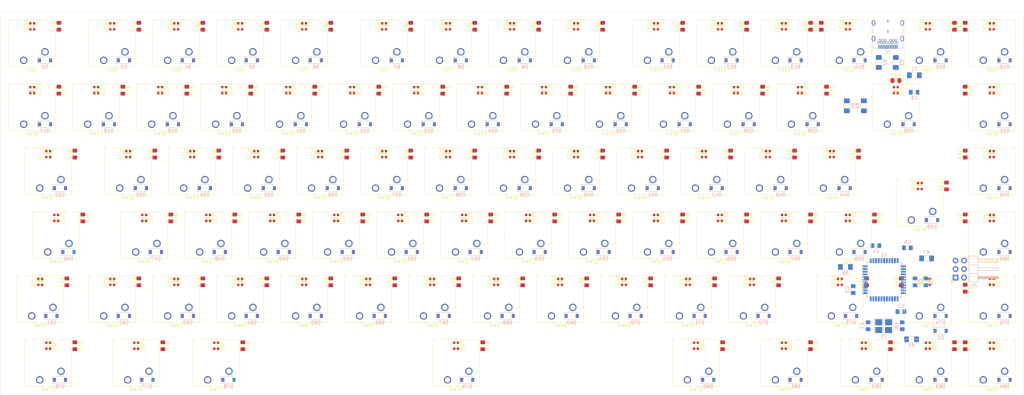
<source format=kicad_pcb>
(kicad_pcb (version 20171130) (host pcbnew 5.1.5+dfsg1-2build2)

  (general
    (thickness 1.6)
    (drawings 4)
    (tracks 0)
    (zones 0)
    (modules 354)
    (nets 216)
  )

  (page A3)
  (layers
    (0 F.Cu signal)
    (31 B.Cu signal)
    (32 B.Adhes user)
    (33 F.Adhes user)
    (34 B.Paste user)
    (35 F.Paste user)
    (36 B.SilkS user)
    (37 F.SilkS user)
    (38 B.Mask user)
    (39 F.Mask user)
    (40 Dwgs.User user)
    (41 Cmts.User user)
    (42 Eco1.User user)
    (43 Eco2.User user)
    (44 Edge.Cuts user)
    (45 Margin user)
    (46 B.CrtYd user)
    (47 F.CrtYd user)
    (48 B.Fab user)
    (49 F.Fab user)
  )

  (setup
    (last_trace_width 0.25)
    (trace_clearance 0.2)
    (zone_clearance 0.508)
    (zone_45_only no)
    (trace_min 0.2)
    (via_size 0.8)
    (via_drill 0.4)
    (via_min_size 0.6)
    (via_min_drill 0.3)
    (uvia_size 0.3)
    (uvia_drill 0.1)
    (uvias_allowed no)
    (uvia_min_size 0.2)
    (uvia_min_drill 0.1)
    (edge_width 0.05)
    (segment_width 0.2)
    (pcb_text_width 0.3)
    (pcb_text_size 1.5 1.5)
    (mod_edge_width 0.12)
    (mod_text_size 1 1)
    (mod_text_width 0.15)
    (pad_size 1.524 1.524)
    (pad_drill 0.762)
    (pad_to_mask_clearance 0.051)
    (solder_mask_min_width 0.25)
    (aux_axis_origin 0 0)
    (visible_elements FFFFF77F)
    (pcbplotparams
      (layerselection 0x010fc_ffffffff)
      (usegerberextensions false)
      (usegerberattributes false)
      (usegerberadvancedattributes false)
      (creategerberjobfile false)
      (excludeedgelayer true)
      (linewidth 0.100000)
      (plotframeref false)
      (viasonmask false)
      (mode 1)
      (useauxorigin false)
      (hpglpennumber 1)
      (hpglpenspeed 20)
      (hpglpendiameter 15.000000)
      (psnegative false)
      (psa4output false)
      (plotreference true)
      (plotvalue true)
      (plotinvisibletext false)
      (padsonsilk false)
      (subtractmaskfromsilk false)
      (outputformat 1)
      (mirror false)
      (drillshape 1)
      (scaleselection 1)
      (outputdirectory ""))
  )

  (net 0 "")
  (net 1 GND)
  (net 2 +5V)
  (net 3 "Net-(C7-Pad1)")
  (net 4 "Net-(C8-Pad2)")
  (net 5 "Net-(C9-Pad1)")
  (net 6 RST)
  (net 7 ROW0)
  (net 8 "Net-(D2-Pad2)")
  (net 9 "Net-(D3-Pad2)")
  (net 10 "Net-(D4-Pad2)")
  (net 11 "Net-(D5-Pad2)")
  (net 12 "Net-(D6-Pad2)")
  (net 13 "Net-(D7-Pad2)")
  (net 14 "Net-(D8-Pad2)")
  (net 15 "Net-(D9-Pad2)")
  (net 16 "Net-(D10-Pad2)")
  (net 17 "Net-(D11-Pad2)")
  (net 18 "Net-(D12-Pad2)")
  (net 19 "Net-(D13-Pad2)")
  (net 20 "Net-(D14-Pad2)")
  (net 21 "Net-(D15-Pad2)")
  (net 22 "Net-(D16-Pad2)")
  (net 23 ROW1)
  (net 24 "Net-(D17-Pad2)")
  (net 25 "Net-(D18-Pad2)")
  (net 26 "Net-(D19-Pad2)")
  (net 27 "Net-(D20-Pad2)")
  (net 28 "Net-(D21-Pad2)")
  (net 29 "Net-(D22-Pad2)")
  (net 30 "Net-(D23-Pad2)")
  (net 31 "Net-(D24-Pad2)")
  (net 32 "Net-(D25-Pad2)")
  (net 33 "Net-(D26-Pad2)")
  (net 34 "Net-(D27-Pad2)")
  (net 35 "Net-(D28-Pad2)")
  (net 36 "Net-(D29-Pad2)")
  (net 37 "Net-(D30-Pad2)")
  (net 38 "Net-(D31-Pad2)")
  (net 39 "Net-(D32-Pad2)")
  (net 40 ROW2)
  (net 41 "Net-(D33-Pad2)")
  (net 42 "Net-(D34-Pad2)")
  (net 43 "Net-(D35-Pad2)")
  (net 44 "Net-(D36-Pad2)")
  (net 45 "Net-(D37-Pad2)")
  (net 46 "Net-(D38-Pad2)")
  (net 47 "Net-(D39-Pad2)")
  (net 48 "Net-(D40-Pad2)")
  (net 49 "Net-(D41-Pad2)")
  (net 50 "Net-(D42-Pad2)")
  (net 51 "Net-(D43-Pad2)")
  (net 52 "Net-(D44-Pad2)")
  (net 53 "Net-(D45-Pad2)")
  (net 54 "Net-(D46-Pad2)")
  (net 55 ROW3)
  (net 56 "Net-(D47-Pad2)")
  (net 57 "Net-(D48-Pad2)")
  (net 58 "Net-(D49-Pad2)")
  (net 59 "Net-(D50-Pad2)")
  (net 60 "Net-(D51-Pad2)")
  (net 61 "Net-(D52-Pad2)")
  (net 62 "Net-(D53-Pad2)")
  (net 63 "Net-(D54-Pad2)")
  (net 64 "Net-(D55-Pad2)")
  (net 65 "Net-(D56-Pad2)")
  (net 66 "Net-(D57-Pad2)")
  (net 67 "Net-(D58-Pad2)")
  (net 68 "Net-(D59-Pad2)")
  (net 69 "Net-(D60-Pad2)")
  (net 70 ROW4)
  (net 71 "Net-(D61-Pad2)")
  (net 72 "Net-(D62-Pad2)")
  (net 73 "Net-(D63-Pad2)")
  (net 74 "Net-(D64-Pad2)")
  (net 75 "Net-(D65-Pad2)")
  (net 76 "Net-(D66-Pad2)")
  (net 77 "Net-(D67-Pad2)")
  (net 78 "Net-(D68-Pad2)")
  (net 79 "Net-(D69-Pad2)")
  (net 80 "Net-(D70-Pad2)")
  (net 81 "Net-(D71-Pad2)")
  (net 82 "Net-(D72-Pad2)")
  (net 83 "Net-(D73-Pad2)")
  (net 84 "Net-(D74-Pad2)")
  (net 85 "Net-(D75-Pad2)")
  (net 86 ROW5)
  (net 87 "Net-(D76-Pad2)")
  (net 88 "Net-(D77-Pad2)")
  (net 89 "Net-(D78-Pad2)")
  (net 90 "Net-(D79-Pad2)")
  (net 91 "Net-(D80-Pad2)")
  (net 92 "Net-(D81-Pad2)")
  (net 93 "Net-(D82-Pad2)")
  (net 94 "Net-(D83-Pad2)")
  (net 95 "Net-(D84-Pad2)")
  (net 96 "Net-(D85-Pad2)")
  (net 97 DIN)
  (net 98 "Net-(D86-Pad2)")
  (net 99 "Net-(D87-Pad2)")
  (net 100 "Net-(D88-Pad2)")
  (net 101 "Net-(D89-Pad2)")
  (net 102 "Net-(D90-Pad2)")
  (net 103 "Net-(D91-Pad2)")
  (net 104 "Net-(D92-Pad2)")
  (net 105 "Net-(D93-Pad2)")
  (net 106 "Net-(D94-Pad2)")
  (net 107 "Net-(D95-Pad2)")
  (net 108 "Net-(D96-Pad2)")
  (net 109 "Net-(D97-Pad2)")
  (net 110 "Net-(D98-Pad2)")
  (net 111 "Net-(D100-Pad4)")
  (net 112 "Net-(D100-Pad2)")
  (net 113 "Net-(D101-Pad2)")
  (net 114 "Net-(D102-Pad2)")
  (net 115 "Net-(D103-Pad2)")
  (net 116 "Net-(D104-Pad2)")
  (net 117 "Net-(D105-Pad2)")
  (net 118 "Net-(D106-Pad2)")
  (net 119 "Net-(D107-Pad2)")
  (net 120 "Net-(D108-Pad2)")
  (net 121 "Net-(D109-Pad2)")
  (net 122 "Net-(D110-Pad2)")
  (net 123 "Net-(D111-Pad2)")
  (net 124 "Net-(D112-Pad2)")
  (net 125 "Net-(D113-Pad2)")
  (net 126 "Net-(D114-Pad2)")
  (net 127 "Net-(D115-Pad2)")
  (net 128 "Net-(D116-Pad2)")
  (net 129 "Net-(D117-Pad2)")
  (net 130 "Net-(D118-Pad2)")
  (net 131 "Net-(D119-Pad2)")
  (net 132 "Net-(D120-Pad2)")
  (net 133 "Net-(D121-Pad2)")
  (net 134 "Net-(D122-Pad2)")
  (net 135 "Net-(D123-Pad2)")
  (net 136 "Net-(D124-Pad2)")
  (net 137 "Net-(D125-Pad2)")
  (net 138 "Net-(D126-Pad2)")
  (net 139 "Net-(D127-Pad2)")
  (net 140 "Net-(D128-Pad2)")
  (net 141 "Net-(D129-Pad2)")
  (net 142 "Net-(D130-Pad2)")
  (net 143 "Net-(D131-Pad2)")
  (net 144 "Net-(D132-Pad2)")
  (net 145 "Net-(D133-Pad2)")
  (net 146 "Net-(D134-Pad2)")
  (net 147 "Net-(D135-Pad2)")
  (net 148 "Net-(D136-Pad2)")
  (net 149 "Net-(D137-Pad2)")
  (net 150 "Net-(D138-Pad2)")
  (net 151 "Net-(D139-Pad2)")
  (net 152 "Net-(D140-Pad2)")
  (net 153 "Net-(D141-Pad2)")
  (net 154 "Net-(D142-Pad2)")
  (net 155 "Net-(D143-Pad2)")
  (net 156 "Net-(D144-Pad2)")
  (net 157 "Net-(D145-Pad2)")
  (net 158 "Net-(D146-Pad2)")
  (net 159 "Net-(D147-Pad2)")
  (net 160 "Net-(D148-Pad2)")
  (net 161 "Net-(D149-Pad2)")
  (net 162 "Net-(D150-Pad2)")
  (net 163 "Net-(D151-Pad2)")
  (net 164 "Net-(D152-Pad2)")
  (net 165 "Net-(D153-Pad2)")
  (net 166 "Net-(D154-Pad2)")
  (net 167 "Net-(D155-Pad2)")
  (net 168 "Net-(D156-Pad2)")
  (net 169 "Net-(D157-Pad2)")
  (net 170 "Net-(D158-Pad2)")
  (net 171 "Net-(D159-Pad2)")
  (net 172 "Net-(D160-Pad2)")
  (net 173 "Net-(D161-Pad2)")
  (net 174 "Net-(D162-Pad2)")
  (net 175 "Net-(D163-Pad2)")
  (net 176 "Net-(D164-Pad2)")
  (net 177 "Net-(D165-Pad2)")
  (net 178 "Net-(D166-Pad2)")
  (net 179 "Net-(D167-Pad2)")
  (net 180 "Net-(F1-Pad2)")
  (net 181 COL02)
  (net 182 COL00)
  (net 183 COL01)
  (net 184 "Net-(J2-PadA11)")
  (net 185 "Net-(J2-PadA10)")
  (net 186 "Net-(J2-PadA8)")
  (net 187 D-)
  (net 188 D+)
  (net 189 "Net-(J2-PadA5)")
  (net 190 "Net-(J2-PadA3)")
  (net 191 "Net-(J2-PadA2)")
  (net 192 "Net-(J2-PadB10)")
  (net 193 "Net-(J2-PadB3)")
  (net 194 "Net-(J2-PadB8)")
  (net 195 "Net-(J2-PadB5)")
  (net 196 "Net-(J2-PadB2)")
  (net 197 "Net-(J2-PadB11)")
  (net 198 "Net-(R6-Pad2)")
  (net 199 COL03)
  (net 200 COL04)
  (net 201 COL06)
  (net 202 COL07)
  (net 203 COL08)
  (net 204 COL09)
  (net 205 COL10)
  (net 206 COL11)
  (net 207 COL12)
  (net 208 COL13)
  (net 209 COL14)
  (net 210 COL15)
  (net 211 COL05)
  (net 212 "Net-(U1-Pad1)")
  (net 213 "Net-(U1-Pad8)")
  (net 214 "Net-(U1-Pad42)")
  (net 215 "Net-(R7-Pad2)")

  (net_class Default "Dies ist die voreingestellte Netzklasse."
    (clearance 0.2)
    (trace_width 0.25)
    (via_dia 0.8)
    (via_drill 0.4)
    (uvia_dia 0.3)
    (uvia_drill 0.1)
    (add_net +5V)
    (add_net COL00)
    (add_net COL01)
    (add_net COL02)
    (add_net COL03)
    (add_net COL04)
    (add_net COL05)
    (add_net COL06)
    (add_net COL07)
    (add_net COL08)
    (add_net COL09)
    (add_net COL10)
    (add_net COL11)
    (add_net COL12)
    (add_net COL13)
    (add_net COL14)
    (add_net COL15)
    (add_net D+)
    (add_net D-)
    (add_net DIN)
    (add_net GND)
    (add_net "Net-(C7-Pad1)")
    (add_net "Net-(C8-Pad2)")
    (add_net "Net-(C9-Pad1)")
    (add_net "Net-(D10-Pad2)")
    (add_net "Net-(D100-Pad2)")
    (add_net "Net-(D100-Pad4)")
    (add_net "Net-(D101-Pad2)")
    (add_net "Net-(D102-Pad2)")
    (add_net "Net-(D103-Pad2)")
    (add_net "Net-(D104-Pad2)")
    (add_net "Net-(D105-Pad2)")
    (add_net "Net-(D106-Pad2)")
    (add_net "Net-(D107-Pad2)")
    (add_net "Net-(D108-Pad2)")
    (add_net "Net-(D109-Pad2)")
    (add_net "Net-(D11-Pad2)")
    (add_net "Net-(D110-Pad2)")
    (add_net "Net-(D111-Pad2)")
    (add_net "Net-(D112-Pad2)")
    (add_net "Net-(D113-Pad2)")
    (add_net "Net-(D114-Pad2)")
    (add_net "Net-(D115-Pad2)")
    (add_net "Net-(D116-Pad2)")
    (add_net "Net-(D117-Pad2)")
    (add_net "Net-(D118-Pad2)")
    (add_net "Net-(D119-Pad2)")
    (add_net "Net-(D12-Pad2)")
    (add_net "Net-(D120-Pad2)")
    (add_net "Net-(D121-Pad2)")
    (add_net "Net-(D122-Pad2)")
    (add_net "Net-(D123-Pad2)")
    (add_net "Net-(D124-Pad2)")
    (add_net "Net-(D125-Pad2)")
    (add_net "Net-(D126-Pad2)")
    (add_net "Net-(D127-Pad2)")
    (add_net "Net-(D128-Pad2)")
    (add_net "Net-(D129-Pad2)")
    (add_net "Net-(D13-Pad2)")
    (add_net "Net-(D130-Pad2)")
    (add_net "Net-(D131-Pad2)")
    (add_net "Net-(D132-Pad2)")
    (add_net "Net-(D133-Pad2)")
    (add_net "Net-(D134-Pad2)")
    (add_net "Net-(D135-Pad2)")
    (add_net "Net-(D136-Pad2)")
    (add_net "Net-(D137-Pad2)")
    (add_net "Net-(D138-Pad2)")
    (add_net "Net-(D139-Pad2)")
    (add_net "Net-(D14-Pad2)")
    (add_net "Net-(D140-Pad2)")
    (add_net "Net-(D141-Pad2)")
    (add_net "Net-(D142-Pad2)")
    (add_net "Net-(D143-Pad2)")
    (add_net "Net-(D144-Pad2)")
    (add_net "Net-(D145-Pad2)")
    (add_net "Net-(D146-Pad2)")
    (add_net "Net-(D147-Pad2)")
    (add_net "Net-(D148-Pad2)")
    (add_net "Net-(D149-Pad2)")
    (add_net "Net-(D15-Pad2)")
    (add_net "Net-(D150-Pad2)")
    (add_net "Net-(D151-Pad2)")
    (add_net "Net-(D152-Pad2)")
    (add_net "Net-(D153-Pad2)")
    (add_net "Net-(D154-Pad2)")
    (add_net "Net-(D155-Pad2)")
    (add_net "Net-(D156-Pad2)")
    (add_net "Net-(D157-Pad2)")
    (add_net "Net-(D158-Pad2)")
    (add_net "Net-(D159-Pad2)")
    (add_net "Net-(D16-Pad2)")
    (add_net "Net-(D160-Pad2)")
    (add_net "Net-(D161-Pad2)")
    (add_net "Net-(D162-Pad2)")
    (add_net "Net-(D163-Pad2)")
    (add_net "Net-(D164-Pad2)")
    (add_net "Net-(D165-Pad2)")
    (add_net "Net-(D166-Pad2)")
    (add_net "Net-(D167-Pad2)")
    (add_net "Net-(D17-Pad2)")
    (add_net "Net-(D18-Pad2)")
    (add_net "Net-(D19-Pad2)")
    (add_net "Net-(D2-Pad2)")
    (add_net "Net-(D20-Pad2)")
    (add_net "Net-(D21-Pad2)")
    (add_net "Net-(D22-Pad2)")
    (add_net "Net-(D23-Pad2)")
    (add_net "Net-(D24-Pad2)")
    (add_net "Net-(D25-Pad2)")
    (add_net "Net-(D26-Pad2)")
    (add_net "Net-(D27-Pad2)")
    (add_net "Net-(D28-Pad2)")
    (add_net "Net-(D29-Pad2)")
    (add_net "Net-(D3-Pad2)")
    (add_net "Net-(D30-Pad2)")
    (add_net "Net-(D31-Pad2)")
    (add_net "Net-(D32-Pad2)")
    (add_net "Net-(D33-Pad2)")
    (add_net "Net-(D34-Pad2)")
    (add_net "Net-(D35-Pad2)")
    (add_net "Net-(D36-Pad2)")
    (add_net "Net-(D37-Pad2)")
    (add_net "Net-(D38-Pad2)")
    (add_net "Net-(D39-Pad2)")
    (add_net "Net-(D4-Pad2)")
    (add_net "Net-(D40-Pad2)")
    (add_net "Net-(D41-Pad2)")
    (add_net "Net-(D42-Pad2)")
    (add_net "Net-(D43-Pad2)")
    (add_net "Net-(D44-Pad2)")
    (add_net "Net-(D45-Pad2)")
    (add_net "Net-(D46-Pad2)")
    (add_net "Net-(D47-Pad2)")
    (add_net "Net-(D48-Pad2)")
    (add_net "Net-(D49-Pad2)")
    (add_net "Net-(D5-Pad2)")
    (add_net "Net-(D50-Pad2)")
    (add_net "Net-(D51-Pad2)")
    (add_net "Net-(D52-Pad2)")
    (add_net "Net-(D53-Pad2)")
    (add_net "Net-(D54-Pad2)")
    (add_net "Net-(D55-Pad2)")
    (add_net "Net-(D56-Pad2)")
    (add_net "Net-(D57-Pad2)")
    (add_net "Net-(D58-Pad2)")
    (add_net "Net-(D59-Pad2)")
    (add_net "Net-(D6-Pad2)")
    (add_net "Net-(D60-Pad2)")
    (add_net "Net-(D61-Pad2)")
    (add_net "Net-(D62-Pad2)")
    (add_net "Net-(D63-Pad2)")
    (add_net "Net-(D64-Pad2)")
    (add_net "Net-(D65-Pad2)")
    (add_net "Net-(D66-Pad2)")
    (add_net "Net-(D67-Pad2)")
    (add_net "Net-(D68-Pad2)")
    (add_net "Net-(D69-Pad2)")
    (add_net "Net-(D7-Pad2)")
    (add_net "Net-(D70-Pad2)")
    (add_net "Net-(D71-Pad2)")
    (add_net "Net-(D72-Pad2)")
    (add_net "Net-(D73-Pad2)")
    (add_net "Net-(D74-Pad2)")
    (add_net "Net-(D75-Pad2)")
    (add_net "Net-(D76-Pad2)")
    (add_net "Net-(D77-Pad2)")
    (add_net "Net-(D78-Pad2)")
    (add_net "Net-(D79-Pad2)")
    (add_net "Net-(D8-Pad2)")
    (add_net "Net-(D80-Pad2)")
    (add_net "Net-(D81-Pad2)")
    (add_net "Net-(D82-Pad2)")
    (add_net "Net-(D83-Pad2)")
    (add_net "Net-(D84-Pad2)")
    (add_net "Net-(D85-Pad2)")
    (add_net "Net-(D86-Pad2)")
    (add_net "Net-(D87-Pad2)")
    (add_net "Net-(D88-Pad2)")
    (add_net "Net-(D89-Pad2)")
    (add_net "Net-(D9-Pad2)")
    (add_net "Net-(D90-Pad2)")
    (add_net "Net-(D91-Pad2)")
    (add_net "Net-(D92-Pad2)")
    (add_net "Net-(D93-Pad2)")
    (add_net "Net-(D94-Pad2)")
    (add_net "Net-(D95-Pad2)")
    (add_net "Net-(D96-Pad2)")
    (add_net "Net-(D97-Pad2)")
    (add_net "Net-(D98-Pad2)")
    (add_net "Net-(F1-Pad2)")
    (add_net "Net-(J2-PadA10)")
    (add_net "Net-(J2-PadA11)")
    (add_net "Net-(J2-PadA2)")
    (add_net "Net-(J2-PadA3)")
    (add_net "Net-(J2-PadA5)")
    (add_net "Net-(J2-PadA8)")
    (add_net "Net-(J2-PadB10)")
    (add_net "Net-(J2-PadB11)")
    (add_net "Net-(J2-PadB2)")
    (add_net "Net-(J2-PadB3)")
    (add_net "Net-(J2-PadB5)")
    (add_net "Net-(J2-PadB8)")
    (add_net "Net-(R6-Pad2)")
    (add_net "Net-(R7-Pad2)")
    (add_net "Net-(U1-Pad1)")
    (add_net "Net-(U1-Pad42)")
    (add_net "Net-(U1-Pad8)")
    (add_net ROW0)
    (add_net ROW1)
    (add_net ROW2)
    (add_net ROW3)
    (add_net ROW4)
    (add_net ROW5)
    (add_net RST)
  )

  (module Resistor_SMD:R_1206_3216Metric_Pad1.42x1.75mm_HandSolder (layer B.Cu) (tedit 5B301BBD) (tstamp 5F26397F)
    (at 313.944 111.76 180)
    (descr "Resistor SMD 1206 (3216 Metric), square (rectangular) end terminal, IPC_7351 nominal with elongated pad for handsoldering. (Body size source: http://www.tortai-tech.com/upload/download/2011102023233369053.pdf), generated with kicad-footprint-generator")
    (tags "resistor handsolder")
    (path /5F259898)
    (attr smd)
    (fp_text reference R7 (at 0 1.82) (layer B.SilkS)
      (effects (font (size 1 1) (thickness 0.15)) (justify mirror))
    )
    (fp_text value 470 (at 0 -1.82) (layer B.Fab)
      (effects (font (size 1 1) (thickness 0.15)) (justify mirror))
    )
    (fp_text user %R (at 0 0) (layer B.Fab)
      (effects (font (size 0.8 0.8) (thickness 0.12)) (justify mirror))
    )
    (fp_line (start 2.45 -1.12) (end -2.45 -1.12) (layer B.CrtYd) (width 0.05))
    (fp_line (start 2.45 1.12) (end 2.45 -1.12) (layer B.CrtYd) (width 0.05))
    (fp_line (start -2.45 1.12) (end 2.45 1.12) (layer B.CrtYd) (width 0.05))
    (fp_line (start -2.45 -1.12) (end -2.45 1.12) (layer B.CrtYd) (width 0.05))
    (fp_line (start -0.602064 -0.91) (end 0.602064 -0.91) (layer B.SilkS) (width 0.12))
    (fp_line (start -0.602064 0.91) (end 0.602064 0.91) (layer B.SilkS) (width 0.12))
    (fp_line (start 1.6 -0.8) (end -1.6 -0.8) (layer B.Fab) (width 0.1))
    (fp_line (start 1.6 0.8) (end 1.6 -0.8) (layer B.Fab) (width 0.1))
    (fp_line (start -1.6 0.8) (end 1.6 0.8) (layer B.Fab) (width 0.1))
    (fp_line (start -1.6 -0.8) (end -1.6 0.8) (layer B.Fab) (width 0.1))
    (pad 2 smd roundrect (at 1.4875 0 180) (size 1.425 1.75) (layers B.Cu B.Paste B.Mask) (roundrect_rratio 0.175439)
      (net 215 "Net-(R7-Pad2)"))
    (pad 1 smd roundrect (at -1.4875 0 180) (size 1.425 1.75) (layers B.Cu B.Paste B.Mask) (roundrect_rratio 0.175439)
      (net 97 DIN))
    (model ${KISYS3DMOD}/Resistor_SMD.3dshapes/R_1206_3216Metric.wrl
      (at (xyz 0 0 0))
      (scale (xyz 1 1 1))
      (rotate (xyz 0 0 0))
    )
  )

  (module kezboard-pcb:LED_WS2812_2020 (layer F.Cu) (tedit 5F1C4B34) (tstamp 5F1B709E)
    (at 314.325 118.745 90)
    (descr https://www.peace-corp.co.jp/data/WS2812-2020_V1.0_EN.pdf)
    (path /5F949B9C/5F9E7A8D)
    (fp_text reference D85 (at 0 -2 90) (layer F.SilkS)
      (effects (font (size 1 1) (thickness 0.15)))
    )
    (fp_text value WS2812B (at 0 2 90) (layer F.Fab)
      (effects (font (size 1 1) (thickness 0.15)))
    )
    (fp_poly (pts (xy 0.45 0.9) (xy 0.05 0.9) (xy 0.05 -0.9) (xy 0.45 -0.9)) (layer F.SilkS) (width 0.1))
    (fp_line (start 1.1 1.11) (end -1.1 1.11) (layer F.SilkS) (width 0.12))
    (fp_line (start -1.1 -1.11) (end 1.1 -1.11) (layer F.SilkS) (width 0.12))
    (fp_text user %R (at 0 0 90) (layer F.Fab)
      (effects (font (size 0.5 0.5) (thickness 0.1)))
    )
    (fp_line (start -1.1 1) (end -1.1 -1) (layer F.Fab) (width 0.1))
    (fp_line (start 1.1 1) (end -1.1 1) (layer F.Fab) (width 0.1))
    (fp_line (start 1.1 -1) (end 1.1 1) (layer F.Fab) (width 0.1))
    (fp_line (start -1.1 -1) (end 1.1 -1) (layer F.Fab) (width 0.1))
    (pad 1 smd rect (at -0.9015 0.55 90) (size 0.7 0.7) (layers F.Cu F.Paste F.Mask)
      (net 2 +5V))
    (pad 4 smd rect (at -0.9015 -0.55 90) (size 0.7 0.7) (layers F.Cu F.Paste F.Mask)
      (net 97 DIN))
    (pad 3 smd rect (at 0.9015 -0.55 90) (size 0.7 0.7) (layers F.Cu F.Paste F.Mask)
      (net 1 GND))
    (pad 2 smd rect (at 0.9015 0.55 90) (size 0.7 0.7) (layers F.Cu F.Paste F.Mask)
      (net 96 "Net-(D85-Pad2)"))
  )

  (module kezboard-pcb:LED_WS2812_2020 (layer F.Cu) (tedit 5F1C4B34) (tstamp 5F15F975)
    (at 333.375 99.695 90)
    (descr https://www.peace-corp.co.jp/data/WS2812-2020_V1.0_EN.pdf)
    (path /5F949B9C/5FD3F1F5)
    (fp_text reference D86 (at 0 -2 90) (layer F.SilkS)
      (effects (font (size 1 1) (thickness 0.15)))
    )
    (fp_text value WS2812B (at 0 2 90) (layer F.Fab)
      (effects (font (size 1 1) (thickness 0.15)))
    )
    (fp_poly (pts (xy 0.45 0.9) (xy 0.05 0.9) (xy 0.05 -0.9) (xy 0.45 -0.9)) (layer F.SilkS) (width 0.1))
    (fp_line (start 1.1 1.11) (end -1.1 1.11) (layer F.SilkS) (width 0.12))
    (fp_line (start -1.1 -1.11) (end 1.1 -1.11) (layer F.SilkS) (width 0.12))
    (fp_text user %R (at 0 0 90) (layer F.Fab)
      (effects (font (size 0.5 0.5) (thickness 0.1)))
    )
    (fp_line (start -1.1 1) (end -1.1 -1) (layer F.Fab) (width 0.1))
    (fp_line (start 1.1 1) (end -1.1 1) (layer F.Fab) (width 0.1))
    (fp_line (start 1.1 -1) (end 1.1 1) (layer F.Fab) (width 0.1))
    (fp_line (start -1.1 -1) (end 1.1 -1) (layer F.Fab) (width 0.1))
    (pad 1 smd rect (at -0.9015 0.55 90) (size 0.7 0.7) (layers F.Cu F.Paste F.Mask)
      (net 2 +5V))
    (pad 4 smd rect (at -0.9015 -0.55 90) (size 0.7 0.7) (layers F.Cu F.Paste F.Mask)
      (net 96 "Net-(D85-Pad2)"))
    (pad 3 smd rect (at 0.9015 -0.55 90) (size 0.7 0.7) (layers F.Cu F.Paste F.Mask)
      (net 1 GND))
    (pad 2 smd rect (at 0.9015 0.55 90) (size 0.7 0.7) (layers F.Cu F.Paste F.Mask)
      (net 98 "Net-(D86-Pad2)"))
  )

  (module kezboard-pcb:LED_WS2812_2020 (layer F.Cu) (tedit 5F1C4B34) (tstamp 5F1B738A)
    (at 333.375 118.745 270)
    (descr https://www.peace-corp.co.jp/data/WS2812-2020_V1.0_EN.pdf)
    (path /5F949B9C/5FD40FA8)
    (fp_text reference D87 (at 0 -2 90) (layer F.SilkS)
      (effects (font (size 1 1) (thickness 0.15)))
    )
    (fp_text value WS2812B (at 0 2 90) (layer F.Fab)
      (effects (font (size 1 1) (thickness 0.15)))
    )
    (fp_poly (pts (xy 0.45 0.9) (xy 0.05 0.9) (xy 0.05 -0.9) (xy 0.45 -0.9)) (layer F.SilkS) (width 0.1))
    (fp_line (start 1.1 1.11) (end -1.1 1.11) (layer F.SilkS) (width 0.12))
    (fp_line (start -1.1 -1.11) (end 1.1 -1.11) (layer F.SilkS) (width 0.12))
    (fp_text user %R (at 0 0 90) (layer F.Fab)
      (effects (font (size 0.5 0.5) (thickness 0.1)))
    )
    (fp_line (start -1.1 1) (end -1.1 -1) (layer F.Fab) (width 0.1))
    (fp_line (start 1.1 1) (end -1.1 1) (layer F.Fab) (width 0.1))
    (fp_line (start 1.1 -1) (end 1.1 1) (layer F.Fab) (width 0.1))
    (fp_line (start -1.1 -1) (end 1.1 -1) (layer F.Fab) (width 0.1))
    (pad 1 smd rect (at -0.9015 0.55 270) (size 0.7 0.7) (layers F.Cu F.Paste F.Mask)
      (net 2 +5V))
    (pad 4 smd rect (at -0.9015 -0.55 270) (size 0.7 0.7) (layers F.Cu F.Paste F.Mask)
      (net 98 "Net-(D86-Pad2)"))
    (pad 3 smd rect (at 0.9015 -0.55 270) (size 0.7 0.7) (layers F.Cu F.Paste F.Mask)
      (net 1 GND))
    (pad 2 smd rect (at 0.9015 0.55 270) (size 0.7 0.7) (layers F.Cu F.Paste F.Mask)
      (net 99 "Net-(D87-Pad2)"))
  )

  (module kezboard-pcb:LED_WS2812_2020 (layer F.Cu) (tedit 5F1C4B34) (tstamp 5F15F993)
    (at 333.375 137.795 270)
    (descr https://www.peace-corp.co.jp/data/WS2812-2020_V1.0_EN.pdf)
    (path /5F949B9C/5FD423CF)
    (fp_text reference D88 (at 0 -2 90) (layer F.SilkS)
      (effects (font (size 1 1) (thickness 0.15)))
    )
    (fp_text value WS2812B (at 0 2 90) (layer F.Fab)
      (effects (font (size 1 1) (thickness 0.15)))
    )
    (fp_poly (pts (xy 0.45 0.9) (xy 0.05 0.9) (xy 0.05 -0.9) (xy 0.45 -0.9)) (layer F.SilkS) (width 0.1))
    (fp_line (start 1.1 1.11) (end -1.1 1.11) (layer F.SilkS) (width 0.12))
    (fp_line (start -1.1 -1.11) (end 1.1 -1.11) (layer F.SilkS) (width 0.12))
    (fp_text user %R (at 0 0 90) (layer F.Fab)
      (effects (font (size 0.5 0.5) (thickness 0.1)))
    )
    (fp_line (start -1.1 1) (end -1.1 -1) (layer F.Fab) (width 0.1))
    (fp_line (start 1.1 1) (end -1.1 1) (layer F.Fab) (width 0.1))
    (fp_line (start 1.1 -1) (end 1.1 1) (layer F.Fab) (width 0.1))
    (fp_line (start -1.1 -1) (end 1.1 -1) (layer F.Fab) (width 0.1))
    (pad 1 smd rect (at -0.9015 0.55 270) (size 0.7 0.7) (layers F.Cu F.Paste F.Mask)
      (net 2 +5V))
    (pad 4 smd rect (at -0.9015 -0.55 270) (size 0.7 0.7) (layers F.Cu F.Paste F.Mask)
      (net 99 "Net-(D87-Pad2)"))
    (pad 3 smd rect (at 0.9015 -0.55 270) (size 0.7 0.7) (layers F.Cu F.Paste F.Mask)
      (net 1 GND))
    (pad 2 smd rect (at 0.9015 0.55 270) (size 0.7 0.7) (layers F.Cu F.Paste F.Mask)
      (net 100 "Net-(D88-Pad2)"))
  )

  (module kezboard-pcb:LED_WS2812_2020 (layer F.Cu) (tedit 5F1C4B34) (tstamp 5F15F9A2)
    (at 314.325 137.795 270)
    (descr https://www.peace-corp.co.jp/data/WS2812-2020_V1.0_EN.pdf)
    (path /5F949B9C/5FD43994)
    (fp_text reference D89 (at 0 -2 90) (layer F.SilkS)
      (effects (font (size 1 1) (thickness 0.15)))
    )
    (fp_text value WS2812B (at 0 2 90) (layer F.Fab)
      (effects (font (size 1 1) (thickness 0.15)))
    )
    (fp_poly (pts (xy 0.45 0.9) (xy 0.05 0.9) (xy 0.05 -0.9) (xy 0.45 -0.9)) (layer F.SilkS) (width 0.1))
    (fp_line (start 1.1 1.11) (end -1.1 1.11) (layer F.SilkS) (width 0.12))
    (fp_line (start -1.1 -1.11) (end 1.1 -1.11) (layer F.SilkS) (width 0.12))
    (fp_text user %R (at 0 0 90) (layer F.Fab)
      (effects (font (size 0.5 0.5) (thickness 0.1)))
    )
    (fp_line (start -1.1 1) (end -1.1 -1) (layer F.Fab) (width 0.1))
    (fp_line (start 1.1 1) (end -1.1 1) (layer F.Fab) (width 0.1))
    (fp_line (start 1.1 -1) (end 1.1 1) (layer F.Fab) (width 0.1))
    (fp_line (start -1.1 -1) (end 1.1 -1) (layer F.Fab) (width 0.1))
    (pad 1 smd rect (at -0.9015 0.55 270) (size 0.7 0.7) (layers F.Cu F.Paste F.Mask)
      (net 2 +5V))
    (pad 4 smd rect (at -0.9015 -0.55 270) (size 0.7 0.7) (layers F.Cu F.Paste F.Mask)
      (net 100 "Net-(D88-Pad2)"))
    (pad 3 smd rect (at 0.9015 -0.55 270) (size 0.7 0.7) (layers F.Cu F.Paste F.Mask)
      (net 1 GND))
    (pad 2 smd rect (at 0.9015 0.55 270) (size 0.7 0.7) (layers F.Cu F.Paste F.Mask)
      (net 101 "Net-(D89-Pad2)"))
  )

  (module kezboard-pcb:LED_WS2812_2020 (layer F.Cu) (tedit 5F1C4B34) (tstamp 5F15F9B1)
    (at 295.275 137.795 270)
    (descr https://www.peace-corp.co.jp/data/WS2812-2020_V1.0_EN.pdf)
    (path /5F949B9C/5F62CAD6)
    (fp_text reference D90 (at 0 -2 90) (layer F.SilkS)
      (effects (font (size 1 1) (thickness 0.15)))
    )
    (fp_text value WS2812B (at 0 2 90) (layer F.Fab)
      (effects (font (size 1 1) (thickness 0.15)))
    )
    (fp_poly (pts (xy 0.45 0.9) (xy 0.05 0.9) (xy 0.05 -0.9) (xy 0.45 -0.9)) (layer F.SilkS) (width 0.1))
    (fp_line (start 1.1 1.11) (end -1.1 1.11) (layer F.SilkS) (width 0.12))
    (fp_line (start -1.1 -1.11) (end 1.1 -1.11) (layer F.SilkS) (width 0.12))
    (fp_text user %R (at 0 0 90) (layer F.Fab)
      (effects (font (size 0.5 0.5) (thickness 0.1)))
    )
    (fp_line (start -1.1 1) (end -1.1 -1) (layer F.Fab) (width 0.1))
    (fp_line (start 1.1 1) (end -1.1 1) (layer F.Fab) (width 0.1))
    (fp_line (start 1.1 -1) (end 1.1 1) (layer F.Fab) (width 0.1))
    (fp_line (start -1.1 -1) (end 1.1 -1) (layer F.Fab) (width 0.1))
    (pad 1 smd rect (at -0.9015 0.55 270) (size 0.7 0.7) (layers F.Cu F.Paste F.Mask)
      (net 2 +5V))
    (pad 4 smd rect (at -0.9015 -0.55 270) (size 0.7 0.7) (layers F.Cu F.Paste F.Mask)
      (net 101 "Net-(D89-Pad2)"))
    (pad 3 smd rect (at 0.9015 -0.55 270) (size 0.7 0.7) (layers F.Cu F.Paste F.Mask)
      (net 1 GND))
    (pad 2 smd rect (at 0.9015 0.55 270) (size 0.7 0.7) (layers F.Cu F.Paste F.Mask)
      (net 102 "Net-(D90-Pad2)"))
  )

  (module kezboard-pcb:LED_WS2812_2020 (layer F.Cu) (tedit 5F1C4B34) (tstamp 5F15F9C0)
    (at 271.4625 137.795 270)
    (descr https://www.peace-corp.co.jp/data/WS2812-2020_V1.0_EN.pdf)
    (path /5F949B9C/5F62CAF9)
    (fp_text reference D91 (at 0 -2 90) (layer F.SilkS)
      (effects (font (size 1 1) (thickness 0.15)))
    )
    (fp_text value WS2812B (at 0 2 90) (layer F.Fab)
      (effects (font (size 1 1) (thickness 0.15)))
    )
    (fp_poly (pts (xy 0.45 0.9) (xy 0.05 0.9) (xy 0.05 -0.9) (xy 0.45 -0.9)) (layer F.SilkS) (width 0.1))
    (fp_line (start 1.1 1.11) (end -1.1 1.11) (layer F.SilkS) (width 0.12))
    (fp_line (start -1.1 -1.11) (end 1.1 -1.11) (layer F.SilkS) (width 0.12))
    (fp_text user %R (at 0 0 90) (layer F.Fab)
      (effects (font (size 0.5 0.5) (thickness 0.1)))
    )
    (fp_line (start -1.1 1) (end -1.1 -1) (layer F.Fab) (width 0.1))
    (fp_line (start 1.1 1) (end -1.1 1) (layer F.Fab) (width 0.1))
    (fp_line (start 1.1 -1) (end 1.1 1) (layer F.Fab) (width 0.1))
    (fp_line (start -1.1 -1) (end 1.1 -1) (layer F.Fab) (width 0.1))
    (pad 1 smd rect (at -0.9015 0.55 270) (size 0.7 0.7) (layers F.Cu F.Paste F.Mask)
      (net 2 +5V))
    (pad 4 smd rect (at -0.9015 -0.55 270) (size 0.7 0.7) (layers F.Cu F.Paste F.Mask)
      (net 102 "Net-(D90-Pad2)"))
    (pad 3 smd rect (at 0.9015 -0.55 270) (size 0.7 0.7) (layers F.Cu F.Paste F.Mask)
      (net 1 GND))
    (pad 2 smd rect (at 0.9015 0.55 270) (size 0.7 0.7) (layers F.Cu F.Paste F.Mask)
      (net 103 "Net-(D91-Pad2)"))
  )

  (module kezboard-pcb:LED_WS2812_2020 (layer F.Cu) (tedit 5F1C4B34) (tstamp 5F15F9CF)
    (at 245.26875 137.795 270)
    (descr https://www.peace-corp.co.jp/data/WS2812-2020_V1.0_EN.pdf)
    (path /5F949B9C/5F62CB1C)
    (fp_text reference D92 (at 0 -2 90) (layer F.SilkS)
      (effects (font (size 1 1) (thickness 0.15)))
    )
    (fp_text value WS2812B (at 0 2 90) (layer F.Fab)
      (effects (font (size 1 1) (thickness 0.15)))
    )
    (fp_poly (pts (xy 0.45 0.9) (xy 0.05 0.9) (xy 0.05 -0.9) (xy 0.45 -0.9)) (layer F.SilkS) (width 0.1))
    (fp_line (start 1.1 1.11) (end -1.1 1.11) (layer F.SilkS) (width 0.12))
    (fp_line (start -1.1 -1.11) (end 1.1 -1.11) (layer F.SilkS) (width 0.12))
    (fp_text user %R (at 0 0 90) (layer F.Fab)
      (effects (font (size 0.5 0.5) (thickness 0.1)))
    )
    (fp_line (start -1.1 1) (end -1.1 -1) (layer F.Fab) (width 0.1))
    (fp_line (start 1.1 1) (end -1.1 1) (layer F.Fab) (width 0.1))
    (fp_line (start 1.1 -1) (end 1.1 1) (layer F.Fab) (width 0.1))
    (fp_line (start -1.1 -1) (end 1.1 -1) (layer F.Fab) (width 0.1))
    (pad 1 smd rect (at -0.9015 0.55 270) (size 0.7 0.7) (layers F.Cu F.Paste F.Mask)
      (net 2 +5V))
    (pad 4 smd rect (at -0.9015 -0.55 270) (size 0.7 0.7) (layers F.Cu F.Paste F.Mask)
      (net 103 "Net-(D91-Pad2)"))
    (pad 3 smd rect (at 0.9015 -0.55 270) (size 0.7 0.7) (layers F.Cu F.Paste F.Mask)
      (net 1 GND))
    (pad 2 smd rect (at 0.9015 0.55 270) (size 0.7 0.7) (layers F.Cu F.Paste F.Mask)
      (net 104 "Net-(D92-Pad2)"))
  )

  (module kezboard-pcb:LED_WS2812_2020 (layer F.Cu) (tedit 5F1C4B34) (tstamp 5F15F9DE)
    (at 173.83125 137.795 270)
    (descr https://www.peace-corp.co.jp/data/WS2812-2020_V1.0_EN.pdf)
    (path /5F949B9C/5F62CB3F)
    (fp_text reference D93 (at 0 -2 90) (layer F.SilkS)
      (effects (font (size 1 1) (thickness 0.15)))
    )
    (fp_text value WS2812B (at 0 2 90) (layer F.Fab)
      (effects (font (size 1 1) (thickness 0.15)))
    )
    (fp_poly (pts (xy 0.45 0.9) (xy 0.05 0.9) (xy 0.05 -0.9) (xy 0.45 -0.9)) (layer F.SilkS) (width 0.1))
    (fp_line (start 1.1 1.11) (end -1.1 1.11) (layer F.SilkS) (width 0.12))
    (fp_line (start -1.1 -1.11) (end 1.1 -1.11) (layer F.SilkS) (width 0.12))
    (fp_text user %R (at 0 0 90) (layer F.Fab)
      (effects (font (size 0.5 0.5) (thickness 0.1)))
    )
    (fp_line (start -1.1 1) (end -1.1 -1) (layer F.Fab) (width 0.1))
    (fp_line (start 1.1 1) (end -1.1 1) (layer F.Fab) (width 0.1))
    (fp_line (start 1.1 -1) (end 1.1 1) (layer F.Fab) (width 0.1))
    (fp_line (start -1.1 -1) (end 1.1 -1) (layer F.Fab) (width 0.1))
    (pad 1 smd rect (at -0.9015 0.55 270) (size 0.7 0.7) (layers F.Cu F.Paste F.Mask)
      (net 2 +5V))
    (pad 4 smd rect (at -0.9015 -0.55 270) (size 0.7 0.7) (layers F.Cu F.Paste F.Mask)
      (net 104 "Net-(D92-Pad2)"))
    (pad 3 smd rect (at 0.9015 -0.55 270) (size 0.7 0.7) (layers F.Cu F.Paste F.Mask)
      (net 1 GND))
    (pad 2 smd rect (at 0.9015 0.55 270) (size 0.7 0.7) (layers F.Cu F.Paste F.Mask)
      (net 105 "Net-(D93-Pad2)"))
  )

  (module kezboard-pcb:LED_WS2812_2020 (layer F.Cu) (tedit 5F1C4B34) (tstamp 5F15F9ED)
    (at 102.39375 137.795 270)
    (descr https://www.peace-corp.co.jp/data/WS2812-2020_V1.0_EN.pdf)
    (path /5F949B9C/5F62CB61)
    (fp_text reference D94 (at 0 -2 90) (layer F.SilkS)
      (effects (font (size 1 1) (thickness 0.15)))
    )
    (fp_text value WS2812B (at 0 2 90) (layer F.Fab)
      (effects (font (size 1 1) (thickness 0.15)))
    )
    (fp_poly (pts (xy 0.45 0.9) (xy 0.05 0.9) (xy 0.05 -0.9) (xy 0.45 -0.9)) (layer F.SilkS) (width 0.1))
    (fp_line (start 1.1 1.11) (end -1.1 1.11) (layer F.SilkS) (width 0.12))
    (fp_line (start -1.1 -1.11) (end 1.1 -1.11) (layer F.SilkS) (width 0.12))
    (fp_text user %R (at 0 0 90) (layer F.Fab)
      (effects (font (size 0.5 0.5) (thickness 0.1)))
    )
    (fp_line (start -1.1 1) (end -1.1 -1) (layer F.Fab) (width 0.1))
    (fp_line (start 1.1 1) (end -1.1 1) (layer F.Fab) (width 0.1))
    (fp_line (start 1.1 -1) (end 1.1 1) (layer F.Fab) (width 0.1))
    (fp_line (start -1.1 -1) (end 1.1 -1) (layer F.Fab) (width 0.1))
    (pad 1 smd rect (at -0.9015 0.55 270) (size 0.7 0.7) (layers F.Cu F.Paste F.Mask)
      (net 2 +5V))
    (pad 4 smd rect (at -0.9015 -0.55 270) (size 0.7 0.7) (layers F.Cu F.Paste F.Mask)
      (net 105 "Net-(D93-Pad2)"))
    (pad 3 smd rect (at 0.9015 -0.55 270) (size 0.7 0.7) (layers F.Cu F.Paste F.Mask)
      (net 1 GND))
    (pad 2 smd rect (at 0.9015 0.55 270) (size 0.7 0.7) (layers F.Cu F.Paste F.Mask)
      (net 106 "Net-(D94-Pad2)"))
  )

  (module kezboard-pcb:LED_WS2812_2020 (layer F.Cu) (tedit 5F1C4B34) (tstamp 5F15F9FC)
    (at 78.58125 137.795 270)
    (descr https://www.peace-corp.co.jp/data/WS2812-2020_V1.0_EN.pdf)
    (path /5F949B9C/5F6A6266)
    (fp_text reference D95 (at 0 -2 90) (layer F.SilkS)
      (effects (font (size 1 1) (thickness 0.15)))
    )
    (fp_text value WS2812B (at 0 2 90) (layer F.Fab)
      (effects (font (size 1 1) (thickness 0.15)))
    )
    (fp_poly (pts (xy 0.45 0.9) (xy 0.05 0.9) (xy 0.05 -0.9) (xy 0.45 -0.9)) (layer F.SilkS) (width 0.1))
    (fp_line (start 1.1 1.11) (end -1.1 1.11) (layer F.SilkS) (width 0.12))
    (fp_line (start -1.1 -1.11) (end 1.1 -1.11) (layer F.SilkS) (width 0.12))
    (fp_text user %R (at 0 0 90) (layer F.Fab)
      (effects (font (size 0.5 0.5) (thickness 0.1)))
    )
    (fp_line (start -1.1 1) (end -1.1 -1) (layer F.Fab) (width 0.1))
    (fp_line (start 1.1 1) (end -1.1 1) (layer F.Fab) (width 0.1))
    (fp_line (start 1.1 -1) (end 1.1 1) (layer F.Fab) (width 0.1))
    (fp_line (start -1.1 -1) (end 1.1 -1) (layer F.Fab) (width 0.1))
    (pad 1 smd rect (at -0.9015 0.55 270) (size 0.7 0.7) (layers F.Cu F.Paste F.Mask)
      (net 2 +5V))
    (pad 4 smd rect (at -0.9015 -0.55 270) (size 0.7 0.7) (layers F.Cu F.Paste F.Mask)
      (net 106 "Net-(D94-Pad2)"))
    (pad 3 smd rect (at 0.9015 -0.55 270) (size 0.7 0.7) (layers F.Cu F.Paste F.Mask)
      (net 1 GND))
    (pad 2 smd rect (at 0.9015 0.55 270) (size 0.7 0.7) (layers F.Cu F.Paste F.Mask)
      (net 107 "Net-(D95-Pad2)"))
  )

  (module kezboard-pcb:LED_WS2812_2020 (layer F.Cu) (tedit 5F1C4B34) (tstamp 5F15FA0B)
    (at 52.3875 137.795 270)
    (descr https://www.peace-corp.co.jp/data/WS2812-2020_V1.0_EN.pdf)
    (path /5F949B9C/5F6A6289)
    (fp_text reference D96 (at 0 -2 90) (layer F.SilkS)
      (effects (font (size 1 1) (thickness 0.15)))
    )
    (fp_text value WS2812B (at 0 2 90) (layer F.Fab)
      (effects (font (size 1 1) (thickness 0.15)))
    )
    (fp_poly (pts (xy 0.45 0.9) (xy 0.05 0.9) (xy 0.05 -0.9) (xy 0.45 -0.9)) (layer F.SilkS) (width 0.1))
    (fp_line (start 1.1 1.11) (end -1.1 1.11) (layer F.SilkS) (width 0.12))
    (fp_line (start -1.1 -1.11) (end 1.1 -1.11) (layer F.SilkS) (width 0.12))
    (fp_text user %R (at 0 0 90) (layer F.Fab)
      (effects (font (size 0.5 0.5) (thickness 0.1)))
    )
    (fp_line (start -1.1 1) (end -1.1 -1) (layer F.Fab) (width 0.1))
    (fp_line (start 1.1 1) (end -1.1 1) (layer F.Fab) (width 0.1))
    (fp_line (start 1.1 -1) (end 1.1 1) (layer F.Fab) (width 0.1))
    (fp_line (start -1.1 -1) (end 1.1 -1) (layer F.Fab) (width 0.1))
    (pad 1 smd rect (at -0.9015 0.55 270) (size 0.7 0.7) (layers F.Cu F.Paste F.Mask)
      (net 2 +5V))
    (pad 4 smd rect (at -0.9015 -0.55 270) (size 0.7 0.7) (layers F.Cu F.Paste F.Mask)
      (net 107 "Net-(D95-Pad2)"))
    (pad 3 smd rect (at 0.9015 -0.55 270) (size 0.7 0.7) (layers F.Cu F.Paste F.Mask)
      (net 1 GND))
    (pad 2 smd rect (at 0.9015 0.55 270) (size 0.7 0.7) (layers F.Cu F.Paste F.Mask)
      (net 108 "Net-(D96-Pad2)"))
  )

  (module kezboard-pcb:LED_WS2812_2020 (layer F.Cu) (tedit 5F1C4B34) (tstamp 5F15FA1A)
    (at 50.00625 118.745 90)
    (descr https://www.peace-corp.co.jp/data/WS2812-2020_V1.0_EN.pdf)
    (path /5F949B9C/5F6A62AC)
    (fp_text reference D97 (at 0 -2 90) (layer F.SilkS)
      (effects (font (size 1 1) (thickness 0.15)))
    )
    (fp_text value WS2812B (at 0 2 90) (layer F.Fab)
      (effects (font (size 1 1) (thickness 0.15)))
    )
    (fp_poly (pts (xy 0.45 0.9) (xy 0.05 0.9) (xy 0.05 -0.9) (xy 0.45 -0.9)) (layer F.SilkS) (width 0.1))
    (fp_line (start 1.1 1.11) (end -1.1 1.11) (layer F.SilkS) (width 0.12))
    (fp_line (start -1.1 -1.11) (end 1.1 -1.11) (layer F.SilkS) (width 0.12))
    (fp_text user %R (at 0 0 90) (layer F.Fab)
      (effects (font (size 0.5 0.5) (thickness 0.1)))
    )
    (fp_line (start -1.1 1) (end -1.1 -1) (layer F.Fab) (width 0.1))
    (fp_line (start 1.1 1) (end -1.1 1) (layer F.Fab) (width 0.1))
    (fp_line (start 1.1 -1) (end 1.1 1) (layer F.Fab) (width 0.1))
    (fp_line (start -1.1 -1) (end 1.1 -1) (layer F.Fab) (width 0.1))
    (pad 1 smd rect (at -0.9015 0.55 90) (size 0.7 0.7) (layers F.Cu F.Paste F.Mask)
      (net 2 +5V))
    (pad 4 smd rect (at -0.9015 -0.55 90) (size 0.7 0.7) (layers F.Cu F.Paste F.Mask)
      (net 108 "Net-(D96-Pad2)"))
    (pad 3 smd rect (at 0.9015 -0.55 90) (size 0.7 0.7) (layers F.Cu F.Paste F.Mask)
      (net 1 GND))
    (pad 2 smd rect (at 0.9015 0.55 90) (size 0.7 0.7) (layers F.Cu F.Paste F.Mask)
      (net 109 "Net-(D97-Pad2)"))
  )

  (module kezboard-pcb:LED_WS2812_2020 (layer F.Cu) (tedit 5F1C4B34) (tstamp 5F15FA29)
    (at 71.4375 118.745 90)
    (descr https://www.peace-corp.co.jp/data/WS2812-2020_V1.0_EN.pdf)
    (path /5F949B9C/5F6A62CF)
    (fp_text reference D98 (at 0 -2 90) (layer F.SilkS)
      (effects (font (size 1 1) (thickness 0.15)))
    )
    (fp_text value WS2812B (at 0 2 90) (layer F.Fab)
      (effects (font (size 1 1) (thickness 0.15)))
    )
    (fp_poly (pts (xy 0.45 0.9) (xy 0.05 0.9) (xy 0.05 -0.9) (xy 0.45 -0.9)) (layer F.SilkS) (width 0.1))
    (fp_line (start 1.1 1.11) (end -1.1 1.11) (layer F.SilkS) (width 0.12))
    (fp_line (start -1.1 -1.11) (end 1.1 -1.11) (layer F.SilkS) (width 0.12))
    (fp_text user %R (at 0 0 90) (layer F.Fab)
      (effects (font (size 0.5 0.5) (thickness 0.1)))
    )
    (fp_line (start -1.1 1) (end -1.1 -1) (layer F.Fab) (width 0.1))
    (fp_line (start 1.1 1) (end -1.1 1) (layer F.Fab) (width 0.1))
    (fp_line (start 1.1 -1) (end 1.1 1) (layer F.Fab) (width 0.1))
    (fp_line (start -1.1 -1) (end 1.1 -1) (layer F.Fab) (width 0.1))
    (pad 1 smd rect (at -0.9015 0.55 90) (size 0.7 0.7) (layers F.Cu F.Paste F.Mask)
      (net 2 +5V))
    (pad 4 smd rect (at -0.9015 -0.55 90) (size 0.7 0.7) (layers F.Cu F.Paste F.Mask)
      (net 109 "Net-(D97-Pad2)"))
    (pad 3 smd rect (at 0.9015 -0.55 90) (size 0.7 0.7) (layers F.Cu F.Paste F.Mask)
      (net 1 GND))
    (pad 2 smd rect (at 0.9015 0.55 90) (size 0.7 0.7) (layers F.Cu F.Paste F.Mask)
      (net 110 "Net-(D98-Pad2)"))
  )

  (module kezboard-pcb:LED_WS2812_2020 (layer F.Cu) (tedit 5F1C4B34) (tstamp 5F15FA38)
    (at 90.4875 118.745 90)
    (descr https://www.peace-corp.co.jp/data/WS2812-2020_V1.0_EN.pdf)
    (path /5F949B9C/5F6A62F2)
    (fp_text reference D99 (at 0 -2 90) (layer F.SilkS)
      (effects (font (size 1 1) (thickness 0.15)))
    )
    (fp_text value WS2812B (at 0 2 90) (layer F.Fab)
      (effects (font (size 1 1) (thickness 0.15)))
    )
    (fp_poly (pts (xy 0.45 0.9) (xy 0.05 0.9) (xy 0.05 -0.9) (xy 0.45 -0.9)) (layer F.SilkS) (width 0.1))
    (fp_line (start 1.1 1.11) (end -1.1 1.11) (layer F.SilkS) (width 0.12))
    (fp_line (start -1.1 -1.11) (end 1.1 -1.11) (layer F.SilkS) (width 0.12))
    (fp_text user %R (at 0 0 90) (layer F.Fab)
      (effects (font (size 0.5 0.5) (thickness 0.1)))
    )
    (fp_line (start -1.1 1) (end -1.1 -1) (layer F.Fab) (width 0.1))
    (fp_line (start 1.1 1) (end -1.1 1) (layer F.Fab) (width 0.1))
    (fp_line (start 1.1 -1) (end 1.1 1) (layer F.Fab) (width 0.1))
    (fp_line (start -1.1 -1) (end 1.1 -1) (layer F.Fab) (width 0.1))
    (pad 1 smd rect (at -0.9015 0.55 90) (size 0.7 0.7) (layers F.Cu F.Paste F.Mask)
      (net 2 +5V))
    (pad 4 smd rect (at -0.9015 -0.55 90) (size 0.7 0.7) (layers F.Cu F.Paste F.Mask)
      (net 110 "Net-(D98-Pad2)"))
    (pad 3 smd rect (at 0.9015 -0.55 90) (size 0.7 0.7) (layers F.Cu F.Paste F.Mask)
      (net 1 GND))
    (pad 2 smd rect (at 0.9015 0.55 90) (size 0.7 0.7) (layers F.Cu F.Paste F.Mask)
      (net 111 "Net-(D100-Pad4)"))
  )

  (module kezboard-pcb:LED_WS2812_2020 (layer F.Cu) (tedit 5F1C4B34) (tstamp 5F15FA47)
    (at 109.5375 118.745 90)
    (descr https://www.peace-corp.co.jp/data/WS2812-2020_V1.0_EN.pdf)
    (path /5F949B9C/5F6A6315)
    (fp_text reference D100 (at 0 -2 90) (layer F.SilkS)
      (effects (font (size 1 1) (thickness 0.15)))
    )
    (fp_text value WS2812B (at 0 2 90) (layer F.Fab)
      (effects (font (size 1 1) (thickness 0.15)))
    )
    (fp_poly (pts (xy 0.45 0.9) (xy 0.05 0.9) (xy 0.05 -0.9) (xy 0.45 -0.9)) (layer F.SilkS) (width 0.1))
    (fp_line (start 1.1 1.11) (end -1.1 1.11) (layer F.SilkS) (width 0.12))
    (fp_line (start -1.1 -1.11) (end 1.1 -1.11) (layer F.SilkS) (width 0.12))
    (fp_text user %R (at 0 0 90) (layer F.Fab)
      (effects (font (size 0.5 0.5) (thickness 0.1)))
    )
    (fp_line (start -1.1 1) (end -1.1 -1) (layer F.Fab) (width 0.1))
    (fp_line (start 1.1 1) (end -1.1 1) (layer F.Fab) (width 0.1))
    (fp_line (start 1.1 -1) (end 1.1 1) (layer F.Fab) (width 0.1))
    (fp_line (start -1.1 -1) (end 1.1 -1) (layer F.Fab) (width 0.1))
    (pad 1 smd rect (at -0.9015 0.55 90) (size 0.7 0.7) (layers F.Cu F.Paste F.Mask)
      (net 2 +5V))
    (pad 4 smd rect (at -0.9015 -0.55 90) (size 0.7 0.7) (layers F.Cu F.Paste F.Mask)
      (net 111 "Net-(D100-Pad4)"))
    (pad 3 smd rect (at 0.9015 -0.55 90) (size 0.7 0.7) (layers F.Cu F.Paste F.Mask)
      (net 1 GND))
    (pad 2 smd rect (at 0.9015 0.55 90) (size 0.7 0.7) (layers F.Cu F.Paste F.Mask)
      (net 112 "Net-(D100-Pad2)"))
  )

  (module kezboard-pcb:LED_WS2812_2020 (layer F.Cu) (tedit 5F1C4B34) (tstamp 5F15FA56)
    (at 128.5875 118.745 90)
    (descr https://www.peace-corp.co.jp/data/WS2812-2020_V1.0_EN.pdf)
    (path /5F949B9C/5F6A6338)
    (fp_text reference D101 (at 0 -2 90) (layer F.SilkS)
      (effects (font (size 1 1) (thickness 0.15)))
    )
    (fp_text value WS2812B (at 0 2 90) (layer F.Fab)
      (effects (font (size 1 1) (thickness 0.15)))
    )
    (fp_poly (pts (xy 0.45 0.9) (xy 0.05 0.9) (xy 0.05 -0.9) (xy 0.45 -0.9)) (layer F.SilkS) (width 0.1))
    (fp_line (start 1.1 1.11) (end -1.1 1.11) (layer F.SilkS) (width 0.12))
    (fp_line (start -1.1 -1.11) (end 1.1 -1.11) (layer F.SilkS) (width 0.12))
    (fp_text user %R (at 0 0 90) (layer F.Fab)
      (effects (font (size 0.5 0.5) (thickness 0.1)))
    )
    (fp_line (start -1.1 1) (end -1.1 -1) (layer F.Fab) (width 0.1))
    (fp_line (start 1.1 1) (end -1.1 1) (layer F.Fab) (width 0.1))
    (fp_line (start 1.1 -1) (end 1.1 1) (layer F.Fab) (width 0.1))
    (fp_line (start -1.1 -1) (end 1.1 -1) (layer F.Fab) (width 0.1))
    (pad 1 smd rect (at -0.9015 0.55 90) (size 0.7 0.7) (layers F.Cu F.Paste F.Mask)
      (net 2 +5V))
    (pad 4 smd rect (at -0.9015 -0.55 90) (size 0.7 0.7) (layers F.Cu F.Paste F.Mask)
      (net 112 "Net-(D100-Pad2)"))
    (pad 3 smd rect (at 0.9015 -0.55 90) (size 0.7 0.7) (layers F.Cu F.Paste F.Mask)
      (net 1 GND))
    (pad 2 smd rect (at 0.9015 0.55 90) (size 0.7 0.7) (layers F.Cu F.Paste F.Mask)
      (net 113 "Net-(D101-Pad2)"))
  )

  (module kezboard-pcb:LED_WS2812_2020 (layer F.Cu) (tedit 5F1C4B34) (tstamp 5F15FA65)
    (at 147.6375 118.745 90)
    (descr https://www.peace-corp.co.jp/data/WS2812-2020_V1.0_EN.pdf)
    (path /5F949B9C/5F6A635B)
    (fp_text reference D102 (at 0 -2 90) (layer F.SilkS)
      (effects (font (size 1 1) (thickness 0.15)))
    )
    (fp_text value WS2812B (at 0 2 90) (layer F.Fab)
      (effects (font (size 1 1) (thickness 0.15)))
    )
    (fp_poly (pts (xy 0.45 0.9) (xy 0.05 0.9) (xy 0.05 -0.9) (xy 0.45 -0.9)) (layer F.SilkS) (width 0.1))
    (fp_line (start 1.1 1.11) (end -1.1 1.11) (layer F.SilkS) (width 0.12))
    (fp_line (start -1.1 -1.11) (end 1.1 -1.11) (layer F.SilkS) (width 0.12))
    (fp_text user %R (at 0 0 90) (layer F.Fab)
      (effects (font (size 0.5 0.5) (thickness 0.1)))
    )
    (fp_line (start -1.1 1) (end -1.1 -1) (layer F.Fab) (width 0.1))
    (fp_line (start 1.1 1) (end -1.1 1) (layer F.Fab) (width 0.1))
    (fp_line (start 1.1 -1) (end 1.1 1) (layer F.Fab) (width 0.1))
    (fp_line (start -1.1 -1) (end 1.1 -1) (layer F.Fab) (width 0.1))
    (pad 1 smd rect (at -0.9015 0.55 90) (size 0.7 0.7) (layers F.Cu F.Paste F.Mask)
      (net 2 +5V))
    (pad 4 smd rect (at -0.9015 -0.55 90) (size 0.7 0.7) (layers F.Cu F.Paste F.Mask)
      (net 113 "Net-(D101-Pad2)"))
    (pad 3 smd rect (at 0.9015 -0.55 90) (size 0.7 0.7) (layers F.Cu F.Paste F.Mask)
      (net 1 GND))
    (pad 2 smd rect (at 0.9015 0.55 90) (size 0.7 0.7) (layers F.Cu F.Paste F.Mask)
      (net 114 "Net-(D102-Pad2)"))
  )

  (module kezboard-pcb:LED_WS2812_2020 (layer F.Cu) (tedit 5F1C4B34) (tstamp 5F15FA74)
    (at 166.6875 118.745 90)
    (descr https://www.peace-corp.co.jp/data/WS2812-2020_V1.0_EN.pdf)
    (path /5F949B9C/5F6A637E)
    (fp_text reference D103 (at 0 -2 90) (layer F.SilkS)
      (effects (font (size 1 1) (thickness 0.15)))
    )
    (fp_text value WS2812B (at 0 2 90) (layer F.Fab)
      (effects (font (size 1 1) (thickness 0.15)))
    )
    (fp_poly (pts (xy 0.45 0.9) (xy 0.05 0.9) (xy 0.05 -0.9) (xy 0.45 -0.9)) (layer F.SilkS) (width 0.1))
    (fp_line (start 1.1 1.11) (end -1.1 1.11) (layer F.SilkS) (width 0.12))
    (fp_line (start -1.1 -1.11) (end 1.1 -1.11) (layer F.SilkS) (width 0.12))
    (fp_text user %R (at 0 0 90) (layer F.Fab)
      (effects (font (size 0.5 0.5) (thickness 0.1)))
    )
    (fp_line (start -1.1 1) (end -1.1 -1) (layer F.Fab) (width 0.1))
    (fp_line (start 1.1 1) (end -1.1 1) (layer F.Fab) (width 0.1))
    (fp_line (start 1.1 -1) (end 1.1 1) (layer F.Fab) (width 0.1))
    (fp_line (start -1.1 -1) (end 1.1 -1) (layer F.Fab) (width 0.1))
    (pad 1 smd rect (at -0.9015 0.55 90) (size 0.7 0.7) (layers F.Cu F.Paste F.Mask)
      (net 2 +5V))
    (pad 4 smd rect (at -0.9015 -0.55 90) (size 0.7 0.7) (layers F.Cu F.Paste F.Mask)
      (net 114 "Net-(D102-Pad2)"))
    (pad 3 smd rect (at 0.9015 -0.55 90) (size 0.7 0.7) (layers F.Cu F.Paste F.Mask)
      (net 1 GND))
    (pad 2 smd rect (at 0.9015 0.55 90) (size 0.7 0.7) (layers F.Cu F.Paste F.Mask)
      (net 115 "Net-(D103-Pad2)"))
  )

  (module kezboard-pcb:LED_WS2812_2020 (layer F.Cu) (tedit 5F1C4B34) (tstamp 5F15FA83)
    (at 185.7375 118.745 90)
    (descr https://www.peace-corp.co.jp/data/WS2812-2020_V1.0_EN.pdf)
    (path /5F949B9C/5F6A63A0)
    (fp_text reference D104 (at 0 -2 90) (layer F.SilkS)
      (effects (font (size 1 1) (thickness 0.15)))
    )
    (fp_text value WS2812B (at 0 2 90) (layer F.Fab)
      (effects (font (size 1 1) (thickness 0.15)))
    )
    (fp_poly (pts (xy 0.45 0.9) (xy 0.05 0.9) (xy 0.05 -0.9) (xy 0.45 -0.9)) (layer F.SilkS) (width 0.1))
    (fp_line (start 1.1 1.11) (end -1.1 1.11) (layer F.SilkS) (width 0.12))
    (fp_line (start -1.1 -1.11) (end 1.1 -1.11) (layer F.SilkS) (width 0.12))
    (fp_text user %R (at 0 0 90) (layer F.Fab)
      (effects (font (size 0.5 0.5) (thickness 0.1)))
    )
    (fp_line (start -1.1 1) (end -1.1 -1) (layer F.Fab) (width 0.1))
    (fp_line (start 1.1 1) (end -1.1 1) (layer F.Fab) (width 0.1))
    (fp_line (start 1.1 -1) (end 1.1 1) (layer F.Fab) (width 0.1))
    (fp_line (start -1.1 -1) (end 1.1 -1) (layer F.Fab) (width 0.1))
    (pad 1 smd rect (at -0.9015 0.55 90) (size 0.7 0.7) (layers F.Cu F.Paste F.Mask)
      (net 2 +5V))
    (pad 4 smd rect (at -0.9015 -0.55 90) (size 0.7 0.7) (layers F.Cu F.Paste F.Mask)
      (net 115 "Net-(D103-Pad2)"))
    (pad 3 smd rect (at 0.9015 -0.55 90) (size 0.7 0.7) (layers F.Cu F.Paste F.Mask)
      (net 1 GND))
    (pad 2 smd rect (at 0.9015 0.55 90) (size 0.7 0.7) (layers F.Cu F.Paste F.Mask)
      (net 116 "Net-(D104-Pad2)"))
  )

  (module kezboard-pcb:LED_WS2812_2020 (layer F.Cu) (tedit 5F1C4B34) (tstamp 5F15FA92)
    (at 204.7875 118.745 90)
    (descr https://www.peace-corp.co.jp/data/WS2812-2020_V1.0_EN.pdf)
    (path /5F949B9C/5F6DAEAD)
    (fp_text reference D105 (at 0 -2 90) (layer F.SilkS)
      (effects (font (size 1 1) (thickness 0.15)))
    )
    (fp_text value WS2812B (at 0 2 90) (layer F.Fab)
      (effects (font (size 1 1) (thickness 0.15)))
    )
    (fp_poly (pts (xy 0.45 0.9) (xy 0.05 0.9) (xy 0.05 -0.9) (xy 0.45 -0.9)) (layer F.SilkS) (width 0.1))
    (fp_line (start 1.1 1.11) (end -1.1 1.11) (layer F.SilkS) (width 0.12))
    (fp_line (start -1.1 -1.11) (end 1.1 -1.11) (layer F.SilkS) (width 0.12))
    (fp_text user %R (at 0 0 90) (layer F.Fab)
      (effects (font (size 0.5 0.5) (thickness 0.1)))
    )
    (fp_line (start -1.1 1) (end -1.1 -1) (layer F.Fab) (width 0.1))
    (fp_line (start 1.1 1) (end -1.1 1) (layer F.Fab) (width 0.1))
    (fp_line (start 1.1 -1) (end 1.1 1) (layer F.Fab) (width 0.1))
    (fp_line (start -1.1 -1) (end 1.1 -1) (layer F.Fab) (width 0.1))
    (pad 1 smd rect (at -0.9015 0.55 90) (size 0.7 0.7) (layers F.Cu F.Paste F.Mask)
      (net 2 +5V))
    (pad 4 smd rect (at -0.9015 -0.55 90) (size 0.7 0.7) (layers F.Cu F.Paste F.Mask)
      (net 116 "Net-(D104-Pad2)"))
    (pad 3 smd rect (at 0.9015 -0.55 90) (size 0.7 0.7) (layers F.Cu F.Paste F.Mask)
      (net 1 GND))
    (pad 2 smd rect (at 0.9015 0.55 90) (size 0.7 0.7) (layers F.Cu F.Paste F.Mask)
      (net 117 "Net-(D105-Pad2)"))
  )

  (module kezboard-pcb:LED_WS2812_2020 (layer F.Cu) (tedit 5F1C4B34) (tstamp 5F15FAA1)
    (at 223.8375 118.745 90)
    (descr https://www.peace-corp.co.jp/data/WS2812-2020_V1.0_EN.pdf)
    (path /5F949B9C/5F6DAED0)
    (fp_text reference D106 (at 0 -2 90) (layer F.SilkS)
      (effects (font (size 1 1) (thickness 0.15)))
    )
    (fp_text value WS2812B (at 0 2 90) (layer F.Fab)
      (effects (font (size 1 1) (thickness 0.15)))
    )
    (fp_poly (pts (xy 0.45 0.9) (xy 0.05 0.9) (xy 0.05 -0.9) (xy 0.45 -0.9)) (layer F.SilkS) (width 0.1))
    (fp_line (start 1.1 1.11) (end -1.1 1.11) (layer F.SilkS) (width 0.12))
    (fp_line (start -1.1 -1.11) (end 1.1 -1.11) (layer F.SilkS) (width 0.12))
    (fp_text user %R (at 0 0 90) (layer F.Fab)
      (effects (font (size 0.5 0.5) (thickness 0.1)))
    )
    (fp_line (start -1.1 1) (end -1.1 -1) (layer F.Fab) (width 0.1))
    (fp_line (start 1.1 1) (end -1.1 1) (layer F.Fab) (width 0.1))
    (fp_line (start 1.1 -1) (end 1.1 1) (layer F.Fab) (width 0.1))
    (fp_line (start -1.1 -1) (end 1.1 -1) (layer F.Fab) (width 0.1))
    (pad 1 smd rect (at -0.9015 0.55 90) (size 0.7 0.7) (layers F.Cu F.Paste F.Mask)
      (net 2 +5V))
    (pad 4 smd rect (at -0.9015 -0.55 90) (size 0.7 0.7) (layers F.Cu F.Paste F.Mask)
      (net 117 "Net-(D105-Pad2)"))
    (pad 3 smd rect (at 0.9015 -0.55 90) (size 0.7 0.7) (layers F.Cu F.Paste F.Mask)
      (net 1 GND))
    (pad 2 smd rect (at 0.9015 0.55 90) (size 0.7 0.7) (layers F.Cu F.Paste F.Mask)
      (net 118 "Net-(D106-Pad2)"))
  )

  (module kezboard-pcb:LED_WS2812_2020 (layer F.Cu) (tedit 5F1C4B34) (tstamp 5F15FAB0)
    (at 242.8875 118.745 90)
    (descr https://www.peace-corp.co.jp/data/WS2812-2020_V1.0_EN.pdf)
    (path /5F949B9C/5F6DAEF3)
    (fp_text reference D107 (at 0 -2 90) (layer F.SilkS)
      (effects (font (size 1 1) (thickness 0.15)))
    )
    (fp_text value WS2812B (at 0 2 90) (layer F.Fab)
      (effects (font (size 1 1) (thickness 0.15)))
    )
    (fp_poly (pts (xy 0.45 0.9) (xy 0.05 0.9) (xy 0.05 -0.9) (xy 0.45 -0.9)) (layer F.SilkS) (width 0.1))
    (fp_line (start 1.1 1.11) (end -1.1 1.11) (layer F.SilkS) (width 0.12))
    (fp_line (start -1.1 -1.11) (end 1.1 -1.11) (layer F.SilkS) (width 0.12))
    (fp_text user %R (at 0 0 90) (layer F.Fab)
      (effects (font (size 0.5 0.5) (thickness 0.1)))
    )
    (fp_line (start -1.1 1) (end -1.1 -1) (layer F.Fab) (width 0.1))
    (fp_line (start 1.1 1) (end -1.1 1) (layer F.Fab) (width 0.1))
    (fp_line (start 1.1 -1) (end 1.1 1) (layer F.Fab) (width 0.1))
    (fp_line (start -1.1 -1) (end 1.1 -1) (layer F.Fab) (width 0.1))
    (pad 1 smd rect (at -0.9015 0.55 90) (size 0.7 0.7) (layers F.Cu F.Paste F.Mask)
      (net 2 +5V))
    (pad 4 smd rect (at -0.9015 -0.55 90) (size 0.7 0.7) (layers F.Cu F.Paste F.Mask)
      (net 118 "Net-(D106-Pad2)"))
    (pad 3 smd rect (at 0.9015 -0.55 90) (size 0.7 0.7) (layers F.Cu F.Paste F.Mask)
      (net 1 GND))
    (pad 2 smd rect (at 0.9015 0.55 90) (size 0.7 0.7) (layers F.Cu F.Paste F.Mask)
      (net 119 "Net-(D107-Pad2)"))
  )

  (module kezboard-pcb:LED_WS2812_2020 (layer F.Cu) (tedit 5F1C4B34) (tstamp 5F15FABF)
    (at 261.9375 118.745 90)
    (descr https://www.peace-corp.co.jp/data/WS2812-2020_V1.0_EN.pdf)
    (path /5F949B9C/5F6DAF16)
    (fp_text reference D108 (at 0 -2 90) (layer F.SilkS)
      (effects (font (size 1 1) (thickness 0.15)))
    )
    (fp_text value WS2812B (at 0 2 90) (layer F.Fab)
      (effects (font (size 1 1) (thickness 0.15)))
    )
    (fp_poly (pts (xy 0.45 0.9) (xy 0.05 0.9) (xy 0.05 -0.9) (xy 0.45 -0.9)) (layer F.SilkS) (width 0.1))
    (fp_line (start 1.1 1.11) (end -1.1 1.11) (layer F.SilkS) (width 0.12))
    (fp_line (start -1.1 -1.11) (end 1.1 -1.11) (layer F.SilkS) (width 0.12))
    (fp_text user %R (at 0 0 90) (layer F.Fab)
      (effects (font (size 0.5 0.5) (thickness 0.1)))
    )
    (fp_line (start -1.1 1) (end -1.1 -1) (layer F.Fab) (width 0.1))
    (fp_line (start 1.1 1) (end -1.1 1) (layer F.Fab) (width 0.1))
    (fp_line (start 1.1 -1) (end 1.1 1) (layer F.Fab) (width 0.1))
    (fp_line (start -1.1 -1) (end 1.1 -1) (layer F.Fab) (width 0.1))
    (pad 1 smd rect (at -0.9015 0.55 90) (size 0.7 0.7) (layers F.Cu F.Paste F.Mask)
      (net 2 +5V))
    (pad 4 smd rect (at -0.9015 -0.55 90) (size 0.7 0.7) (layers F.Cu F.Paste F.Mask)
      (net 119 "Net-(D107-Pad2)"))
    (pad 3 smd rect (at 0.9015 -0.55 90) (size 0.7 0.7) (layers F.Cu F.Paste F.Mask)
      (net 1 GND))
    (pad 2 smd rect (at 0.9015 0.55 90) (size 0.7 0.7) (layers F.Cu F.Paste F.Mask)
      (net 120 "Net-(D108-Pad2)"))
  )

  (module kezboard-pcb:LED_WS2812_2020 (layer F.Cu) (tedit 5F1C4B34) (tstamp 5F1B7DEF)
    (at 288.13125 118.745 90)
    (descr https://www.peace-corp.co.jp/data/WS2812-2020_V1.0_EN.pdf)
    (path /5F949B9C/5F6DAF39)
    (fp_text reference D109 (at 0 -2 90) (layer F.SilkS)
      (effects (font (size 1 1) (thickness 0.15)))
    )
    (fp_text value WS2812B (at 0 2 90) (layer F.Fab)
      (effects (font (size 1 1) (thickness 0.15)))
    )
    (fp_poly (pts (xy 0.45 0.9) (xy 0.05 0.9) (xy 0.05 -0.9) (xy 0.45 -0.9)) (layer F.SilkS) (width 0.1))
    (fp_line (start 1.1 1.11) (end -1.1 1.11) (layer F.SilkS) (width 0.12))
    (fp_line (start -1.1 -1.11) (end 1.1 -1.11) (layer F.SilkS) (width 0.12))
    (fp_text user %R (at 0 0 90) (layer F.Fab)
      (effects (font (size 0.5 0.5) (thickness 0.1)))
    )
    (fp_line (start -1.1 1) (end -1.1 -1) (layer F.Fab) (width 0.1))
    (fp_line (start 1.1 1) (end -1.1 1) (layer F.Fab) (width 0.1))
    (fp_line (start 1.1 -1) (end 1.1 1) (layer F.Fab) (width 0.1))
    (fp_line (start -1.1 -1) (end 1.1 -1) (layer F.Fab) (width 0.1))
    (pad 1 smd rect (at -0.9015 0.55 90) (size 0.7 0.7) (layers F.Cu F.Paste F.Mask)
      (net 2 +5V))
    (pad 4 smd rect (at -0.9015 -0.55 90) (size 0.7 0.7) (layers F.Cu F.Paste F.Mask)
      (net 120 "Net-(D108-Pad2)"))
    (pad 3 smd rect (at 0.9015 -0.55 90) (size 0.7 0.7) (layers F.Cu F.Paste F.Mask)
      (net 1 GND))
    (pad 2 smd rect (at 0.9015 0.55 90) (size 0.7 0.7) (layers F.Cu F.Paste F.Mask)
      (net 121 "Net-(D109-Pad2)"))
  )

  (module kezboard-pcb:LED_WS2812_2020 (layer F.Cu) (tedit 5F1C4B34) (tstamp 5F15FADD)
    (at 290.5125 99.695 270)
    (descr https://www.peace-corp.co.jp/data/WS2812-2020_V1.0_EN.pdf)
    (path /5F949B9C/5F6DAF5C)
    (fp_text reference D110 (at 0 -2 90) (layer F.SilkS)
      (effects (font (size 1 1) (thickness 0.15)))
    )
    (fp_text value WS2812B (at 0 2 90) (layer F.Fab)
      (effects (font (size 1 1) (thickness 0.15)))
    )
    (fp_poly (pts (xy 0.45 0.9) (xy 0.05 0.9) (xy 0.05 -0.9) (xy 0.45 -0.9)) (layer F.SilkS) (width 0.1))
    (fp_line (start 1.1 1.11) (end -1.1 1.11) (layer F.SilkS) (width 0.12))
    (fp_line (start -1.1 -1.11) (end 1.1 -1.11) (layer F.SilkS) (width 0.12))
    (fp_text user %R (at 0 0 90) (layer F.Fab)
      (effects (font (size 0.5 0.5) (thickness 0.1)))
    )
    (fp_line (start -1.1 1) (end -1.1 -1) (layer F.Fab) (width 0.1))
    (fp_line (start 1.1 1) (end -1.1 1) (layer F.Fab) (width 0.1))
    (fp_line (start 1.1 -1) (end 1.1 1) (layer F.Fab) (width 0.1))
    (fp_line (start -1.1 -1) (end 1.1 -1) (layer F.Fab) (width 0.1))
    (pad 1 smd rect (at -0.9015 0.55 270) (size 0.7 0.7) (layers F.Cu F.Paste F.Mask)
      (net 2 +5V))
    (pad 4 smd rect (at -0.9015 -0.55 270) (size 0.7 0.7) (layers F.Cu F.Paste F.Mask)
      (net 121 "Net-(D109-Pad2)"))
    (pad 3 smd rect (at 0.9015 -0.55 270) (size 0.7 0.7) (layers F.Cu F.Paste F.Mask)
      (net 1 GND))
    (pad 2 smd rect (at 0.9015 0.55 270) (size 0.7 0.7) (layers F.Cu F.Paste F.Mask)
      (net 122 "Net-(D110-Pad2)"))
  )

  (module kezboard-pcb:LED_WS2812_2020 (layer F.Cu) (tedit 5F1C4B34) (tstamp 5F15FAEC)
    (at 271.4625 99.695 270)
    (descr https://www.peace-corp.co.jp/data/WS2812-2020_V1.0_EN.pdf)
    (path /5F949B9C/5F6DAF7F)
    (fp_text reference D111 (at 0 -2 90) (layer F.SilkS)
      (effects (font (size 1 1) (thickness 0.15)))
    )
    (fp_text value WS2812B (at 0 2 90) (layer F.Fab)
      (effects (font (size 1 1) (thickness 0.15)))
    )
    (fp_poly (pts (xy 0.45 0.9) (xy 0.05 0.9) (xy 0.05 -0.9) (xy 0.45 -0.9)) (layer F.SilkS) (width 0.1))
    (fp_line (start 1.1 1.11) (end -1.1 1.11) (layer F.SilkS) (width 0.12))
    (fp_line (start -1.1 -1.11) (end 1.1 -1.11) (layer F.SilkS) (width 0.12))
    (fp_text user %R (at 0 0 90) (layer F.Fab)
      (effects (font (size 0.5 0.5) (thickness 0.1)))
    )
    (fp_line (start -1.1 1) (end -1.1 -1) (layer F.Fab) (width 0.1))
    (fp_line (start 1.1 1) (end -1.1 1) (layer F.Fab) (width 0.1))
    (fp_line (start 1.1 -1) (end 1.1 1) (layer F.Fab) (width 0.1))
    (fp_line (start -1.1 -1) (end 1.1 -1) (layer F.Fab) (width 0.1))
    (pad 1 smd rect (at -0.9015 0.55 270) (size 0.7 0.7) (layers F.Cu F.Paste F.Mask)
      (net 2 +5V))
    (pad 4 smd rect (at -0.9015 -0.55 270) (size 0.7 0.7) (layers F.Cu F.Paste F.Mask)
      (net 122 "Net-(D110-Pad2)"))
    (pad 3 smd rect (at 0.9015 -0.55 270) (size 0.7 0.7) (layers F.Cu F.Paste F.Mask)
      (net 1 GND))
    (pad 2 smd rect (at 0.9015 0.55 270) (size 0.7 0.7) (layers F.Cu F.Paste F.Mask)
      (net 123 "Net-(D111-Pad2)"))
  )

  (module kezboard-pcb:LED_WS2812_2020 (layer F.Cu) (tedit 5F1C4B34) (tstamp 5F15FAFB)
    (at 252.4125 99.695 270)
    (descr https://www.peace-corp.co.jp/data/WS2812-2020_V1.0_EN.pdf)
    (path /5F949B9C/5F6DAFA2)
    (fp_text reference D112 (at 0 -2 90) (layer F.SilkS)
      (effects (font (size 1 1) (thickness 0.15)))
    )
    (fp_text value WS2812B (at 0 2 90) (layer F.Fab)
      (effects (font (size 1 1) (thickness 0.15)))
    )
    (fp_poly (pts (xy 0.45 0.9) (xy 0.05 0.9) (xy 0.05 -0.9) (xy 0.45 -0.9)) (layer F.SilkS) (width 0.1))
    (fp_line (start 1.1 1.11) (end -1.1 1.11) (layer F.SilkS) (width 0.12))
    (fp_line (start -1.1 -1.11) (end 1.1 -1.11) (layer F.SilkS) (width 0.12))
    (fp_text user %R (at 0 0 90) (layer F.Fab)
      (effects (font (size 0.5 0.5) (thickness 0.1)))
    )
    (fp_line (start -1.1 1) (end -1.1 -1) (layer F.Fab) (width 0.1))
    (fp_line (start 1.1 1) (end -1.1 1) (layer F.Fab) (width 0.1))
    (fp_line (start 1.1 -1) (end 1.1 1) (layer F.Fab) (width 0.1))
    (fp_line (start -1.1 -1) (end 1.1 -1) (layer F.Fab) (width 0.1))
    (pad 1 smd rect (at -0.9015 0.55 270) (size 0.7 0.7) (layers F.Cu F.Paste F.Mask)
      (net 2 +5V))
    (pad 4 smd rect (at -0.9015 -0.55 270) (size 0.7 0.7) (layers F.Cu F.Paste F.Mask)
      (net 123 "Net-(D111-Pad2)"))
    (pad 3 smd rect (at 0.9015 -0.55 270) (size 0.7 0.7) (layers F.Cu F.Paste F.Mask)
      (net 1 GND))
    (pad 2 smd rect (at 0.9015 0.55 270) (size 0.7 0.7) (layers F.Cu F.Paste F.Mask)
      (net 124 "Net-(D112-Pad2)"))
  )

  (module kezboard-pcb:LED_WS2812_2020 (layer F.Cu) (tedit 5F1C4B34) (tstamp 5F15FB0A)
    (at 233.3625 99.695 270)
    (descr https://www.peace-corp.co.jp/data/WS2812-2020_V1.0_EN.pdf)
    (path /5F949B9C/5F6DAFC5)
    (fp_text reference D113 (at 0 -2 90) (layer F.SilkS)
      (effects (font (size 1 1) (thickness 0.15)))
    )
    (fp_text value WS2812B (at 0 2 90) (layer F.Fab)
      (effects (font (size 1 1) (thickness 0.15)))
    )
    (fp_poly (pts (xy 0.45 0.9) (xy 0.05 0.9) (xy 0.05 -0.9) (xy 0.45 -0.9)) (layer F.SilkS) (width 0.1))
    (fp_line (start 1.1 1.11) (end -1.1 1.11) (layer F.SilkS) (width 0.12))
    (fp_line (start -1.1 -1.11) (end 1.1 -1.11) (layer F.SilkS) (width 0.12))
    (fp_text user %R (at 0 0 90) (layer F.Fab)
      (effects (font (size 0.5 0.5) (thickness 0.1)))
    )
    (fp_line (start -1.1 1) (end -1.1 -1) (layer F.Fab) (width 0.1))
    (fp_line (start 1.1 1) (end -1.1 1) (layer F.Fab) (width 0.1))
    (fp_line (start 1.1 -1) (end 1.1 1) (layer F.Fab) (width 0.1))
    (fp_line (start -1.1 -1) (end 1.1 -1) (layer F.Fab) (width 0.1))
    (pad 1 smd rect (at -0.9015 0.55 270) (size 0.7 0.7) (layers F.Cu F.Paste F.Mask)
      (net 2 +5V))
    (pad 4 smd rect (at -0.9015 -0.55 270) (size 0.7 0.7) (layers F.Cu F.Paste F.Mask)
      (net 124 "Net-(D112-Pad2)"))
    (pad 3 smd rect (at 0.9015 -0.55 270) (size 0.7 0.7) (layers F.Cu F.Paste F.Mask)
      (net 1 GND))
    (pad 2 smd rect (at 0.9015 0.55 270) (size 0.7 0.7) (layers F.Cu F.Paste F.Mask)
      (net 125 "Net-(D113-Pad2)"))
  )

  (module kezboard-pcb:LED_WS2812_2020 (layer F.Cu) (tedit 5F1C4B34) (tstamp 5F15FB19)
    (at 214.3125 99.695 270)
    (descr https://www.peace-corp.co.jp/data/WS2812-2020_V1.0_EN.pdf)
    (path /5F949B9C/5F6DAFE7)
    (fp_text reference D114 (at 0 -2 90) (layer F.SilkS)
      (effects (font (size 1 1) (thickness 0.15)))
    )
    (fp_text value WS2812B (at 0 2 90) (layer F.Fab)
      (effects (font (size 1 1) (thickness 0.15)))
    )
    (fp_poly (pts (xy 0.45 0.9) (xy 0.05 0.9) (xy 0.05 -0.9) (xy 0.45 -0.9)) (layer F.SilkS) (width 0.1))
    (fp_line (start 1.1 1.11) (end -1.1 1.11) (layer F.SilkS) (width 0.12))
    (fp_line (start -1.1 -1.11) (end 1.1 -1.11) (layer F.SilkS) (width 0.12))
    (fp_text user %R (at 0 0 90) (layer F.Fab)
      (effects (font (size 0.5 0.5) (thickness 0.1)))
    )
    (fp_line (start -1.1 1) (end -1.1 -1) (layer F.Fab) (width 0.1))
    (fp_line (start 1.1 1) (end -1.1 1) (layer F.Fab) (width 0.1))
    (fp_line (start 1.1 -1) (end 1.1 1) (layer F.Fab) (width 0.1))
    (fp_line (start -1.1 -1) (end 1.1 -1) (layer F.Fab) (width 0.1))
    (pad 1 smd rect (at -0.9015 0.55 270) (size 0.7 0.7) (layers F.Cu F.Paste F.Mask)
      (net 2 +5V))
    (pad 4 smd rect (at -0.9015 -0.55 270) (size 0.7 0.7) (layers F.Cu F.Paste F.Mask)
      (net 125 "Net-(D113-Pad2)"))
    (pad 3 smd rect (at 0.9015 -0.55 270) (size 0.7 0.7) (layers F.Cu F.Paste F.Mask)
      (net 1 GND))
    (pad 2 smd rect (at 0.9015 0.55 270) (size 0.7 0.7) (layers F.Cu F.Paste F.Mask)
      (net 126 "Net-(D114-Pad2)"))
  )

  (module kezboard-pcb:LED_WS2812_2020 (layer F.Cu) (tedit 5F1C4B34) (tstamp 5F15FB28)
    (at 195.2625 99.695 270)
    (descr https://www.peace-corp.co.jp/data/WS2812-2020_V1.0_EN.pdf)
    (path /5F949B9C/5F6FB8F1)
    (fp_text reference D115 (at 0 -2 90) (layer F.SilkS)
      (effects (font (size 1 1) (thickness 0.15)))
    )
    (fp_text value WS2812B (at 0 2 90) (layer F.Fab)
      (effects (font (size 1 1) (thickness 0.15)))
    )
    (fp_poly (pts (xy 0.45 0.9) (xy 0.05 0.9) (xy 0.05 -0.9) (xy 0.45 -0.9)) (layer F.SilkS) (width 0.1))
    (fp_line (start 1.1 1.11) (end -1.1 1.11) (layer F.SilkS) (width 0.12))
    (fp_line (start -1.1 -1.11) (end 1.1 -1.11) (layer F.SilkS) (width 0.12))
    (fp_text user %R (at 0 0 90) (layer F.Fab)
      (effects (font (size 0.5 0.5) (thickness 0.1)))
    )
    (fp_line (start -1.1 1) (end -1.1 -1) (layer F.Fab) (width 0.1))
    (fp_line (start 1.1 1) (end -1.1 1) (layer F.Fab) (width 0.1))
    (fp_line (start 1.1 -1) (end 1.1 1) (layer F.Fab) (width 0.1))
    (fp_line (start -1.1 -1) (end 1.1 -1) (layer F.Fab) (width 0.1))
    (pad 1 smd rect (at -0.9015 0.55 270) (size 0.7 0.7) (layers F.Cu F.Paste F.Mask)
      (net 2 +5V))
    (pad 4 smd rect (at -0.9015 -0.55 270) (size 0.7 0.7) (layers F.Cu F.Paste F.Mask)
      (net 126 "Net-(D114-Pad2)"))
    (pad 3 smd rect (at 0.9015 -0.55 270) (size 0.7 0.7) (layers F.Cu F.Paste F.Mask)
      (net 1 GND))
    (pad 2 smd rect (at 0.9015 0.55 270) (size 0.7 0.7) (layers F.Cu F.Paste F.Mask)
      (net 127 "Net-(D115-Pad2)"))
  )

  (module kezboard-pcb:LED_WS2812_2020 (layer F.Cu) (tedit 5F1C4B34) (tstamp 5F15FB37)
    (at 176.2125 99.695 270)
    (descr https://www.peace-corp.co.jp/data/WS2812-2020_V1.0_EN.pdf)
    (path /5F949B9C/5F6FB914)
    (fp_text reference D116 (at 0 -2 90) (layer F.SilkS)
      (effects (font (size 1 1) (thickness 0.15)))
    )
    (fp_text value WS2812B (at 0 2 90) (layer F.Fab)
      (effects (font (size 1 1) (thickness 0.15)))
    )
    (fp_poly (pts (xy 0.45 0.9) (xy 0.05 0.9) (xy 0.05 -0.9) (xy 0.45 -0.9)) (layer F.SilkS) (width 0.1))
    (fp_line (start 1.1 1.11) (end -1.1 1.11) (layer F.SilkS) (width 0.12))
    (fp_line (start -1.1 -1.11) (end 1.1 -1.11) (layer F.SilkS) (width 0.12))
    (fp_text user %R (at 0 0 90) (layer F.Fab)
      (effects (font (size 0.5 0.5) (thickness 0.1)))
    )
    (fp_line (start -1.1 1) (end -1.1 -1) (layer F.Fab) (width 0.1))
    (fp_line (start 1.1 1) (end -1.1 1) (layer F.Fab) (width 0.1))
    (fp_line (start 1.1 -1) (end 1.1 1) (layer F.Fab) (width 0.1))
    (fp_line (start -1.1 -1) (end 1.1 -1) (layer F.Fab) (width 0.1))
    (pad 1 smd rect (at -0.9015 0.55 270) (size 0.7 0.7) (layers F.Cu F.Paste F.Mask)
      (net 2 +5V))
    (pad 4 smd rect (at -0.9015 -0.55 270) (size 0.7 0.7) (layers F.Cu F.Paste F.Mask)
      (net 127 "Net-(D115-Pad2)"))
    (pad 3 smd rect (at 0.9015 -0.55 270) (size 0.7 0.7) (layers F.Cu F.Paste F.Mask)
      (net 1 GND))
    (pad 2 smd rect (at 0.9015 0.55 270) (size 0.7 0.7) (layers F.Cu F.Paste F.Mask)
      (net 128 "Net-(D116-Pad2)"))
  )

  (module kezboard-pcb:LED_WS2812_2020 (layer F.Cu) (tedit 5F1C4B34) (tstamp 5F15FB46)
    (at 157.1625 99.695 270)
    (descr https://www.peace-corp.co.jp/data/WS2812-2020_V1.0_EN.pdf)
    (path /5F949B9C/5F6FB937)
    (fp_text reference D117 (at 0 -2 90) (layer F.SilkS)
      (effects (font (size 1 1) (thickness 0.15)))
    )
    (fp_text value WS2812B (at 0 2 90) (layer F.Fab)
      (effects (font (size 1 1) (thickness 0.15)))
    )
    (fp_poly (pts (xy 0.45 0.9) (xy 0.05 0.9) (xy 0.05 -0.9) (xy 0.45 -0.9)) (layer F.SilkS) (width 0.1))
    (fp_line (start 1.1 1.11) (end -1.1 1.11) (layer F.SilkS) (width 0.12))
    (fp_line (start -1.1 -1.11) (end 1.1 -1.11) (layer F.SilkS) (width 0.12))
    (fp_text user %R (at 0 0 90) (layer F.Fab)
      (effects (font (size 0.5 0.5) (thickness 0.1)))
    )
    (fp_line (start -1.1 1) (end -1.1 -1) (layer F.Fab) (width 0.1))
    (fp_line (start 1.1 1) (end -1.1 1) (layer F.Fab) (width 0.1))
    (fp_line (start 1.1 -1) (end 1.1 1) (layer F.Fab) (width 0.1))
    (fp_line (start -1.1 -1) (end 1.1 -1) (layer F.Fab) (width 0.1))
    (pad 1 smd rect (at -0.9015 0.55 270) (size 0.7 0.7) (layers F.Cu F.Paste F.Mask)
      (net 2 +5V))
    (pad 4 smd rect (at -0.9015 -0.55 270) (size 0.7 0.7) (layers F.Cu F.Paste F.Mask)
      (net 128 "Net-(D116-Pad2)"))
    (pad 3 smd rect (at 0.9015 -0.55 270) (size 0.7 0.7) (layers F.Cu F.Paste F.Mask)
      (net 1 GND))
    (pad 2 smd rect (at 0.9015 0.55 270) (size 0.7 0.7) (layers F.Cu F.Paste F.Mask)
      (net 129 "Net-(D117-Pad2)"))
  )

  (module kezboard-pcb:LED_WS2812_2020 (layer F.Cu) (tedit 5F1C4B34) (tstamp 5F15FB55)
    (at 138.1125 99.695 270)
    (descr https://www.peace-corp.co.jp/data/WS2812-2020_V1.0_EN.pdf)
    (path /5F949B9C/5F6FB95A)
    (fp_text reference D118 (at 0 -2 90) (layer F.SilkS)
      (effects (font (size 1 1) (thickness 0.15)))
    )
    (fp_text value WS2812B (at 0 2 90) (layer F.Fab)
      (effects (font (size 1 1) (thickness 0.15)))
    )
    (fp_poly (pts (xy 0.45 0.9) (xy 0.05 0.9) (xy 0.05 -0.9) (xy 0.45 -0.9)) (layer F.SilkS) (width 0.1))
    (fp_line (start 1.1 1.11) (end -1.1 1.11) (layer F.SilkS) (width 0.12))
    (fp_line (start -1.1 -1.11) (end 1.1 -1.11) (layer F.SilkS) (width 0.12))
    (fp_text user %R (at 0 0 90) (layer F.Fab)
      (effects (font (size 0.5 0.5) (thickness 0.1)))
    )
    (fp_line (start -1.1 1) (end -1.1 -1) (layer F.Fab) (width 0.1))
    (fp_line (start 1.1 1) (end -1.1 1) (layer F.Fab) (width 0.1))
    (fp_line (start 1.1 -1) (end 1.1 1) (layer F.Fab) (width 0.1))
    (fp_line (start -1.1 -1) (end 1.1 -1) (layer F.Fab) (width 0.1))
    (pad 1 smd rect (at -0.9015 0.55 270) (size 0.7 0.7) (layers F.Cu F.Paste F.Mask)
      (net 2 +5V))
    (pad 4 smd rect (at -0.9015 -0.55 270) (size 0.7 0.7) (layers F.Cu F.Paste F.Mask)
      (net 129 "Net-(D117-Pad2)"))
    (pad 3 smd rect (at 0.9015 -0.55 270) (size 0.7 0.7) (layers F.Cu F.Paste F.Mask)
      (net 1 GND))
    (pad 2 smd rect (at 0.9015 0.55 270) (size 0.7 0.7) (layers F.Cu F.Paste F.Mask)
      (net 130 "Net-(D118-Pad2)"))
  )

  (module kezboard-pcb:LED_WS2812_2020 (layer F.Cu) (tedit 5F1C4B34) (tstamp 5F15FB64)
    (at 119.0625 99.695 270)
    (descr https://www.peace-corp.co.jp/data/WS2812-2020_V1.0_EN.pdf)
    (path /5F949B9C/5F6FB97D)
    (fp_text reference D119 (at 0 -2 90) (layer F.SilkS)
      (effects (font (size 1 1) (thickness 0.15)))
    )
    (fp_text value WS2812B (at 0 2 90) (layer F.Fab)
      (effects (font (size 1 1) (thickness 0.15)))
    )
    (fp_poly (pts (xy 0.45 0.9) (xy 0.05 0.9) (xy 0.05 -0.9) (xy 0.45 -0.9)) (layer F.SilkS) (width 0.1))
    (fp_line (start 1.1 1.11) (end -1.1 1.11) (layer F.SilkS) (width 0.12))
    (fp_line (start -1.1 -1.11) (end 1.1 -1.11) (layer F.SilkS) (width 0.12))
    (fp_text user %R (at 0 0 90) (layer F.Fab)
      (effects (font (size 0.5 0.5) (thickness 0.1)))
    )
    (fp_line (start -1.1 1) (end -1.1 -1) (layer F.Fab) (width 0.1))
    (fp_line (start 1.1 1) (end -1.1 1) (layer F.Fab) (width 0.1))
    (fp_line (start 1.1 -1) (end 1.1 1) (layer F.Fab) (width 0.1))
    (fp_line (start -1.1 -1) (end 1.1 -1) (layer F.Fab) (width 0.1))
    (pad 1 smd rect (at -0.9015 0.55 270) (size 0.7 0.7) (layers F.Cu F.Paste F.Mask)
      (net 2 +5V))
    (pad 4 smd rect (at -0.9015 -0.55 270) (size 0.7 0.7) (layers F.Cu F.Paste F.Mask)
      (net 130 "Net-(D118-Pad2)"))
    (pad 3 smd rect (at 0.9015 -0.55 270) (size 0.7 0.7) (layers F.Cu F.Paste F.Mask)
      (net 1 GND))
    (pad 2 smd rect (at 0.9015 0.55 270) (size 0.7 0.7) (layers F.Cu F.Paste F.Mask)
      (net 131 "Net-(D119-Pad2)"))
  )

  (module kezboard-pcb:LED_WS2812_2020 (layer F.Cu) (tedit 5F1C4B34) (tstamp 5F16A15F)
    (at 100.0125 99.695 270)
    (descr https://www.peace-corp.co.jp/data/WS2812-2020_V1.0_EN.pdf)
    (path /5F949B9C/5F6FB9A0)
    (fp_text reference D120 (at 0 -2 90) (layer F.SilkS)
      (effects (font (size 1 1) (thickness 0.15)))
    )
    (fp_text value WS2812B (at 0 2 90) (layer F.Fab)
      (effects (font (size 1 1) (thickness 0.15)))
    )
    (fp_poly (pts (xy 0.45 0.9) (xy 0.05 0.9) (xy 0.05 -0.9) (xy 0.45 -0.9)) (layer F.SilkS) (width 0.1))
    (fp_line (start 1.1 1.11) (end -1.1 1.11) (layer F.SilkS) (width 0.12))
    (fp_line (start -1.1 -1.11) (end 1.1 -1.11) (layer F.SilkS) (width 0.12))
    (fp_text user %R (at 0 0 90) (layer F.Fab)
      (effects (font (size 0.5 0.5) (thickness 0.1)))
    )
    (fp_line (start -1.1 1) (end -1.1 -1) (layer F.Fab) (width 0.1))
    (fp_line (start 1.1 1) (end -1.1 1) (layer F.Fab) (width 0.1))
    (fp_line (start 1.1 -1) (end 1.1 1) (layer F.Fab) (width 0.1))
    (fp_line (start -1.1 -1) (end 1.1 -1) (layer F.Fab) (width 0.1))
    (pad 1 smd rect (at -0.9015 0.55 270) (size 0.7 0.7) (layers F.Cu F.Paste F.Mask)
      (net 2 +5V))
    (pad 4 smd rect (at -0.9015 -0.55 270) (size 0.7 0.7) (layers F.Cu F.Paste F.Mask)
      (net 131 "Net-(D119-Pad2)"))
    (pad 3 smd rect (at 0.9015 -0.55 270) (size 0.7 0.7) (layers F.Cu F.Paste F.Mask)
      (net 1 GND))
    (pad 2 smd rect (at 0.9015 0.55 270) (size 0.7 0.7) (layers F.Cu F.Paste F.Mask)
      (net 132 "Net-(D120-Pad2)"))
  )

  (module kezboard-pcb:LED_WS2812_2020 (layer F.Cu) (tedit 5F1C4B34) (tstamp 5F15FB82)
    (at 80.9625 99.695 270)
    (descr https://www.peace-corp.co.jp/data/WS2812-2020_V1.0_EN.pdf)
    (path /5F949B9C/5F6FB9C3)
    (fp_text reference D121 (at 0 -2 90) (layer F.SilkS)
      (effects (font (size 1 1) (thickness 0.15)))
    )
    (fp_text value WS2812B (at 0 2 90) (layer F.Fab)
      (effects (font (size 1 1) (thickness 0.15)))
    )
    (fp_poly (pts (xy 0.45 0.9) (xy 0.05 0.9) (xy 0.05 -0.9) (xy 0.45 -0.9)) (layer F.SilkS) (width 0.1))
    (fp_line (start 1.1 1.11) (end -1.1 1.11) (layer F.SilkS) (width 0.12))
    (fp_line (start -1.1 -1.11) (end 1.1 -1.11) (layer F.SilkS) (width 0.12))
    (fp_text user %R (at 0 0 90) (layer F.Fab)
      (effects (font (size 0.5 0.5) (thickness 0.1)))
    )
    (fp_line (start -1.1 1) (end -1.1 -1) (layer F.Fab) (width 0.1))
    (fp_line (start 1.1 1) (end -1.1 1) (layer F.Fab) (width 0.1))
    (fp_line (start 1.1 -1) (end 1.1 1) (layer F.Fab) (width 0.1))
    (fp_line (start -1.1 -1) (end 1.1 -1) (layer F.Fab) (width 0.1))
    (pad 1 smd rect (at -0.9015 0.55 270) (size 0.7 0.7) (layers F.Cu F.Paste F.Mask)
      (net 2 +5V))
    (pad 4 smd rect (at -0.9015 -0.55 270) (size 0.7 0.7) (layers F.Cu F.Paste F.Mask)
      (net 132 "Net-(D120-Pad2)"))
    (pad 3 smd rect (at 0.9015 -0.55 270) (size 0.7 0.7) (layers F.Cu F.Paste F.Mask)
      (net 1 GND))
    (pad 2 smd rect (at 0.9015 0.55 270) (size 0.7 0.7) (layers F.Cu F.Paste F.Mask)
      (net 133 "Net-(D121-Pad2)"))
  )

  (module kezboard-pcb:LED_WS2812_2020 (layer F.Cu) (tedit 5F1C4B34) (tstamp 5F15FB91)
    (at 54.76875 99.695 270)
    (descr https://www.peace-corp.co.jp/data/WS2812-2020_V1.0_EN.pdf)
    (path /5F949B9C/5F6FB9E6)
    (fp_text reference D122 (at 0 -2 90) (layer F.SilkS)
      (effects (font (size 1 1) (thickness 0.15)))
    )
    (fp_text value WS2812B (at 0 2 90) (layer F.Fab)
      (effects (font (size 1 1) (thickness 0.15)))
    )
    (fp_poly (pts (xy 0.45 0.9) (xy 0.05 0.9) (xy 0.05 -0.9) (xy 0.45 -0.9)) (layer F.SilkS) (width 0.1))
    (fp_line (start 1.1 1.11) (end -1.1 1.11) (layer F.SilkS) (width 0.12))
    (fp_line (start -1.1 -1.11) (end 1.1 -1.11) (layer F.SilkS) (width 0.12))
    (fp_text user %R (at 0 0 90) (layer F.Fab)
      (effects (font (size 0.5 0.5) (thickness 0.1)))
    )
    (fp_line (start -1.1 1) (end -1.1 -1) (layer F.Fab) (width 0.1))
    (fp_line (start 1.1 1) (end -1.1 1) (layer F.Fab) (width 0.1))
    (fp_line (start 1.1 -1) (end 1.1 1) (layer F.Fab) (width 0.1))
    (fp_line (start -1.1 -1) (end 1.1 -1) (layer F.Fab) (width 0.1))
    (pad 1 smd rect (at -0.9015 0.55 270) (size 0.7 0.7) (layers F.Cu F.Paste F.Mask)
      (net 2 +5V))
    (pad 4 smd rect (at -0.9015 -0.55 270) (size 0.7 0.7) (layers F.Cu F.Paste F.Mask)
      (net 133 "Net-(D121-Pad2)"))
    (pad 3 smd rect (at 0.9015 -0.55 270) (size 0.7 0.7) (layers F.Cu F.Paste F.Mask)
      (net 1 GND))
    (pad 2 smd rect (at 0.9015 0.55 270) (size 0.7 0.7) (layers F.Cu F.Paste F.Mask)
      (net 134 "Net-(D122-Pad2)"))
  )

  (module kezboard-pcb:LED_WS2812_2020 (layer F.Cu) (tedit 5F1C4B34) (tstamp 5F1B8598)
    (at 52.3875 80.645 90)
    (descr https://www.peace-corp.co.jp/data/WS2812-2020_V1.0_EN.pdf)
    (path /5F949B9C/5F6FBA09)
    (fp_text reference D123 (at 0 -2 90) (layer F.SilkS)
      (effects (font (size 1 1) (thickness 0.15)))
    )
    (fp_text value WS2812B (at 0 2 90) (layer F.Fab)
      (effects (font (size 1 1) (thickness 0.15)))
    )
    (fp_poly (pts (xy 0.45 0.9) (xy 0.05 0.9) (xy 0.05 -0.9) (xy 0.45 -0.9)) (layer F.SilkS) (width 0.1))
    (fp_line (start 1.1 1.11) (end -1.1 1.11) (layer F.SilkS) (width 0.12))
    (fp_line (start -1.1 -1.11) (end 1.1 -1.11) (layer F.SilkS) (width 0.12))
    (fp_text user %R (at 0 0 90) (layer F.Fab)
      (effects (font (size 0.5 0.5) (thickness 0.1)))
    )
    (fp_line (start -1.1 1) (end -1.1 -1) (layer F.Fab) (width 0.1))
    (fp_line (start 1.1 1) (end -1.1 1) (layer F.Fab) (width 0.1))
    (fp_line (start 1.1 -1) (end 1.1 1) (layer F.Fab) (width 0.1))
    (fp_line (start -1.1 -1) (end 1.1 -1) (layer F.Fab) (width 0.1))
    (pad 1 smd rect (at -0.9015 0.55 90) (size 0.7 0.7) (layers F.Cu F.Paste F.Mask)
      (net 2 +5V))
    (pad 4 smd rect (at -0.9015 -0.55 90) (size 0.7 0.7) (layers F.Cu F.Paste F.Mask)
      (net 134 "Net-(D122-Pad2)"))
    (pad 3 smd rect (at 0.9015 -0.55 90) (size 0.7 0.7) (layers F.Cu F.Paste F.Mask)
      (net 1 GND))
    (pad 2 smd rect (at 0.9015 0.55 90) (size 0.7 0.7) (layers F.Cu F.Paste F.Mask)
      (net 135 "Net-(D123-Pad2)"))
  )

  (module kezboard-pcb:LED_WS2812_2020 (layer F.Cu) (tedit 5F1C4B34) (tstamp 5F15FBAF)
    (at 76.2 80.645 90)
    (descr https://www.peace-corp.co.jp/data/WS2812-2020_V1.0_EN.pdf)
    (path /5F949B9C/5F6FBA2B)
    (fp_text reference D124 (at 0 -2 90) (layer F.SilkS)
      (effects (font (size 1 1) (thickness 0.15)))
    )
    (fp_text value WS2812B (at 0 2 90) (layer F.Fab)
      (effects (font (size 1 1) (thickness 0.15)))
    )
    (fp_poly (pts (xy 0.45 0.9) (xy 0.05 0.9) (xy 0.05 -0.9) (xy 0.45 -0.9)) (layer F.SilkS) (width 0.1))
    (fp_line (start 1.1 1.11) (end -1.1 1.11) (layer F.SilkS) (width 0.12))
    (fp_line (start -1.1 -1.11) (end 1.1 -1.11) (layer F.SilkS) (width 0.12))
    (fp_text user %R (at 0 0 90) (layer F.Fab)
      (effects (font (size 0.5 0.5) (thickness 0.1)))
    )
    (fp_line (start -1.1 1) (end -1.1 -1) (layer F.Fab) (width 0.1))
    (fp_line (start 1.1 1) (end -1.1 1) (layer F.Fab) (width 0.1))
    (fp_line (start 1.1 -1) (end 1.1 1) (layer F.Fab) (width 0.1))
    (fp_line (start -1.1 -1) (end 1.1 -1) (layer F.Fab) (width 0.1))
    (pad 1 smd rect (at -0.9015 0.55 90) (size 0.7 0.7) (layers F.Cu F.Paste F.Mask)
      (net 2 +5V))
    (pad 4 smd rect (at -0.9015 -0.55 90) (size 0.7 0.7) (layers F.Cu F.Paste F.Mask)
      (net 135 "Net-(D123-Pad2)"))
    (pad 3 smd rect (at 0.9015 -0.55 90) (size 0.7 0.7) (layers F.Cu F.Paste F.Mask)
      (net 1 GND))
    (pad 2 smd rect (at 0.9015 0.55 90) (size 0.7 0.7) (layers F.Cu F.Paste F.Mask)
      (net 136 "Net-(D124-Pad2)"))
  )

  (module kezboard-pcb:LED_WS2812_2020 (layer F.Cu) (tedit 5F1C4B34) (tstamp 5F16A327)
    (at 95.25 80.645 90)
    (descr https://www.peace-corp.co.jp/data/WS2812-2020_V1.0_EN.pdf)
    (path /5F949B9C/5F72C199)
    (fp_text reference D125 (at 0 -2 90) (layer F.SilkS)
      (effects (font (size 1 1) (thickness 0.15)))
    )
    (fp_text value WS2812B (at 0 2 90) (layer F.Fab)
      (effects (font (size 1 1) (thickness 0.15)))
    )
    (fp_poly (pts (xy 0.45 0.9) (xy 0.05 0.9) (xy 0.05 -0.9) (xy 0.45 -0.9)) (layer F.SilkS) (width 0.1))
    (fp_line (start 1.1 1.11) (end -1.1 1.11) (layer F.SilkS) (width 0.12))
    (fp_line (start -1.1 -1.11) (end 1.1 -1.11) (layer F.SilkS) (width 0.12))
    (fp_text user %R (at 0 0 90) (layer F.Fab)
      (effects (font (size 0.5 0.5) (thickness 0.1)))
    )
    (fp_line (start -1.1 1) (end -1.1 -1) (layer F.Fab) (width 0.1))
    (fp_line (start 1.1 1) (end -1.1 1) (layer F.Fab) (width 0.1))
    (fp_line (start 1.1 -1) (end 1.1 1) (layer F.Fab) (width 0.1))
    (fp_line (start -1.1 -1) (end 1.1 -1) (layer F.Fab) (width 0.1))
    (pad 1 smd rect (at -0.9015 0.55 90) (size 0.7 0.7) (layers F.Cu F.Paste F.Mask)
      (net 2 +5V))
    (pad 4 smd rect (at -0.9015 -0.55 90) (size 0.7 0.7) (layers F.Cu F.Paste F.Mask)
      (net 136 "Net-(D124-Pad2)"))
    (pad 3 smd rect (at 0.9015 -0.55 90) (size 0.7 0.7) (layers F.Cu F.Paste F.Mask)
      (net 1 GND))
    (pad 2 smd rect (at 0.9015 0.55 90) (size 0.7 0.7) (layers F.Cu F.Paste F.Mask)
      (net 137 "Net-(D125-Pad2)"))
  )

  (module kezboard-pcb:LED_WS2812_2020 (layer F.Cu) (tedit 5F1C4B34) (tstamp 5F15FBCD)
    (at 114.3 80.645 90)
    (descr https://www.peace-corp.co.jp/data/WS2812-2020_V1.0_EN.pdf)
    (path /5F949B9C/5F72C1BC)
    (fp_text reference D126 (at 0 -2 90) (layer F.SilkS)
      (effects (font (size 1 1) (thickness 0.15)))
    )
    (fp_text value WS2812B (at 0 2 90) (layer F.Fab)
      (effects (font (size 1 1) (thickness 0.15)))
    )
    (fp_poly (pts (xy 0.45 0.9) (xy 0.05 0.9) (xy 0.05 -0.9) (xy 0.45 -0.9)) (layer F.SilkS) (width 0.1))
    (fp_line (start 1.1 1.11) (end -1.1 1.11) (layer F.SilkS) (width 0.12))
    (fp_line (start -1.1 -1.11) (end 1.1 -1.11) (layer F.SilkS) (width 0.12))
    (fp_text user %R (at 0 0 90) (layer F.Fab)
      (effects (font (size 0.5 0.5) (thickness 0.1)))
    )
    (fp_line (start -1.1 1) (end -1.1 -1) (layer F.Fab) (width 0.1))
    (fp_line (start 1.1 1) (end -1.1 1) (layer F.Fab) (width 0.1))
    (fp_line (start 1.1 -1) (end 1.1 1) (layer F.Fab) (width 0.1))
    (fp_line (start -1.1 -1) (end 1.1 -1) (layer F.Fab) (width 0.1))
    (pad 1 smd rect (at -0.9015 0.55 90) (size 0.7 0.7) (layers F.Cu F.Paste F.Mask)
      (net 2 +5V))
    (pad 4 smd rect (at -0.9015 -0.55 90) (size 0.7 0.7) (layers F.Cu F.Paste F.Mask)
      (net 137 "Net-(D125-Pad2)"))
    (pad 3 smd rect (at 0.9015 -0.55 90) (size 0.7 0.7) (layers F.Cu F.Paste F.Mask)
      (net 1 GND))
    (pad 2 smd rect (at 0.9015 0.55 90) (size 0.7 0.7) (layers F.Cu F.Paste F.Mask)
      (net 138 "Net-(D126-Pad2)"))
  )

  (module kezboard-pcb:LED_WS2812_2020 (layer F.Cu) (tedit 5F1C4B34) (tstamp 5F15FBDC)
    (at 133.35 80.645 90)
    (descr https://www.peace-corp.co.jp/data/WS2812-2020_V1.0_EN.pdf)
    (path /5F949B9C/5F72C1DF)
    (fp_text reference D127 (at 0 -2 90) (layer F.SilkS)
      (effects (font (size 1 1) (thickness 0.15)))
    )
    (fp_text value WS2812B (at 0 2 90) (layer F.Fab)
      (effects (font (size 1 1) (thickness 0.15)))
    )
    (fp_poly (pts (xy 0.45 0.9) (xy 0.05 0.9) (xy 0.05 -0.9) (xy 0.45 -0.9)) (layer F.SilkS) (width 0.1))
    (fp_line (start 1.1 1.11) (end -1.1 1.11) (layer F.SilkS) (width 0.12))
    (fp_line (start -1.1 -1.11) (end 1.1 -1.11) (layer F.SilkS) (width 0.12))
    (fp_text user %R (at 0 0 90) (layer F.Fab)
      (effects (font (size 0.5 0.5) (thickness 0.1)))
    )
    (fp_line (start -1.1 1) (end -1.1 -1) (layer F.Fab) (width 0.1))
    (fp_line (start 1.1 1) (end -1.1 1) (layer F.Fab) (width 0.1))
    (fp_line (start 1.1 -1) (end 1.1 1) (layer F.Fab) (width 0.1))
    (fp_line (start -1.1 -1) (end 1.1 -1) (layer F.Fab) (width 0.1))
    (pad 1 smd rect (at -0.9015 0.55 90) (size 0.7 0.7) (layers F.Cu F.Paste F.Mask)
      (net 2 +5V))
    (pad 4 smd rect (at -0.9015 -0.55 90) (size 0.7 0.7) (layers F.Cu F.Paste F.Mask)
      (net 138 "Net-(D126-Pad2)"))
    (pad 3 smd rect (at 0.9015 -0.55 90) (size 0.7 0.7) (layers F.Cu F.Paste F.Mask)
      (net 1 GND))
    (pad 2 smd rect (at 0.9015 0.55 90) (size 0.7 0.7) (layers F.Cu F.Paste F.Mask)
      (net 139 "Net-(D127-Pad2)"))
  )

  (module kezboard-pcb:LED_WS2812_2020 (layer F.Cu) (tedit 5F1C4B34) (tstamp 5F15FBEB)
    (at 152.4 80.645 90)
    (descr https://www.peace-corp.co.jp/data/WS2812-2020_V1.0_EN.pdf)
    (path /5F949B9C/5F72C202)
    (fp_text reference D128 (at 0 -2 90) (layer F.SilkS)
      (effects (font (size 1 1) (thickness 0.15)))
    )
    (fp_text value WS2812B (at 0 2 90) (layer F.Fab)
      (effects (font (size 1 1) (thickness 0.15)))
    )
    (fp_poly (pts (xy 0.45 0.9) (xy 0.05 0.9) (xy 0.05 -0.9) (xy 0.45 -0.9)) (layer F.SilkS) (width 0.1))
    (fp_line (start 1.1 1.11) (end -1.1 1.11) (layer F.SilkS) (width 0.12))
    (fp_line (start -1.1 -1.11) (end 1.1 -1.11) (layer F.SilkS) (width 0.12))
    (fp_text user %R (at 0 0 90) (layer F.Fab)
      (effects (font (size 0.5 0.5) (thickness 0.1)))
    )
    (fp_line (start -1.1 1) (end -1.1 -1) (layer F.Fab) (width 0.1))
    (fp_line (start 1.1 1) (end -1.1 1) (layer F.Fab) (width 0.1))
    (fp_line (start 1.1 -1) (end 1.1 1) (layer F.Fab) (width 0.1))
    (fp_line (start -1.1 -1) (end 1.1 -1) (layer F.Fab) (width 0.1))
    (pad 1 smd rect (at -0.9015 0.55 90) (size 0.7 0.7) (layers F.Cu F.Paste F.Mask)
      (net 2 +5V))
    (pad 4 smd rect (at -0.9015 -0.55 90) (size 0.7 0.7) (layers F.Cu F.Paste F.Mask)
      (net 139 "Net-(D127-Pad2)"))
    (pad 3 smd rect (at 0.9015 -0.55 90) (size 0.7 0.7) (layers F.Cu F.Paste F.Mask)
      (net 1 GND))
    (pad 2 smd rect (at 0.9015 0.55 90) (size 0.7 0.7) (layers F.Cu F.Paste F.Mask)
      (net 140 "Net-(D128-Pad2)"))
  )

  (module kezboard-pcb:LED_WS2812_2020 (layer F.Cu) (tedit 5F1C4B34) (tstamp 5F16A2A6)
    (at 171.45 80.645 90)
    (descr https://www.peace-corp.co.jp/data/WS2812-2020_V1.0_EN.pdf)
    (path /5F949B9C/5F72C225)
    (fp_text reference D129 (at 0 -2 90) (layer F.SilkS)
      (effects (font (size 1 1) (thickness 0.15)))
    )
    (fp_text value WS2812B (at 0 2 90) (layer F.Fab)
      (effects (font (size 1 1) (thickness 0.15)))
    )
    (fp_poly (pts (xy 0.45 0.9) (xy 0.05 0.9) (xy 0.05 -0.9) (xy 0.45 -0.9)) (layer F.SilkS) (width 0.1))
    (fp_line (start 1.1 1.11) (end -1.1 1.11) (layer F.SilkS) (width 0.12))
    (fp_line (start -1.1 -1.11) (end 1.1 -1.11) (layer F.SilkS) (width 0.12))
    (fp_text user %R (at 0 0 90) (layer F.Fab)
      (effects (font (size 0.5 0.5) (thickness 0.1)))
    )
    (fp_line (start -1.1 1) (end -1.1 -1) (layer F.Fab) (width 0.1))
    (fp_line (start 1.1 1) (end -1.1 1) (layer F.Fab) (width 0.1))
    (fp_line (start 1.1 -1) (end 1.1 1) (layer F.Fab) (width 0.1))
    (fp_line (start -1.1 -1) (end 1.1 -1) (layer F.Fab) (width 0.1))
    (pad 1 smd rect (at -0.9015 0.55 90) (size 0.7 0.7) (layers F.Cu F.Paste F.Mask)
      (net 2 +5V))
    (pad 4 smd rect (at -0.9015 -0.55 90) (size 0.7 0.7) (layers F.Cu F.Paste F.Mask)
      (net 140 "Net-(D128-Pad2)"))
    (pad 3 smd rect (at 0.9015 -0.55 90) (size 0.7 0.7) (layers F.Cu F.Paste F.Mask)
      (net 1 GND))
    (pad 2 smd rect (at 0.9015 0.55 90) (size 0.7 0.7) (layers F.Cu F.Paste F.Mask)
      (net 141 "Net-(D129-Pad2)"))
  )

  (module kezboard-pcb:LED_WS2812_2020 (layer F.Cu) (tedit 5F1C4B34) (tstamp 5F15FC09)
    (at 190.5 80.645 90)
    (descr https://www.peace-corp.co.jp/data/WS2812-2020_V1.0_EN.pdf)
    (path /5F949B9C/5F72C248)
    (fp_text reference D130 (at 0 -2 90) (layer F.SilkS)
      (effects (font (size 1 1) (thickness 0.15)))
    )
    (fp_text value WS2812B (at 0 2 90) (layer F.Fab)
      (effects (font (size 1 1) (thickness 0.15)))
    )
    (fp_poly (pts (xy 0.45 0.9) (xy 0.05 0.9) (xy 0.05 -0.9) (xy 0.45 -0.9)) (layer F.SilkS) (width 0.1))
    (fp_line (start 1.1 1.11) (end -1.1 1.11) (layer F.SilkS) (width 0.12))
    (fp_line (start -1.1 -1.11) (end 1.1 -1.11) (layer F.SilkS) (width 0.12))
    (fp_text user %R (at 0 0 90) (layer F.Fab)
      (effects (font (size 0.5 0.5) (thickness 0.1)))
    )
    (fp_line (start -1.1 1) (end -1.1 -1) (layer F.Fab) (width 0.1))
    (fp_line (start 1.1 1) (end -1.1 1) (layer F.Fab) (width 0.1))
    (fp_line (start 1.1 -1) (end 1.1 1) (layer F.Fab) (width 0.1))
    (fp_line (start -1.1 -1) (end 1.1 -1) (layer F.Fab) (width 0.1))
    (pad 1 smd rect (at -0.9015 0.55 90) (size 0.7 0.7) (layers F.Cu F.Paste F.Mask)
      (net 2 +5V))
    (pad 4 smd rect (at -0.9015 -0.55 90) (size 0.7 0.7) (layers F.Cu F.Paste F.Mask)
      (net 141 "Net-(D129-Pad2)"))
    (pad 3 smd rect (at 0.9015 -0.55 90) (size 0.7 0.7) (layers F.Cu F.Paste F.Mask)
      (net 1 GND))
    (pad 2 smd rect (at 0.9015 0.55 90) (size 0.7 0.7) (layers F.Cu F.Paste F.Mask)
      (net 142 "Net-(D130-Pad2)"))
  )

  (module kezboard-pcb:LED_WS2812_2020 (layer F.Cu) (tedit 5F1C4B34) (tstamp 5F15FC18)
    (at 209.55 80.645 90)
    (descr https://www.peace-corp.co.jp/data/WS2812-2020_V1.0_EN.pdf)
    (path /5F949B9C/5F72C26B)
    (fp_text reference D131 (at 0 -2 90) (layer F.SilkS)
      (effects (font (size 1 1) (thickness 0.15)))
    )
    (fp_text value WS2812B (at 0 2 90) (layer F.Fab)
      (effects (font (size 1 1) (thickness 0.15)))
    )
    (fp_poly (pts (xy 0.45 0.9) (xy 0.05 0.9) (xy 0.05 -0.9) (xy 0.45 -0.9)) (layer F.SilkS) (width 0.1))
    (fp_line (start 1.1 1.11) (end -1.1 1.11) (layer F.SilkS) (width 0.12))
    (fp_line (start -1.1 -1.11) (end 1.1 -1.11) (layer F.SilkS) (width 0.12))
    (fp_text user %R (at 0 0 90) (layer F.Fab)
      (effects (font (size 0.5 0.5) (thickness 0.1)))
    )
    (fp_line (start -1.1 1) (end -1.1 -1) (layer F.Fab) (width 0.1))
    (fp_line (start 1.1 1) (end -1.1 1) (layer F.Fab) (width 0.1))
    (fp_line (start 1.1 -1) (end 1.1 1) (layer F.Fab) (width 0.1))
    (fp_line (start -1.1 -1) (end 1.1 -1) (layer F.Fab) (width 0.1))
    (pad 1 smd rect (at -0.9015 0.55 90) (size 0.7 0.7) (layers F.Cu F.Paste F.Mask)
      (net 2 +5V))
    (pad 4 smd rect (at -0.9015 -0.55 90) (size 0.7 0.7) (layers F.Cu F.Paste F.Mask)
      (net 142 "Net-(D130-Pad2)"))
    (pad 3 smd rect (at 0.9015 -0.55 90) (size 0.7 0.7) (layers F.Cu F.Paste F.Mask)
      (net 1 GND))
    (pad 2 smd rect (at 0.9015 0.55 90) (size 0.7 0.7) (layers F.Cu F.Paste F.Mask)
      (net 143 "Net-(D131-Pad2)"))
  )

  (module kezboard-pcb:LED_WS2812_2020 (layer F.Cu) (tedit 5F1C4B34) (tstamp 5F15FC27)
    (at 228.6 80.645 90)
    (descr https://www.peace-corp.co.jp/data/WS2812-2020_V1.0_EN.pdf)
    (path /5F949B9C/5F72C28E)
    (fp_text reference D132 (at 0 -2 90) (layer F.SilkS)
      (effects (font (size 1 1) (thickness 0.15)))
    )
    (fp_text value WS2812B (at 0 2 90) (layer F.Fab)
      (effects (font (size 1 1) (thickness 0.15)))
    )
    (fp_poly (pts (xy 0.45 0.9) (xy 0.05 0.9) (xy 0.05 -0.9) (xy 0.45 -0.9)) (layer F.SilkS) (width 0.1))
    (fp_line (start 1.1 1.11) (end -1.1 1.11) (layer F.SilkS) (width 0.12))
    (fp_line (start -1.1 -1.11) (end 1.1 -1.11) (layer F.SilkS) (width 0.12))
    (fp_text user %R (at 0 0 90) (layer F.Fab)
      (effects (font (size 0.5 0.5) (thickness 0.1)))
    )
    (fp_line (start -1.1 1) (end -1.1 -1) (layer F.Fab) (width 0.1))
    (fp_line (start 1.1 1) (end -1.1 1) (layer F.Fab) (width 0.1))
    (fp_line (start 1.1 -1) (end 1.1 1) (layer F.Fab) (width 0.1))
    (fp_line (start -1.1 -1) (end 1.1 -1) (layer F.Fab) (width 0.1))
    (pad 1 smd rect (at -0.9015 0.55 90) (size 0.7 0.7) (layers F.Cu F.Paste F.Mask)
      (net 2 +5V))
    (pad 4 smd rect (at -0.9015 -0.55 90) (size 0.7 0.7) (layers F.Cu F.Paste F.Mask)
      (net 143 "Net-(D131-Pad2)"))
    (pad 3 smd rect (at 0.9015 -0.55 90) (size 0.7 0.7) (layers F.Cu F.Paste F.Mask)
      (net 1 GND))
    (pad 2 smd rect (at 0.9015 0.55 90) (size 0.7 0.7) (layers F.Cu F.Paste F.Mask)
      (net 144 "Net-(D132-Pad2)"))
  )

  (module kezboard-pcb:LED_WS2812_2020 (layer F.Cu) (tedit 5F1C4B34) (tstamp 5F15FC36)
    (at 247.65 80.645 90)
    (descr https://www.peace-corp.co.jp/data/WS2812-2020_V1.0_EN.pdf)
    (path /5F949B9C/5F72C2B1)
    (fp_text reference D133 (at 0 -2 90) (layer F.SilkS)
      (effects (font (size 1 1) (thickness 0.15)))
    )
    (fp_text value WS2812B (at 0 2 90) (layer F.Fab)
      (effects (font (size 1 1) (thickness 0.15)))
    )
    (fp_poly (pts (xy 0.45 0.9) (xy 0.05 0.9) (xy 0.05 -0.9) (xy 0.45 -0.9)) (layer F.SilkS) (width 0.1))
    (fp_line (start 1.1 1.11) (end -1.1 1.11) (layer F.SilkS) (width 0.12))
    (fp_line (start -1.1 -1.11) (end 1.1 -1.11) (layer F.SilkS) (width 0.12))
    (fp_text user %R (at 0 0 90) (layer F.Fab)
      (effects (font (size 0.5 0.5) (thickness 0.1)))
    )
    (fp_line (start -1.1 1) (end -1.1 -1) (layer F.Fab) (width 0.1))
    (fp_line (start 1.1 1) (end -1.1 1) (layer F.Fab) (width 0.1))
    (fp_line (start 1.1 -1) (end 1.1 1) (layer F.Fab) (width 0.1))
    (fp_line (start -1.1 -1) (end 1.1 -1) (layer F.Fab) (width 0.1))
    (pad 1 smd rect (at -0.9015 0.55 90) (size 0.7 0.7) (layers F.Cu F.Paste F.Mask)
      (net 2 +5V))
    (pad 4 smd rect (at -0.9015 -0.55 90) (size 0.7 0.7) (layers F.Cu F.Paste F.Mask)
      (net 144 "Net-(D132-Pad2)"))
    (pad 3 smd rect (at 0.9015 -0.55 90) (size 0.7 0.7) (layers F.Cu F.Paste F.Mask)
      (net 1 GND))
    (pad 2 smd rect (at 0.9015 0.55 90) (size 0.7 0.7) (layers F.Cu F.Paste F.Mask)
      (net 145 "Net-(D133-Pad2)"))
  )

  (module kezboard-pcb:LED_WS2812_2020 (layer F.Cu) (tedit 5F1C4B34) (tstamp 5F15FC45)
    (at 266.7 80.645 90)
    (descr https://www.peace-corp.co.jp/data/WS2812-2020_V1.0_EN.pdf)
    (path /5F949B9C/5F72C2D3)
    (fp_text reference D134 (at 0 -2 90) (layer F.SilkS)
      (effects (font (size 1 1) (thickness 0.15)))
    )
    (fp_text value WS2812B (at 0 2 90) (layer F.Fab)
      (effects (font (size 1 1) (thickness 0.15)))
    )
    (fp_poly (pts (xy 0.45 0.9) (xy 0.05 0.9) (xy 0.05 -0.9) (xy 0.45 -0.9)) (layer F.SilkS) (width 0.1))
    (fp_line (start 1.1 1.11) (end -1.1 1.11) (layer F.SilkS) (width 0.12))
    (fp_line (start -1.1 -1.11) (end 1.1 -1.11) (layer F.SilkS) (width 0.12))
    (fp_text user %R (at 0 0 90) (layer F.Fab)
      (effects (font (size 0.5 0.5) (thickness 0.1)))
    )
    (fp_line (start -1.1 1) (end -1.1 -1) (layer F.Fab) (width 0.1))
    (fp_line (start 1.1 1) (end -1.1 1) (layer F.Fab) (width 0.1))
    (fp_line (start 1.1 -1) (end 1.1 1) (layer F.Fab) (width 0.1))
    (fp_line (start -1.1 -1) (end 1.1 -1) (layer F.Fab) (width 0.1))
    (pad 1 smd rect (at -0.9015 0.55 90) (size 0.7 0.7) (layers F.Cu F.Paste F.Mask)
      (net 2 +5V))
    (pad 4 smd rect (at -0.9015 -0.55 90) (size 0.7 0.7) (layers F.Cu F.Paste F.Mask)
      (net 145 "Net-(D133-Pad2)"))
    (pad 3 smd rect (at 0.9015 -0.55 90) (size 0.7 0.7) (layers F.Cu F.Paste F.Mask)
      (net 1 GND))
    (pad 2 smd rect (at 0.9015 0.55 90) (size 0.7 0.7) (layers F.Cu F.Paste F.Mask)
      (net 146 "Net-(D134-Pad2)"))
  )

  (module kezboard-pcb:LED_WS2812_2020 (layer F.Cu) (tedit 5F1C4B34) (tstamp 5F15FC54)
    (at 285.75 80.645 90)
    (descr https://www.peace-corp.co.jp/data/WS2812-2020_V1.0_EN.pdf)
    (path /5F949B9C/5F78DB79)
    (fp_text reference D135 (at 0 -2 90) (layer F.SilkS)
      (effects (font (size 1 1) (thickness 0.15)))
    )
    (fp_text value WS2812B (at 0 2 90) (layer F.Fab)
      (effects (font (size 1 1) (thickness 0.15)))
    )
    (fp_poly (pts (xy 0.45 0.9) (xy 0.05 0.9) (xy 0.05 -0.9) (xy 0.45 -0.9)) (layer F.SilkS) (width 0.1))
    (fp_line (start 1.1 1.11) (end -1.1 1.11) (layer F.SilkS) (width 0.12))
    (fp_line (start -1.1 -1.11) (end 1.1 -1.11) (layer F.SilkS) (width 0.12))
    (fp_text user %R (at 0 0 90) (layer F.Fab)
      (effects (font (size 0.5 0.5) (thickness 0.1)))
    )
    (fp_line (start -1.1 1) (end -1.1 -1) (layer F.Fab) (width 0.1))
    (fp_line (start 1.1 1) (end -1.1 1) (layer F.Fab) (width 0.1))
    (fp_line (start 1.1 -1) (end 1.1 1) (layer F.Fab) (width 0.1))
    (fp_line (start -1.1 -1) (end 1.1 -1) (layer F.Fab) (width 0.1))
    (pad 1 smd rect (at -0.9015 0.55 90) (size 0.7 0.7) (layers F.Cu F.Paste F.Mask)
      (net 2 +5V))
    (pad 4 smd rect (at -0.9015 -0.55 90) (size 0.7 0.7) (layers F.Cu F.Paste F.Mask)
      (net 146 "Net-(D134-Pad2)"))
    (pad 3 smd rect (at 0.9015 -0.55 90) (size 0.7 0.7) (layers F.Cu F.Paste F.Mask)
      (net 1 GND))
    (pad 2 smd rect (at 0.9015 0.55 90) (size 0.7 0.7) (layers F.Cu F.Paste F.Mask)
      (net 147 "Net-(D135-Pad2)"))
  )

  (module kezboard-pcb:LED_WS2812_2020 (layer F.Cu) (tedit 5F1C4B34) (tstamp 5F2205DF)
    (at 311.94375 90.17 90)
    (descr https://www.peace-corp.co.jp/data/WS2812-2020_V1.0_EN.pdf)
    (path /5F949B9C/5F78DB9C)
    (fp_text reference D136 (at 0 -2 90) (layer F.SilkS)
      (effects (font (size 1 1) (thickness 0.15)))
    )
    (fp_text value WS2812B (at 0 2 90) (layer F.Fab)
      (effects (font (size 1 1) (thickness 0.15)))
    )
    (fp_poly (pts (xy 0.45 0.9) (xy 0.05 0.9) (xy 0.05 -0.9) (xy 0.45 -0.9)) (layer F.SilkS) (width 0.1))
    (fp_line (start 1.1 1.11) (end -1.1 1.11) (layer F.SilkS) (width 0.12))
    (fp_line (start -1.1 -1.11) (end 1.1 -1.11) (layer F.SilkS) (width 0.12))
    (fp_text user %R (at 0 0 90) (layer F.Fab)
      (effects (font (size 0.5 0.5) (thickness 0.1)))
    )
    (fp_line (start -1.1 1) (end -1.1 -1) (layer F.Fab) (width 0.1))
    (fp_line (start 1.1 1) (end -1.1 1) (layer F.Fab) (width 0.1))
    (fp_line (start 1.1 -1) (end 1.1 1) (layer F.Fab) (width 0.1))
    (fp_line (start -1.1 -1) (end 1.1 -1) (layer F.Fab) (width 0.1))
    (pad 1 smd rect (at -0.9015 0.55 90) (size 0.7 0.7) (layers F.Cu F.Paste F.Mask)
      (net 2 +5V))
    (pad 4 smd rect (at -0.9015 -0.55 90) (size 0.7 0.7) (layers F.Cu F.Paste F.Mask)
      (net 147 "Net-(D135-Pad2)"))
    (pad 3 smd rect (at 0.9015 -0.55 90) (size 0.7 0.7) (layers F.Cu F.Paste F.Mask)
      (net 1 GND))
    (pad 2 smd rect (at 0.9015 0.55 90) (size 0.7 0.7) (layers F.Cu F.Paste F.Mask)
      (net 148 "Net-(D136-Pad2)"))
  )

  (module kezboard-pcb:LED_WS2812_2020 (layer F.Cu) (tedit 5F1C4B34) (tstamp 5F1B88AB)
    (at 333.375 80.645 90)
    (descr https://www.peace-corp.co.jp/data/WS2812-2020_V1.0_EN.pdf)
    (path /5F949B9C/5F78DBBF)
    (fp_text reference D137 (at 0 -2 90) (layer F.SilkS)
      (effects (font (size 1 1) (thickness 0.15)))
    )
    (fp_text value WS2812B (at 0 2 90) (layer F.Fab)
      (effects (font (size 1 1) (thickness 0.15)))
    )
    (fp_poly (pts (xy 0.45 0.9) (xy 0.05 0.9) (xy 0.05 -0.9) (xy 0.45 -0.9)) (layer F.SilkS) (width 0.1))
    (fp_line (start 1.1 1.11) (end -1.1 1.11) (layer F.SilkS) (width 0.12))
    (fp_line (start -1.1 -1.11) (end 1.1 -1.11) (layer F.SilkS) (width 0.12))
    (fp_text user %R (at 0 0 90) (layer F.Fab)
      (effects (font (size 0.5 0.5) (thickness 0.1)))
    )
    (fp_line (start -1.1 1) (end -1.1 -1) (layer F.Fab) (width 0.1))
    (fp_line (start 1.1 1) (end -1.1 1) (layer F.Fab) (width 0.1))
    (fp_line (start 1.1 -1) (end 1.1 1) (layer F.Fab) (width 0.1))
    (fp_line (start -1.1 -1) (end 1.1 -1) (layer F.Fab) (width 0.1))
    (pad 1 smd rect (at -0.9015 0.55 90) (size 0.7 0.7) (layers F.Cu F.Paste F.Mask)
      (net 2 +5V))
    (pad 4 smd rect (at -0.9015 -0.55 90) (size 0.7 0.7) (layers F.Cu F.Paste F.Mask)
      (net 148 "Net-(D136-Pad2)"))
    (pad 3 smd rect (at 0.9015 -0.55 90) (size 0.7 0.7) (layers F.Cu F.Paste F.Mask)
      (net 1 GND))
    (pad 2 smd rect (at 0.9015 0.55 90) (size 0.7 0.7) (layers F.Cu F.Paste F.Mask)
      (net 149 "Net-(D137-Pad2)"))
  )

  (module kezboard-pcb:LED_WS2812_2020 (layer F.Cu) (tedit 5F1C4B34) (tstamp 5F15FC81)
    (at 333.375 61.595 270)
    (descr https://www.peace-corp.co.jp/data/WS2812-2020_V1.0_EN.pdf)
    (path /5F949B9C/5F78DBE2)
    (fp_text reference D138 (at 0 -2 90) (layer F.SilkS)
      (effects (font (size 1 1) (thickness 0.15)))
    )
    (fp_text value WS2812B (at 0 2 90) (layer F.Fab)
      (effects (font (size 1 1) (thickness 0.15)))
    )
    (fp_poly (pts (xy 0.45 0.9) (xy 0.05 0.9) (xy 0.05 -0.9) (xy 0.45 -0.9)) (layer F.SilkS) (width 0.1))
    (fp_line (start 1.1 1.11) (end -1.1 1.11) (layer F.SilkS) (width 0.12))
    (fp_line (start -1.1 -1.11) (end 1.1 -1.11) (layer F.SilkS) (width 0.12))
    (fp_text user %R (at 0 0 90) (layer F.Fab)
      (effects (font (size 0.5 0.5) (thickness 0.1)))
    )
    (fp_line (start -1.1 1) (end -1.1 -1) (layer F.Fab) (width 0.1))
    (fp_line (start 1.1 1) (end -1.1 1) (layer F.Fab) (width 0.1))
    (fp_line (start 1.1 -1) (end 1.1 1) (layer F.Fab) (width 0.1))
    (fp_line (start -1.1 -1) (end 1.1 -1) (layer F.Fab) (width 0.1))
    (pad 1 smd rect (at -0.9015 0.55 270) (size 0.7 0.7) (layers F.Cu F.Paste F.Mask)
      (net 2 +5V))
    (pad 4 smd rect (at -0.9015 -0.55 270) (size 0.7 0.7) (layers F.Cu F.Paste F.Mask)
      (net 149 "Net-(D137-Pad2)"))
    (pad 3 smd rect (at 0.9015 -0.55 270) (size 0.7 0.7) (layers F.Cu F.Paste F.Mask)
      (net 1 GND))
    (pad 2 smd rect (at 0.9015 0.55 270) (size 0.7 0.7) (layers F.Cu F.Paste F.Mask)
      (net 150 "Net-(D138-Pad2)"))
  )

  (module kezboard-pcb:LED_WS2812_2020 (layer F.Cu) (tedit 5F1C4B34) (tstamp 5F222B37)
    (at 304.8 61.595 270)
    (descr https://www.peace-corp.co.jp/data/WS2812-2020_V1.0_EN.pdf)
    (path /5F949B9C/5F78DC05)
    (fp_text reference D139 (at 0 -2 90) (layer F.SilkS)
      (effects (font (size 1 1) (thickness 0.15)))
    )
    (fp_text value WS2812B (at 0 2 90) (layer F.Fab)
      (effects (font (size 1 1) (thickness 0.15)))
    )
    (fp_poly (pts (xy 0.45 0.9) (xy 0.05 0.9) (xy 0.05 -0.9) (xy 0.45 -0.9)) (layer F.SilkS) (width 0.1))
    (fp_line (start 1.1 1.11) (end -1.1 1.11) (layer F.SilkS) (width 0.12))
    (fp_line (start -1.1 -1.11) (end 1.1 -1.11) (layer F.SilkS) (width 0.12))
    (fp_text user %R (at 0 0 90) (layer F.Fab)
      (effects (font (size 0.5 0.5) (thickness 0.1)))
    )
    (fp_line (start -1.1 1) (end -1.1 -1) (layer F.Fab) (width 0.1))
    (fp_line (start 1.1 1) (end -1.1 1) (layer F.Fab) (width 0.1))
    (fp_line (start 1.1 -1) (end 1.1 1) (layer F.Fab) (width 0.1))
    (fp_line (start -1.1 -1) (end 1.1 -1) (layer F.Fab) (width 0.1))
    (pad 1 smd rect (at -0.9015 0.55 270) (size 0.7 0.7) (layers F.Cu F.Paste F.Mask)
      (net 2 +5V))
    (pad 4 smd rect (at -0.9015 -0.55 270) (size 0.7 0.7) (layers F.Cu F.Paste F.Mask)
      (net 150 "Net-(D138-Pad2)"))
    (pad 3 smd rect (at 0.9015 -0.55 270) (size 0.7 0.7) (layers F.Cu F.Paste F.Mask)
      (net 1 GND))
    (pad 2 smd rect (at 0.9015 0.55 270) (size 0.7 0.7) (layers F.Cu F.Paste F.Mask)
      (net 151 "Net-(D139-Pad2)"))
  )

  (module kezboard-pcb:LED_WS2812_2020 (layer F.Cu) (tedit 5F1C4B34) (tstamp 5F15FC9F)
    (at 276.225 61.595 270)
    (descr https://www.peace-corp.co.jp/data/WS2812-2020_V1.0_EN.pdf)
    (path /5F949B9C/5F78DC28)
    (fp_text reference D140 (at 0 -2 90) (layer F.SilkS)
      (effects (font (size 1 1) (thickness 0.15)))
    )
    (fp_text value WS2812B (at 0 2 90) (layer F.Fab)
      (effects (font (size 1 1) (thickness 0.15)))
    )
    (fp_poly (pts (xy 0.45 0.9) (xy 0.05 0.9) (xy 0.05 -0.9) (xy 0.45 -0.9)) (layer F.SilkS) (width 0.1))
    (fp_line (start 1.1 1.11) (end -1.1 1.11) (layer F.SilkS) (width 0.12))
    (fp_line (start -1.1 -1.11) (end 1.1 -1.11) (layer F.SilkS) (width 0.12))
    (fp_text user %R (at 0 0 90) (layer F.Fab)
      (effects (font (size 0.5 0.5) (thickness 0.1)))
    )
    (fp_line (start -1.1 1) (end -1.1 -1) (layer F.Fab) (width 0.1))
    (fp_line (start 1.1 1) (end -1.1 1) (layer F.Fab) (width 0.1))
    (fp_line (start 1.1 -1) (end 1.1 1) (layer F.Fab) (width 0.1))
    (fp_line (start -1.1 -1) (end 1.1 -1) (layer F.Fab) (width 0.1))
    (pad 1 smd rect (at -0.9015 0.55 270) (size 0.7 0.7) (layers F.Cu F.Paste F.Mask)
      (net 2 +5V))
    (pad 4 smd rect (at -0.9015 -0.55 270) (size 0.7 0.7) (layers F.Cu F.Paste F.Mask)
      (net 151 "Net-(D139-Pad2)"))
    (pad 3 smd rect (at 0.9015 -0.55 270) (size 0.7 0.7) (layers F.Cu F.Paste F.Mask)
      (net 1 GND))
    (pad 2 smd rect (at 0.9015 0.55 270) (size 0.7 0.7) (layers F.Cu F.Paste F.Mask)
      (net 152 "Net-(D140-Pad2)"))
  )

  (module kezboard-pcb:LED_WS2812_2020 (layer F.Cu) (tedit 5F1C4B34) (tstamp 5F15FCAE)
    (at 257.175 61.595 270)
    (descr https://www.peace-corp.co.jp/data/WS2812-2020_V1.0_EN.pdf)
    (path /5F949B9C/5F78DC4B)
    (fp_text reference D141 (at 0 -2 90) (layer F.SilkS)
      (effects (font (size 1 1) (thickness 0.15)))
    )
    (fp_text value WS2812B (at 0 2 90) (layer F.Fab)
      (effects (font (size 1 1) (thickness 0.15)))
    )
    (fp_poly (pts (xy 0.45 0.9) (xy 0.05 0.9) (xy 0.05 -0.9) (xy 0.45 -0.9)) (layer F.SilkS) (width 0.1))
    (fp_line (start 1.1 1.11) (end -1.1 1.11) (layer F.SilkS) (width 0.12))
    (fp_line (start -1.1 -1.11) (end 1.1 -1.11) (layer F.SilkS) (width 0.12))
    (fp_text user %R (at 0 0 90) (layer F.Fab)
      (effects (font (size 0.5 0.5) (thickness 0.1)))
    )
    (fp_line (start -1.1 1) (end -1.1 -1) (layer F.Fab) (width 0.1))
    (fp_line (start 1.1 1) (end -1.1 1) (layer F.Fab) (width 0.1))
    (fp_line (start 1.1 -1) (end 1.1 1) (layer F.Fab) (width 0.1))
    (fp_line (start -1.1 -1) (end 1.1 -1) (layer F.Fab) (width 0.1))
    (pad 1 smd rect (at -0.9015 0.55 270) (size 0.7 0.7) (layers F.Cu F.Paste F.Mask)
      (net 2 +5V))
    (pad 4 smd rect (at -0.9015 -0.55 270) (size 0.7 0.7) (layers F.Cu F.Paste F.Mask)
      (net 152 "Net-(D140-Pad2)"))
    (pad 3 smd rect (at 0.9015 -0.55 270) (size 0.7 0.7) (layers F.Cu F.Paste F.Mask)
      (net 1 GND))
    (pad 2 smd rect (at 0.9015 0.55 270) (size 0.7 0.7) (layers F.Cu F.Paste F.Mask)
      (net 153 "Net-(D141-Pad2)"))
  )

  (module kezboard-pcb:LED_WS2812_2020 (layer F.Cu) (tedit 5F1C4B34) (tstamp 5F15FCBD)
    (at 238.125 61.595 270)
    (descr https://www.peace-corp.co.jp/data/WS2812-2020_V1.0_EN.pdf)
    (path /5F949B9C/5F78DC6E)
    (fp_text reference D142 (at 0 -2 90) (layer F.SilkS)
      (effects (font (size 1 1) (thickness 0.15)))
    )
    (fp_text value WS2812B (at 0 2 90) (layer F.Fab)
      (effects (font (size 1 1) (thickness 0.15)))
    )
    (fp_poly (pts (xy 0.45 0.9) (xy 0.05 0.9) (xy 0.05 -0.9) (xy 0.45 -0.9)) (layer F.SilkS) (width 0.1))
    (fp_line (start 1.1 1.11) (end -1.1 1.11) (layer F.SilkS) (width 0.12))
    (fp_line (start -1.1 -1.11) (end 1.1 -1.11) (layer F.SilkS) (width 0.12))
    (fp_text user %R (at 0 0 90) (layer F.Fab)
      (effects (font (size 0.5 0.5) (thickness 0.1)))
    )
    (fp_line (start -1.1 1) (end -1.1 -1) (layer F.Fab) (width 0.1))
    (fp_line (start 1.1 1) (end -1.1 1) (layer F.Fab) (width 0.1))
    (fp_line (start 1.1 -1) (end 1.1 1) (layer F.Fab) (width 0.1))
    (fp_line (start -1.1 -1) (end 1.1 -1) (layer F.Fab) (width 0.1))
    (pad 1 smd rect (at -0.9015 0.55 270) (size 0.7 0.7) (layers F.Cu F.Paste F.Mask)
      (net 2 +5V))
    (pad 4 smd rect (at -0.9015 -0.55 270) (size 0.7 0.7) (layers F.Cu F.Paste F.Mask)
      (net 153 "Net-(D141-Pad2)"))
    (pad 3 smd rect (at 0.9015 -0.55 270) (size 0.7 0.7) (layers F.Cu F.Paste F.Mask)
      (net 1 GND))
    (pad 2 smd rect (at 0.9015 0.55 270) (size 0.7 0.7) (layers F.Cu F.Paste F.Mask)
      (net 154 "Net-(D142-Pad2)"))
  )

  (module kezboard-pcb:LED_WS2812_2020 (layer F.Cu) (tedit 5F1C4B34) (tstamp 5F15FCCC)
    (at 219.075 61.595 270)
    (descr https://www.peace-corp.co.jp/data/WS2812-2020_V1.0_EN.pdf)
    (path /5F949B9C/5F78DC91)
    (fp_text reference D143 (at 0 -2 90) (layer F.SilkS)
      (effects (font (size 1 1) (thickness 0.15)))
    )
    (fp_text value WS2812B (at 0 2 90) (layer F.Fab)
      (effects (font (size 1 1) (thickness 0.15)))
    )
    (fp_poly (pts (xy 0.45 0.9) (xy 0.05 0.9) (xy 0.05 -0.9) (xy 0.45 -0.9)) (layer F.SilkS) (width 0.1))
    (fp_line (start 1.1 1.11) (end -1.1 1.11) (layer F.SilkS) (width 0.12))
    (fp_line (start -1.1 -1.11) (end 1.1 -1.11) (layer F.SilkS) (width 0.12))
    (fp_text user %R (at 0 0 90) (layer F.Fab)
      (effects (font (size 0.5 0.5) (thickness 0.1)))
    )
    (fp_line (start -1.1 1) (end -1.1 -1) (layer F.Fab) (width 0.1))
    (fp_line (start 1.1 1) (end -1.1 1) (layer F.Fab) (width 0.1))
    (fp_line (start 1.1 -1) (end 1.1 1) (layer F.Fab) (width 0.1))
    (fp_line (start -1.1 -1) (end 1.1 -1) (layer F.Fab) (width 0.1))
    (pad 1 smd rect (at -0.9015 0.55 270) (size 0.7 0.7) (layers F.Cu F.Paste F.Mask)
      (net 2 +5V))
    (pad 4 smd rect (at -0.9015 -0.55 270) (size 0.7 0.7) (layers F.Cu F.Paste F.Mask)
      (net 154 "Net-(D142-Pad2)"))
    (pad 3 smd rect (at 0.9015 -0.55 270) (size 0.7 0.7) (layers F.Cu F.Paste F.Mask)
      (net 1 GND))
    (pad 2 smd rect (at 0.9015 0.55 270) (size 0.7 0.7) (layers F.Cu F.Paste F.Mask)
      (net 155 "Net-(D143-Pad2)"))
  )

  (module kezboard-pcb:LED_WS2812_2020 (layer F.Cu) (tedit 5F1C4B34) (tstamp 5F15FCDB)
    (at 200.025 61.595 270)
    (descr https://www.peace-corp.co.jp/data/WS2812-2020_V1.0_EN.pdf)
    (path /5F949B9C/5F78DCB3)
    (fp_text reference D144 (at 0 -2 90) (layer F.SilkS)
      (effects (font (size 1 1) (thickness 0.15)))
    )
    (fp_text value WS2812B (at 0 2 90) (layer F.Fab)
      (effects (font (size 1 1) (thickness 0.15)))
    )
    (fp_poly (pts (xy 0.45 0.9) (xy 0.05 0.9) (xy 0.05 -0.9) (xy 0.45 -0.9)) (layer F.SilkS) (width 0.1))
    (fp_line (start 1.1 1.11) (end -1.1 1.11) (layer F.SilkS) (width 0.12))
    (fp_line (start -1.1 -1.11) (end 1.1 -1.11) (layer F.SilkS) (width 0.12))
    (fp_text user %R (at 0 0 90) (layer F.Fab)
      (effects (font (size 0.5 0.5) (thickness 0.1)))
    )
    (fp_line (start -1.1 1) (end -1.1 -1) (layer F.Fab) (width 0.1))
    (fp_line (start 1.1 1) (end -1.1 1) (layer F.Fab) (width 0.1))
    (fp_line (start 1.1 -1) (end 1.1 1) (layer F.Fab) (width 0.1))
    (fp_line (start -1.1 -1) (end 1.1 -1) (layer F.Fab) (width 0.1))
    (pad 1 smd rect (at -0.9015 0.55 270) (size 0.7 0.7) (layers F.Cu F.Paste F.Mask)
      (net 2 +5V))
    (pad 4 smd rect (at -0.9015 -0.55 270) (size 0.7 0.7) (layers F.Cu F.Paste F.Mask)
      (net 155 "Net-(D143-Pad2)"))
    (pad 3 smd rect (at 0.9015 -0.55 270) (size 0.7 0.7) (layers F.Cu F.Paste F.Mask)
      (net 1 GND))
    (pad 2 smd rect (at 0.9015 0.55 270) (size 0.7 0.7) (layers F.Cu F.Paste F.Mask)
      (net 156 "Net-(D144-Pad2)"))
  )

  (module kezboard-pcb:LED_WS2812_2020 (layer F.Cu) (tedit 5F1C4B34) (tstamp 5F15FCEA)
    (at 180.975 61.595 270)
    (descr https://www.peace-corp.co.jp/data/WS2812-2020_V1.0_EN.pdf)
    (path /5F949B9C/5F7EFBFB)
    (fp_text reference D145 (at 0 -2 90) (layer F.SilkS)
      (effects (font (size 1 1) (thickness 0.15)))
    )
    (fp_text value WS2812B (at 0 2 90) (layer F.Fab)
      (effects (font (size 1 1) (thickness 0.15)))
    )
    (fp_poly (pts (xy 0.45 0.9) (xy 0.05 0.9) (xy 0.05 -0.9) (xy 0.45 -0.9)) (layer F.SilkS) (width 0.1))
    (fp_line (start 1.1 1.11) (end -1.1 1.11) (layer F.SilkS) (width 0.12))
    (fp_line (start -1.1 -1.11) (end 1.1 -1.11) (layer F.SilkS) (width 0.12))
    (fp_text user %R (at 0 0 90) (layer F.Fab)
      (effects (font (size 0.5 0.5) (thickness 0.1)))
    )
    (fp_line (start -1.1 1) (end -1.1 -1) (layer F.Fab) (width 0.1))
    (fp_line (start 1.1 1) (end -1.1 1) (layer F.Fab) (width 0.1))
    (fp_line (start 1.1 -1) (end 1.1 1) (layer F.Fab) (width 0.1))
    (fp_line (start -1.1 -1) (end 1.1 -1) (layer F.Fab) (width 0.1))
    (pad 1 smd rect (at -0.9015 0.55 270) (size 0.7 0.7) (layers F.Cu F.Paste F.Mask)
      (net 2 +5V))
    (pad 4 smd rect (at -0.9015 -0.55 270) (size 0.7 0.7) (layers F.Cu F.Paste F.Mask)
      (net 156 "Net-(D144-Pad2)"))
    (pad 3 smd rect (at 0.9015 -0.55 270) (size 0.7 0.7) (layers F.Cu F.Paste F.Mask)
      (net 1 GND))
    (pad 2 smd rect (at 0.9015 0.55 270) (size 0.7 0.7) (layers F.Cu F.Paste F.Mask)
      (net 157 "Net-(D145-Pad2)"))
  )

  (module kezboard-pcb:LED_WS2812_2020 (layer F.Cu) (tedit 5F1C4B34) (tstamp 5F1B8BA9)
    (at 161.925 61.595 270)
    (descr https://www.peace-corp.co.jp/data/WS2812-2020_V1.0_EN.pdf)
    (path /5F949B9C/5F7EFC1E)
    (fp_text reference D146 (at 0 -2 90) (layer F.SilkS)
      (effects (font (size 1 1) (thickness 0.15)))
    )
    (fp_text value WS2812B (at 0 2 90) (layer F.Fab)
      (effects (font (size 1 1) (thickness 0.15)))
    )
    (fp_poly (pts (xy 0.45 0.9) (xy 0.05 0.9) (xy 0.05 -0.9) (xy 0.45 -0.9)) (layer F.SilkS) (width 0.1))
    (fp_line (start 1.1 1.11) (end -1.1 1.11) (layer F.SilkS) (width 0.12))
    (fp_line (start -1.1 -1.11) (end 1.1 -1.11) (layer F.SilkS) (width 0.12))
    (fp_text user %R (at 0 0 90) (layer F.Fab)
      (effects (font (size 0.5 0.5) (thickness 0.1)))
    )
    (fp_line (start -1.1 1) (end -1.1 -1) (layer F.Fab) (width 0.1))
    (fp_line (start 1.1 1) (end -1.1 1) (layer F.Fab) (width 0.1))
    (fp_line (start 1.1 -1) (end 1.1 1) (layer F.Fab) (width 0.1))
    (fp_line (start -1.1 -1) (end 1.1 -1) (layer F.Fab) (width 0.1))
    (pad 1 smd rect (at -0.9015 0.55 270) (size 0.7 0.7) (layers F.Cu F.Paste F.Mask)
      (net 2 +5V))
    (pad 4 smd rect (at -0.9015 -0.55 270) (size 0.7 0.7) (layers F.Cu F.Paste F.Mask)
      (net 157 "Net-(D145-Pad2)"))
    (pad 3 smd rect (at 0.9015 -0.55 270) (size 0.7 0.7) (layers F.Cu F.Paste F.Mask)
      (net 1 GND))
    (pad 2 smd rect (at 0.9015 0.55 270) (size 0.7 0.7) (layers F.Cu F.Paste F.Mask)
      (net 158 "Net-(D146-Pad2)"))
  )

  (module kezboard-pcb:LED_WS2812_2020 (layer F.Cu) (tedit 5F1C4B34) (tstamp 5F15FD08)
    (at 142.875 61.595 270)
    (descr https://www.peace-corp.co.jp/data/WS2812-2020_V1.0_EN.pdf)
    (path /5F949B9C/5F7EFC41)
    (fp_text reference D147 (at 0 -2 90) (layer F.SilkS)
      (effects (font (size 1 1) (thickness 0.15)))
    )
    (fp_text value WS2812B (at 0 2 90) (layer F.Fab)
      (effects (font (size 1 1) (thickness 0.15)))
    )
    (fp_poly (pts (xy 0.45 0.9) (xy 0.05 0.9) (xy 0.05 -0.9) (xy 0.45 -0.9)) (layer F.SilkS) (width 0.1))
    (fp_line (start 1.1 1.11) (end -1.1 1.11) (layer F.SilkS) (width 0.12))
    (fp_line (start -1.1 -1.11) (end 1.1 -1.11) (layer F.SilkS) (width 0.12))
    (fp_text user %R (at 0 0 90) (layer F.Fab)
      (effects (font (size 0.5 0.5) (thickness 0.1)))
    )
    (fp_line (start -1.1 1) (end -1.1 -1) (layer F.Fab) (width 0.1))
    (fp_line (start 1.1 1) (end -1.1 1) (layer F.Fab) (width 0.1))
    (fp_line (start 1.1 -1) (end 1.1 1) (layer F.Fab) (width 0.1))
    (fp_line (start -1.1 -1) (end 1.1 -1) (layer F.Fab) (width 0.1))
    (pad 1 smd rect (at -0.9015 0.55 270) (size 0.7 0.7) (layers F.Cu F.Paste F.Mask)
      (net 2 +5V))
    (pad 4 smd rect (at -0.9015 -0.55 270) (size 0.7 0.7) (layers F.Cu F.Paste F.Mask)
      (net 158 "Net-(D146-Pad2)"))
    (pad 3 smd rect (at 0.9015 -0.55 270) (size 0.7 0.7) (layers F.Cu F.Paste F.Mask)
      (net 1 GND))
    (pad 2 smd rect (at 0.9015 0.55 270) (size 0.7 0.7) (layers F.Cu F.Paste F.Mask)
      (net 159 "Net-(D147-Pad2)"))
  )

  (module kezboard-pcb:LED_WS2812_2020 (layer F.Cu) (tedit 5F1C4B34) (tstamp 5F15FD17)
    (at 123.825 61.595 270)
    (descr https://www.peace-corp.co.jp/data/WS2812-2020_V1.0_EN.pdf)
    (path /5F949B9C/5F7EFC64)
    (fp_text reference D148 (at 0 -2 90) (layer F.SilkS)
      (effects (font (size 1 1) (thickness 0.15)))
    )
    (fp_text value WS2812B (at 0 2 90) (layer F.Fab)
      (effects (font (size 1 1) (thickness 0.15)))
    )
    (fp_poly (pts (xy 0.45 0.9) (xy 0.05 0.9) (xy 0.05 -0.9) (xy 0.45 -0.9)) (layer F.SilkS) (width 0.1))
    (fp_line (start 1.1 1.11) (end -1.1 1.11) (layer F.SilkS) (width 0.12))
    (fp_line (start -1.1 -1.11) (end 1.1 -1.11) (layer F.SilkS) (width 0.12))
    (fp_text user %R (at 0 0 90) (layer F.Fab)
      (effects (font (size 0.5 0.5) (thickness 0.1)))
    )
    (fp_line (start -1.1 1) (end -1.1 -1) (layer F.Fab) (width 0.1))
    (fp_line (start 1.1 1) (end -1.1 1) (layer F.Fab) (width 0.1))
    (fp_line (start 1.1 -1) (end 1.1 1) (layer F.Fab) (width 0.1))
    (fp_line (start -1.1 -1) (end 1.1 -1) (layer F.Fab) (width 0.1))
    (pad 1 smd rect (at -0.9015 0.55 270) (size 0.7 0.7) (layers F.Cu F.Paste F.Mask)
      (net 2 +5V))
    (pad 4 smd rect (at -0.9015 -0.55 270) (size 0.7 0.7) (layers F.Cu F.Paste F.Mask)
      (net 159 "Net-(D147-Pad2)"))
    (pad 3 smd rect (at 0.9015 -0.55 270) (size 0.7 0.7) (layers F.Cu F.Paste F.Mask)
      (net 1 GND))
    (pad 2 smd rect (at 0.9015 0.55 270) (size 0.7 0.7) (layers F.Cu F.Paste F.Mask)
      (net 160 "Net-(D148-Pad2)"))
  )

  (module kezboard-pcb:LED_WS2812_2020 (layer F.Cu) (tedit 5F1C4B34) (tstamp 5F15FD26)
    (at 104.775 61.595 270)
    (descr https://www.peace-corp.co.jp/data/WS2812-2020_V1.0_EN.pdf)
    (path /5F949B9C/5F7EFC87)
    (fp_text reference D149 (at 0 -2 90) (layer F.SilkS)
      (effects (font (size 1 1) (thickness 0.15)))
    )
    (fp_text value WS2812B (at 0 2 90) (layer F.Fab)
      (effects (font (size 1 1) (thickness 0.15)))
    )
    (fp_poly (pts (xy 0.45 0.9) (xy 0.05 0.9) (xy 0.05 -0.9) (xy 0.45 -0.9)) (layer F.SilkS) (width 0.1))
    (fp_line (start 1.1 1.11) (end -1.1 1.11) (layer F.SilkS) (width 0.12))
    (fp_line (start -1.1 -1.11) (end 1.1 -1.11) (layer F.SilkS) (width 0.12))
    (fp_text user %R (at 0 0 90) (layer F.Fab)
      (effects (font (size 0.5 0.5) (thickness 0.1)))
    )
    (fp_line (start -1.1 1) (end -1.1 -1) (layer F.Fab) (width 0.1))
    (fp_line (start 1.1 1) (end -1.1 1) (layer F.Fab) (width 0.1))
    (fp_line (start 1.1 -1) (end 1.1 1) (layer F.Fab) (width 0.1))
    (fp_line (start -1.1 -1) (end 1.1 -1) (layer F.Fab) (width 0.1))
    (pad 1 smd rect (at -0.9015 0.55 270) (size 0.7 0.7) (layers F.Cu F.Paste F.Mask)
      (net 2 +5V))
    (pad 4 smd rect (at -0.9015 -0.55 270) (size 0.7 0.7) (layers F.Cu F.Paste F.Mask)
      (net 160 "Net-(D148-Pad2)"))
    (pad 3 smd rect (at 0.9015 -0.55 270) (size 0.7 0.7) (layers F.Cu F.Paste F.Mask)
      (net 1 GND))
    (pad 2 smd rect (at 0.9015 0.55 270) (size 0.7 0.7) (layers F.Cu F.Paste F.Mask)
      (net 161 "Net-(D149-Pad2)"))
  )

  (module kezboard-pcb:LED_WS2812_2020 (layer F.Cu) (tedit 5F1C4B34) (tstamp 5F15FD35)
    (at 85.725 61.595 270)
    (descr https://www.peace-corp.co.jp/data/WS2812-2020_V1.0_EN.pdf)
    (path /5F949B9C/5F7EFCAA)
    (fp_text reference D150 (at 0 -2 90) (layer F.SilkS)
      (effects (font (size 1 1) (thickness 0.15)))
    )
    (fp_text value WS2812B (at 0 2 90) (layer F.Fab)
      (effects (font (size 1 1) (thickness 0.15)))
    )
    (fp_poly (pts (xy 0.45 0.9) (xy 0.05 0.9) (xy 0.05 -0.9) (xy 0.45 -0.9)) (layer F.SilkS) (width 0.1))
    (fp_line (start 1.1 1.11) (end -1.1 1.11) (layer F.SilkS) (width 0.12))
    (fp_line (start -1.1 -1.11) (end 1.1 -1.11) (layer F.SilkS) (width 0.12))
    (fp_text user %R (at 0 0 90) (layer F.Fab)
      (effects (font (size 0.5 0.5) (thickness 0.1)))
    )
    (fp_line (start -1.1 1) (end -1.1 -1) (layer F.Fab) (width 0.1))
    (fp_line (start 1.1 1) (end -1.1 1) (layer F.Fab) (width 0.1))
    (fp_line (start 1.1 -1) (end 1.1 1) (layer F.Fab) (width 0.1))
    (fp_line (start -1.1 -1) (end 1.1 -1) (layer F.Fab) (width 0.1))
    (pad 1 smd rect (at -0.9015 0.55 270) (size 0.7 0.7) (layers F.Cu F.Paste F.Mask)
      (net 2 +5V))
    (pad 4 smd rect (at -0.9015 -0.55 270) (size 0.7 0.7) (layers F.Cu F.Paste F.Mask)
      (net 161 "Net-(D149-Pad2)"))
    (pad 3 smd rect (at 0.9015 -0.55 270) (size 0.7 0.7) (layers F.Cu F.Paste F.Mask)
      (net 1 GND))
    (pad 2 smd rect (at 0.9015 0.55 270) (size 0.7 0.7) (layers F.Cu F.Paste F.Mask)
      (net 162 "Net-(D150-Pad2)"))
  )

  (module kezboard-pcb:LED_WS2812_2020 (layer F.Cu) (tedit 5F1C4B34) (tstamp 5F15FD44)
    (at 66.675 61.595 270)
    (descr https://www.peace-corp.co.jp/data/WS2812-2020_V1.0_EN.pdf)
    (path /5F949B9C/5F7EFCCD)
    (fp_text reference D151 (at 0 -2 90) (layer F.SilkS)
      (effects (font (size 1 1) (thickness 0.15)))
    )
    (fp_text value WS2812B (at 0 2 90) (layer F.Fab)
      (effects (font (size 1 1) (thickness 0.15)))
    )
    (fp_poly (pts (xy 0.45 0.9) (xy 0.05 0.9) (xy 0.05 -0.9) (xy 0.45 -0.9)) (layer F.SilkS) (width 0.1))
    (fp_line (start 1.1 1.11) (end -1.1 1.11) (layer F.SilkS) (width 0.12))
    (fp_line (start -1.1 -1.11) (end 1.1 -1.11) (layer F.SilkS) (width 0.12))
    (fp_text user %R (at 0 0 90) (layer F.Fab)
      (effects (font (size 0.5 0.5) (thickness 0.1)))
    )
    (fp_line (start -1.1 1) (end -1.1 -1) (layer F.Fab) (width 0.1))
    (fp_line (start 1.1 1) (end -1.1 1) (layer F.Fab) (width 0.1))
    (fp_line (start 1.1 -1) (end 1.1 1) (layer F.Fab) (width 0.1))
    (fp_line (start -1.1 -1) (end 1.1 -1) (layer F.Fab) (width 0.1))
    (pad 1 smd rect (at -0.9015 0.55 270) (size 0.7 0.7) (layers F.Cu F.Paste F.Mask)
      (net 2 +5V))
    (pad 4 smd rect (at -0.9015 -0.55 270) (size 0.7 0.7) (layers F.Cu F.Paste F.Mask)
      (net 162 "Net-(D150-Pad2)"))
    (pad 3 smd rect (at 0.9015 -0.55 270) (size 0.7 0.7) (layers F.Cu F.Paste F.Mask)
      (net 1 GND))
    (pad 2 smd rect (at 0.9015 0.55 270) (size 0.7 0.7) (layers F.Cu F.Paste F.Mask)
      (net 163 "Net-(D151-Pad2)"))
  )

  (module kezboard-pcb:LED_WS2812_2020 (layer F.Cu) (tedit 5F1C4B34) (tstamp 5F16A0FB)
    (at 47.625 61.595 270)
    (descr https://www.peace-corp.co.jp/data/WS2812-2020_V1.0_EN.pdf)
    (path /5F949B9C/5F7EFCF0)
    (fp_text reference D152 (at 0 -2 90) (layer F.SilkS)
      (effects (font (size 1 1) (thickness 0.15)))
    )
    (fp_text value WS2812B (at 0 2 90) (layer F.Fab)
      (effects (font (size 1 1) (thickness 0.15)))
    )
    (fp_poly (pts (xy 0.45 0.9) (xy 0.05 0.9) (xy 0.05 -0.9) (xy 0.45 -0.9)) (layer F.SilkS) (width 0.1))
    (fp_line (start 1.1 1.11) (end -1.1 1.11) (layer F.SilkS) (width 0.12))
    (fp_line (start -1.1 -1.11) (end 1.1 -1.11) (layer F.SilkS) (width 0.12))
    (fp_text user %R (at 0 0 90) (layer F.Fab)
      (effects (font (size 0.5 0.5) (thickness 0.1)))
    )
    (fp_line (start -1.1 1) (end -1.1 -1) (layer F.Fab) (width 0.1))
    (fp_line (start 1.1 1) (end -1.1 1) (layer F.Fab) (width 0.1))
    (fp_line (start 1.1 -1) (end 1.1 1) (layer F.Fab) (width 0.1))
    (fp_line (start -1.1 -1) (end 1.1 -1) (layer F.Fab) (width 0.1))
    (pad 1 smd rect (at -0.9015 0.55 270) (size 0.7 0.7) (layers F.Cu F.Paste F.Mask)
      (net 2 +5V))
    (pad 4 smd rect (at -0.9015 -0.55 270) (size 0.7 0.7) (layers F.Cu F.Paste F.Mask)
      (net 163 "Net-(D151-Pad2)"))
    (pad 3 smd rect (at 0.9015 -0.55 270) (size 0.7 0.7) (layers F.Cu F.Paste F.Mask)
      (net 1 GND))
    (pad 2 smd rect (at 0.9015 0.55 270) (size 0.7 0.7) (layers F.Cu F.Paste F.Mask)
      (net 164 "Net-(D152-Pad2)"))
  )

  (module kezboard-pcb:LED_WS2812_2020 (layer F.Cu) (tedit 5F1C4B34) (tstamp 5F21E4C8)
    (at 47.625 42.545 90)
    (descr https://www.peace-corp.co.jp/data/WS2812-2020_V1.0_EN.pdf)
    (path /5F949B9C/5F7EFD13)
    (fp_text reference D153 (at 0 -2 90) (layer F.SilkS)
      (effects (font (size 1 1) (thickness 0.15)))
    )
    (fp_text value WS2812B (at 0 2 90) (layer F.Fab)
      (effects (font (size 1 1) (thickness 0.15)))
    )
    (fp_poly (pts (xy 0.45 0.9) (xy 0.05 0.9) (xy 0.05 -0.9) (xy 0.45 -0.9)) (layer F.SilkS) (width 0.1))
    (fp_line (start 1.1 1.11) (end -1.1 1.11) (layer F.SilkS) (width 0.12))
    (fp_line (start -1.1 -1.11) (end 1.1 -1.11) (layer F.SilkS) (width 0.12))
    (fp_text user %R (at 0 0 90) (layer F.Fab)
      (effects (font (size 0.5 0.5) (thickness 0.1)))
    )
    (fp_line (start -1.1 1) (end -1.1 -1) (layer F.Fab) (width 0.1))
    (fp_line (start 1.1 1) (end -1.1 1) (layer F.Fab) (width 0.1))
    (fp_line (start 1.1 -1) (end 1.1 1) (layer F.Fab) (width 0.1))
    (fp_line (start -1.1 -1) (end 1.1 -1) (layer F.Fab) (width 0.1))
    (pad 1 smd rect (at -0.9015 0.55 90) (size 0.7 0.7) (layers F.Cu F.Paste F.Mask)
      (net 2 +5V))
    (pad 4 smd rect (at -0.9015 -0.55 90) (size 0.7 0.7) (layers F.Cu F.Paste F.Mask)
      (net 164 "Net-(D152-Pad2)"))
    (pad 3 smd rect (at 0.9015 -0.55 90) (size 0.7 0.7) (layers F.Cu F.Paste F.Mask)
      (net 1 GND))
    (pad 2 smd rect (at 0.9015 0.55 90) (size 0.7 0.7) (layers F.Cu F.Paste F.Mask)
      (net 165 "Net-(D153-Pad2)"))
  )

  (module kezboard-pcb:LED_WS2812_2020 (layer F.Cu) (tedit 5F1C4B34) (tstamp 5F15FD71)
    (at 71.4375 42.545 90)
    (descr https://www.peace-corp.co.jp/data/WS2812-2020_V1.0_EN.pdf)
    (path /5F949B9C/5F7EFD35)
    (fp_text reference D154 (at 0 -2 90) (layer F.SilkS)
      (effects (font (size 1 1) (thickness 0.15)))
    )
    (fp_text value WS2812B (at 0 2 90) (layer F.Fab)
      (effects (font (size 1 1) (thickness 0.15)))
    )
    (fp_poly (pts (xy 0.45 0.9) (xy 0.05 0.9) (xy 0.05 -0.9) (xy 0.45 -0.9)) (layer F.SilkS) (width 0.1))
    (fp_line (start 1.1 1.11) (end -1.1 1.11) (layer F.SilkS) (width 0.12))
    (fp_line (start -1.1 -1.11) (end 1.1 -1.11) (layer F.SilkS) (width 0.12))
    (fp_text user %R (at 0 0 90) (layer F.Fab)
      (effects (font (size 0.5 0.5) (thickness 0.1)))
    )
    (fp_line (start -1.1 1) (end -1.1 -1) (layer F.Fab) (width 0.1))
    (fp_line (start 1.1 1) (end -1.1 1) (layer F.Fab) (width 0.1))
    (fp_line (start 1.1 -1) (end 1.1 1) (layer F.Fab) (width 0.1))
    (fp_line (start -1.1 -1) (end 1.1 -1) (layer F.Fab) (width 0.1))
    (pad 1 smd rect (at -0.9015 0.55 90) (size 0.7 0.7) (layers F.Cu F.Paste F.Mask)
      (net 2 +5V))
    (pad 4 smd rect (at -0.9015 -0.55 90) (size 0.7 0.7) (layers F.Cu F.Paste F.Mask)
      (net 165 "Net-(D153-Pad2)"))
    (pad 3 smd rect (at 0.9015 -0.55 90) (size 0.7 0.7) (layers F.Cu F.Paste F.Mask)
      (net 1 GND))
    (pad 2 smd rect (at 0.9015 0.55 90) (size 0.7 0.7) (layers F.Cu F.Paste F.Mask)
      (net 166 "Net-(D154-Pad2)"))
  )

  (module kezboard-pcb:LED_WS2812_2020 (layer F.Cu) (tedit 5F1C4B34) (tstamp 5F15FD80)
    (at 90.4875 42.545 90)
    (descr https://www.peace-corp.co.jp/data/WS2812-2020_V1.0_EN.pdf)
    (path /5F949B9C/5F944E5B)
    (fp_text reference D155 (at 0 -2 90) (layer F.SilkS)
      (effects (font (size 1 1) (thickness 0.15)))
    )
    (fp_text value WS2812B (at 0 2 90) (layer F.Fab)
      (effects (font (size 1 1) (thickness 0.15)))
    )
    (fp_poly (pts (xy 0.45 0.9) (xy 0.05 0.9) (xy 0.05 -0.9) (xy 0.45 -0.9)) (layer F.SilkS) (width 0.1))
    (fp_line (start 1.1 1.11) (end -1.1 1.11) (layer F.SilkS) (width 0.12))
    (fp_line (start -1.1 -1.11) (end 1.1 -1.11) (layer F.SilkS) (width 0.12))
    (fp_text user %R (at 0 0 90) (layer F.Fab)
      (effects (font (size 0.5 0.5) (thickness 0.1)))
    )
    (fp_line (start -1.1 1) (end -1.1 -1) (layer F.Fab) (width 0.1))
    (fp_line (start 1.1 1) (end -1.1 1) (layer F.Fab) (width 0.1))
    (fp_line (start 1.1 -1) (end 1.1 1) (layer F.Fab) (width 0.1))
    (fp_line (start -1.1 -1) (end 1.1 -1) (layer F.Fab) (width 0.1))
    (pad 1 smd rect (at -0.9015 0.55 90) (size 0.7 0.7) (layers F.Cu F.Paste F.Mask)
      (net 2 +5V))
    (pad 4 smd rect (at -0.9015 -0.55 90) (size 0.7 0.7) (layers F.Cu F.Paste F.Mask)
      (net 166 "Net-(D154-Pad2)"))
    (pad 3 smd rect (at 0.9015 -0.55 90) (size 0.7 0.7) (layers F.Cu F.Paste F.Mask)
      (net 1 GND))
    (pad 2 smd rect (at 0.9015 0.55 90) (size 0.7 0.7) (layers F.Cu F.Paste F.Mask)
      (net 167 "Net-(D155-Pad2)"))
  )

  (module kezboard-pcb:LED_WS2812_2020 (layer F.Cu) (tedit 5F1C4B34) (tstamp 5F15FD8F)
    (at 109.5375 42.545 90)
    (descr https://www.peace-corp.co.jp/data/WS2812-2020_V1.0_EN.pdf)
    (path /5F949B9C/5F944E7E)
    (fp_text reference D156 (at 0 -2 90) (layer F.SilkS)
      (effects (font (size 1 1) (thickness 0.15)))
    )
    (fp_text value WS2812B (at 0 2 90) (layer F.Fab)
      (effects (font (size 1 1) (thickness 0.15)))
    )
    (fp_poly (pts (xy 0.45 0.9) (xy 0.05 0.9) (xy 0.05 -0.9) (xy 0.45 -0.9)) (layer F.SilkS) (width 0.1))
    (fp_line (start 1.1 1.11) (end -1.1 1.11) (layer F.SilkS) (width 0.12))
    (fp_line (start -1.1 -1.11) (end 1.1 -1.11) (layer F.SilkS) (width 0.12))
    (fp_text user %R (at 0 0 90) (layer F.Fab)
      (effects (font (size 0.5 0.5) (thickness 0.1)))
    )
    (fp_line (start -1.1 1) (end -1.1 -1) (layer F.Fab) (width 0.1))
    (fp_line (start 1.1 1) (end -1.1 1) (layer F.Fab) (width 0.1))
    (fp_line (start 1.1 -1) (end 1.1 1) (layer F.Fab) (width 0.1))
    (fp_line (start -1.1 -1) (end 1.1 -1) (layer F.Fab) (width 0.1))
    (pad 1 smd rect (at -0.9015 0.55 90) (size 0.7 0.7) (layers F.Cu F.Paste F.Mask)
      (net 2 +5V))
    (pad 4 smd rect (at -0.9015 -0.55 90) (size 0.7 0.7) (layers F.Cu F.Paste F.Mask)
      (net 167 "Net-(D155-Pad2)"))
    (pad 3 smd rect (at 0.9015 -0.55 90) (size 0.7 0.7) (layers F.Cu F.Paste F.Mask)
      (net 1 GND))
    (pad 2 smd rect (at 0.9015 0.55 90) (size 0.7 0.7) (layers F.Cu F.Paste F.Mask)
      (net 168 "Net-(D156-Pad2)"))
  )

  (module kezboard-pcb:LED_WS2812_2020 (layer F.Cu) (tedit 5F1C4B34) (tstamp 5F15FD9E)
    (at 128.5875 42.545 90)
    (descr https://www.peace-corp.co.jp/data/WS2812-2020_V1.0_EN.pdf)
    (path /5F949B9C/5F944EA1)
    (fp_text reference D157 (at 0 -2 90) (layer F.SilkS)
      (effects (font (size 1 1) (thickness 0.15)))
    )
    (fp_text value WS2812B (at 0 2 90) (layer F.Fab)
      (effects (font (size 1 1) (thickness 0.15)))
    )
    (fp_poly (pts (xy 0.45 0.9) (xy 0.05 0.9) (xy 0.05 -0.9) (xy 0.45 -0.9)) (layer F.SilkS) (width 0.1))
    (fp_line (start 1.1 1.11) (end -1.1 1.11) (layer F.SilkS) (width 0.12))
    (fp_line (start -1.1 -1.11) (end 1.1 -1.11) (layer F.SilkS) (width 0.12))
    (fp_text user %R (at 0 0 90) (layer F.Fab)
      (effects (font (size 0.5 0.5) (thickness 0.1)))
    )
    (fp_line (start -1.1 1) (end -1.1 -1) (layer F.Fab) (width 0.1))
    (fp_line (start 1.1 1) (end -1.1 1) (layer F.Fab) (width 0.1))
    (fp_line (start 1.1 -1) (end 1.1 1) (layer F.Fab) (width 0.1))
    (fp_line (start -1.1 -1) (end 1.1 -1) (layer F.Fab) (width 0.1))
    (pad 1 smd rect (at -0.9015 0.55 90) (size 0.7 0.7) (layers F.Cu F.Paste F.Mask)
      (net 2 +5V))
    (pad 4 smd rect (at -0.9015 -0.55 90) (size 0.7 0.7) (layers F.Cu F.Paste F.Mask)
      (net 168 "Net-(D156-Pad2)"))
    (pad 3 smd rect (at 0.9015 -0.55 90) (size 0.7 0.7) (layers F.Cu F.Paste F.Mask)
      (net 1 GND))
    (pad 2 smd rect (at 0.9015 0.55 90) (size 0.7 0.7) (layers F.Cu F.Paste F.Mask)
      (net 169 "Net-(D157-Pad2)"))
  )

  (module kezboard-pcb:LED_WS2812_2020 (layer F.Cu) (tedit 5F1C4B34) (tstamp 5F15FDAD)
    (at 152.4 42.545 90)
    (descr https://www.peace-corp.co.jp/data/WS2812-2020_V1.0_EN.pdf)
    (path /5F949B9C/5F944EC4)
    (fp_text reference D158 (at 0 -2 90) (layer F.SilkS)
      (effects (font (size 1 1) (thickness 0.15)))
    )
    (fp_text value WS2812B (at 0 2 90) (layer F.Fab)
      (effects (font (size 1 1) (thickness 0.15)))
    )
    (fp_poly (pts (xy 0.45 0.9) (xy 0.05 0.9) (xy 0.05 -0.9) (xy 0.45 -0.9)) (layer F.SilkS) (width 0.1))
    (fp_line (start 1.1 1.11) (end -1.1 1.11) (layer F.SilkS) (width 0.12))
    (fp_line (start -1.1 -1.11) (end 1.1 -1.11) (layer F.SilkS) (width 0.12))
    (fp_text user %R (at 0 0 90) (layer F.Fab)
      (effects (font (size 0.5 0.5) (thickness 0.1)))
    )
    (fp_line (start -1.1 1) (end -1.1 -1) (layer F.Fab) (width 0.1))
    (fp_line (start 1.1 1) (end -1.1 1) (layer F.Fab) (width 0.1))
    (fp_line (start 1.1 -1) (end 1.1 1) (layer F.Fab) (width 0.1))
    (fp_line (start -1.1 -1) (end 1.1 -1) (layer F.Fab) (width 0.1))
    (pad 1 smd rect (at -0.9015 0.55 90) (size 0.7 0.7) (layers F.Cu F.Paste F.Mask)
      (net 2 +5V))
    (pad 4 smd rect (at -0.9015 -0.55 90) (size 0.7 0.7) (layers F.Cu F.Paste F.Mask)
      (net 169 "Net-(D157-Pad2)"))
    (pad 3 smd rect (at 0.9015 -0.55 90) (size 0.7 0.7) (layers F.Cu F.Paste F.Mask)
      (net 1 GND))
    (pad 2 smd rect (at 0.9015 0.55 90) (size 0.7 0.7) (layers F.Cu F.Paste F.Mask)
      (net 170 "Net-(D158-Pad2)"))
  )

  (module kezboard-pcb:LED_WS2812_2020 (layer F.Cu) (tedit 5F1C4B34) (tstamp 5F15FDBC)
    (at 171.45 42.545 90)
    (descr https://www.peace-corp.co.jp/data/WS2812-2020_V1.0_EN.pdf)
    (path /5F949B9C/5F944EE7)
    (fp_text reference D159 (at 0 -2 90) (layer F.SilkS)
      (effects (font (size 1 1) (thickness 0.15)))
    )
    (fp_text value WS2812B (at 0 2 90) (layer F.Fab)
      (effects (font (size 1 1) (thickness 0.15)))
    )
    (fp_poly (pts (xy 0.45 0.9) (xy 0.05 0.9) (xy 0.05 -0.9) (xy 0.45 -0.9)) (layer F.SilkS) (width 0.1))
    (fp_line (start 1.1 1.11) (end -1.1 1.11) (layer F.SilkS) (width 0.12))
    (fp_line (start -1.1 -1.11) (end 1.1 -1.11) (layer F.SilkS) (width 0.12))
    (fp_text user %R (at 0 0 90) (layer F.Fab)
      (effects (font (size 0.5 0.5) (thickness 0.1)))
    )
    (fp_line (start -1.1 1) (end -1.1 -1) (layer F.Fab) (width 0.1))
    (fp_line (start 1.1 1) (end -1.1 1) (layer F.Fab) (width 0.1))
    (fp_line (start 1.1 -1) (end 1.1 1) (layer F.Fab) (width 0.1))
    (fp_line (start -1.1 -1) (end 1.1 -1) (layer F.Fab) (width 0.1))
    (pad 1 smd rect (at -0.9015 0.55 90) (size 0.7 0.7) (layers F.Cu F.Paste F.Mask)
      (net 2 +5V))
    (pad 4 smd rect (at -0.9015 -0.55 90) (size 0.7 0.7) (layers F.Cu F.Paste F.Mask)
      (net 170 "Net-(D158-Pad2)"))
    (pad 3 smd rect (at 0.9015 -0.55 90) (size 0.7 0.7) (layers F.Cu F.Paste F.Mask)
      (net 1 GND))
    (pad 2 smd rect (at 0.9015 0.55 90) (size 0.7 0.7) (layers F.Cu F.Paste F.Mask)
      (net 171 "Net-(D159-Pad2)"))
  )

  (module kezboard-pcb:LED_WS2812_2020 (layer F.Cu) (tedit 5F1C4B34) (tstamp 5F15FDCB)
    (at 190.5 42.545 90)
    (descr https://www.peace-corp.co.jp/data/WS2812-2020_V1.0_EN.pdf)
    (path /5F949B9C/5F944F0A)
    (fp_text reference D160 (at 0 -2 90) (layer F.SilkS)
      (effects (font (size 1 1) (thickness 0.15)))
    )
    (fp_text value WS2812B (at 0 2 90) (layer F.Fab)
      (effects (font (size 1 1) (thickness 0.15)))
    )
    (fp_poly (pts (xy 0.45 0.9) (xy 0.05 0.9) (xy 0.05 -0.9) (xy 0.45 -0.9)) (layer F.SilkS) (width 0.1))
    (fp_line (start 1.1 1.11) (end -1.1 1.11) (layer F.SilkS) (width 0.12))
    (fp_line (start -1.1 -1.11) (end 1.1 -1.11) (layer F.SilkS) (width 0.12))
    (fp_text user %R (at 0 0 90) (layer F.Fab)
      (effects (font (size 0.5 0.5) (thickness 0.1)))
    )
    (fp_line (start -1.1 1) (end -1.1 -1) (layer F.Fab) (width 0.1))
    (fp_line (start 1.1 1) (end -1.1 1) (layer F.Fab) (width 0.1))
    (fp_line (start 1.1 -1) (end 1.1 1) (layer F.Fab) (width 0.1))
    (fp_line (start -1.1 -1) (end 1.1 -1) (layer F.Fab) (width 0.1))
    (pad 1 smd rect (at -0.9015 0.55 90) (size 0.7 0.7) (layers F.Cu F.Paste F.Mask)
      (net 2 +5V))
    (pad 4 smd rect (at -0.9015 -0.55 90) (size 0.7 0.7) (layers F.Cu F.Paste F.Mask)
      (net 171 "Net-(D159-Pad2)"))
    (pad 3 smd rect (at 0.9015 -0.55 90) (size 0.7 0.7) (layers F.Cu F.Paste F.Mask)
      (net 1 GND))
    (pad 2 smd rect (at 0.9015 0.55 90) (size 0.7 0.7) (layers F.Cu F.Paste F.Mask)
      (net 172 "Net-(D160-Pad2)"))
  )

  (module kezboard-pcb:LED_WS2812_2020 (layer F.Cu) (tedit 5F1C4B34) (tstamp 5F15FDDA)
    (at 209.55 42.545 90)
    (descr https://www.peace-corp.co.jp/data/WS2812-2020_V1.0_EN.pdf)
    (path /5F949B9C/5F944F2D)
    (fp_text reference D161 (at 0 -2 90) (layer F.SilkS)
      (effects (font (size 1 1) (thickness 0.15)))
    )
    (fp_text value WS2812B (at 0 2 90) (layer F.Fab)
      (effects (font (size 1 1) (thickness 0.15)))
    )
    (fp_poly (pts (xy 0.45 0.9) (xy 0.05 0.9) (xy 0.05 -0.9) (xy 0.45 -0.9)) (layer F.SilkS) (width 0.1))
    (fp_line (start 1.1 1.11) (end -1.1 1.11) (layer F.SilkS) (width 0.12))
    (fp_line (start -1.1 -1.11) (end 1.1 -1.11) (layer F.SilkS) (width 0.12))
    (fp_text user %R (at 0 0 90) (layer F.Fab)
      (effects (font (size 0.5 0.5) (thickness 0.1)))
    )
    (fp_line (start -1.1 1) (end -1.1 -1) (layer F.Fab) (width 0.1))
    (fp_line (start 1.1 1) (end -1.1 1) (layer F.Fab) (width 0.1))
    (fp_line (start 1.1 -1) (end 1.1 1) (layer F.Fab) (width 0.1))
    (fp_line (start -1.1 -1) (end 1.1 -1) (layer F.Fab) (width 0.1))
    (pad 1 smd rect (at -0.9015 0.55 90) (size 0.7 0.7) (layers F.Cu F.Paste F.Mask)
      (net 2 +5V))
    (pad 4 smd rect (at -0.9015 -0.55 90) (size 0.7 0.7) (layers F.Cu F.Paste F.Mask)
      (net 172 "Net-(D160-Pad2)"))
    (pad 3 smd rect (at 0.9015 -0.55 90) (size 0.7 0.7) (layers F.Cu F.Paste F.Mask)
      (net 1 GND))
    (pad 2 smd rect (at 0.9015 0.55 90) (size 0.7 0.7) (layers F.Cu F.Paste F.Mask)
      (net 173 "Net-(D161-Pad2)"))
  )

  (module kezboard-pcb:LED_WS2812_2020 (layer F.Cu) (tedit 5F1C4B34) (tstamp 5F15FDE9)
    (at 233.3625 42.545 90)
    (descr https://www.peace-corp.co.jp/data/WS2812-2020_V1.0_EN.pdf)
    (path /5F949B9C/5FB73182)
    (fp_text reference D162 (at 0 -2 90) (layer F.SilkS)
      (effects (font (size 1 1) (thickness 0.15)))
    )
    (fp_text value WS2812B (at 0 2 90) (layer F.Fab)
      (effects (font (size 1 1) (thickness 0.15)))
    )
    (fp_poly (pts (xy 0.45 0.9) (xy 0.05 0.9) (xy 0.05 -0.9) (xy 0.45 -0.9)) (layer F.SilkS) (width 0.1))
    (fp_line (start 1.1 1.11) (end -1.1 1.11) (layer F.SilkS) (width 0.12))
    (fp_line (start -1.1 -1.11) (end 1.1 -1.11) (layer F.SilkS) (width 0.12))
    (fp_text user %R (at 0 0 90) (layer F.Fab)
      (effects (font (size 0.5 0.5) (thickness 0.1)))
    )
    (fp_line (start -1.1 1) (end -1.1 -1) (layer F.Fab) (width 0.1))
    (fp_line (start 1.1 1) (end -1.1 1) (layer F.Fab) (width 0.1))
    (fp_line (start 1.1 -1) (end 1.1 1) (layer F.Fab) (width 0.1))
    (fp_line (start -1.1 -1) (end 1.1 -1) (layer F.Fab) (width 0.1))
    (pad 1 smd rect (at -0.9015 0.55 90) (size 0.7 0.7) (layers F.Cu F.Paste F.Mask)
      (net 2 +5V))
    (pad 4 smd rect (at -0.9015 -0.55 90) (size 0.7 0.7) (layers F.Cu F.Paste F.Mask)
      (net 173 "Net-(D161-Pad2)"))
    (pad 3 smd rect (at 0.9015 -0.55 90) (size 0.7 0.7) (layers F.Cu F.Paste F.Mask)
      (net 1 GND))
    (pad 2 smd rect (at 0.9015 0.55 90) (size 0.7 0.7) (layers F.Cu F.Paste F.Mask)
      (net 174 "Net-(D162-Pad2)"))
  )

  (module kezboard-pcb:LED_WS2812_2020 (layer F.Cu) (tedit 5F1C4B34) (tstamp 5F15FDF8)
    (at 252.4125 42.545 90)
    (descr https://www.peace-corp.co.jp/data/WS2812-2020_V1.0_EN.pdf)
    (path /5F949B9C/5FB731A5)
    (fp_text reference D163 (at 0 -2 90) (layer F.SilkS)
      (effects (font (size 1 1) (thickness 0.15)))
    )
    (fp_text value WS2812B (at 0 2 90) (layer F.Fab)
      (effects (font (size 1 1) (thickness 0.15)))
    )
    (fp_poly (pts (xy 0.45 0.9) (xy 0.05 0.9) (xy 0.05 -0.9) (xy 0.45 -0.9)) (layer F.SilkS) (width 0.1))
    (fp_line (start 1.1 1.11) (end -1.1 1.11) (layer F.SilkS) (width 0.12))
    (fp_line (start -1.1 -1.11) (end 1.1 -1.11) (layer F.SilkS) (width 0.12))
    (fp_text user %R (at 0 0 90) (layer F.Fab)
      (effects (font (size 0.5 0.5) (thickness 0.1)))
    )
    (fp_line (start -1.1 1) (end -1.1 -1) (layer F.Fab) (width 0.1))
    (fp_line (start 1.1 1) (end -1.1 1) (layer F.Fab) (width 0.1))
    (fp_line (start 1.1 -1) (end 1.1 1) (layer F.Fab) (width 0.1))
    (fp_line (start -1.1 -1) (end 1.1 -1) (layer F.Fab) (width 0.1))
    (pad 1 smd rect (at -0.9015 0.55 90) (size 0.7 0.7) (layers F.Cu F.Paste F.Mask)
      (net 2 +5V))
    (pad 4 smd rect (at -0.9015 -0.55 90) (size 0.7 0.7) (layers F.Cu F.Paste F.Mask)
      (net 174 "Net-(D162-Pad2)"))
    (pad 3 smd rect (at 0.9015 -0.55 90) (size 0.7 0.7) (layers F.Cu F.Paste F.Mask)
      (net 1 GND))
    (pad 2 smd rect (at 0.9015 0.55 90) (size 0.7 0.7) (layers F.Cu F.Paste F.Mask)
      (net 175 "Net-(D163-Pad2)"))
  )

  (module kezboard-pcb:LED_WS2812_2020 (layer F.Cu) (tedit 5F1C4B34) (tstamp 5F15FE07)
    (at 271.4625 42.545 90)
    (descr https://www.peace-corp.co.jp/data/WS2812-2020_V1.0_EN.pdf)
    (path /5F949B9C/5FB731C8)
    (fp_text reference D164 (at 0 -2 90) (layer F.SilkS)
      (effects (font (size 1 1) (thickness 0.15)))
    )
    (fp_text value WS2812B (at 0 2 90) (layer F.Fab)
      (effects (font (size 1 1) (thickness 0.15)))
    )
    (fp_poly (pts (xy 0.45 0.9) (xy 0.05 0.9) (xy 0.05 -0.9) (xy 0.45 -0.9)) (layer F.SilkS) (width 0.1))
    (fp_line (start 1.1 1.11) (end -1.1 1.11) (layer F.SilkS) (width 0.12))
    (fp_line (start -1.1 -1.11) (end 1.1 -1.11) (layer F.SilkS) (width 0.12))
    (fp_text user %R (at 0 0 90) (layer F.Fab)
      (effects (font (size 0.5 0.5) (thickness 0.1)))
    )
    (fp_line (start -1.1 1) (end -1.1 -1) (layer F.Fab) (width 0.1))
    (fp_line (start 1.1 1) (end -1.1 1) (layer F.Fab) (width 0.1))
    (fp_line (start 1.1 -1) (end 1.1 1) (layer F.Fab) (width 0.1))
    (fp_line (start -1.1 -1) (end 1.1 -1) (layer F.Fab) (width 0.1))
    (pad 1 smd rect (at -0.9015 0.55 90) (size 0.7 0.7) (layers F.Cu F.Paste F.Mask)
      (net 2 +5V))
    (pad 4 smd rect (at -0.9015 -0.55 90) (size 0.7 0.7) (layers F.Cu F.Paste F.Mask)
      (net 175 "Net-(D163-Pad2)"))
    (pad 3 smd rect (at 0.9015 -0.55 90) (size 0.7 0.7) (layers F.Cu F.Paste F.Mask)
      (net 1 GND))
    (pad 2 smd rect (at 0.9015 0.55 90) (size 0.7 0.7) (layers F.Cu F.Paste F.Mask)
      (net 176 "Net-(D164-Pad2)"))
  )

  (module kezboard-pcb:LED_WS2812_2020 (layer F.Cu) (tedit 5F1C4B34) (tstamp 5F15FE16)
    (at 290.5125 42.545 90)
    (descr https://www.peace-corp.co.jp/data/WS2812-2020_V1.0_EN.pdf)
    (path /5F949B9C/5FB731EB)
    (fp_text reference D165 (at 0 -2 90) (layer F.SilkS)
      (effects (font (size 1 1) (thickness 0.15)))
    )
    (fp_text value WS2812B (at 0 2 90) (layer F.Fab)
      (effects (font (size 1 1) (thickness 0.15)))
    )
    (fp_poly (pts (xy 0.45 0.9) (xy 0.05 0.9) (xy 0.05 -0.9) (xy 0.45 -0.9)) (layer F.SilkS) (width 0.1))
    (fp_line (start 1.1 1.11) (end -1.1 1.11) (layer F.SilkS) (width 0.12))
    (fp_line (start -1.1 -1.11) (end 1.1 -1.11) (layer F.SilkS) (width 0.12))
    (fp_text user %R (at 0 0 90) (layer F.Fab)
      (effects (font (size 0.5 0.5) (thickness 0.1)))
    )
    (fp_line (start -1.1 1) (end -1.1 -1) (layer F.Fab) (width 0.1))
    (fp_line (start 1.1 1) (end -1.1 1) (layer F.Fab) (width 0.1))
    (fp_line (start 1.1 -1) (end 1.1 1) (layer F.Fab) (width 0.1))
    (fp_line (start -1.1 -1) (end 1.1 -1) (layer F.Fab) (width 0.1))
    (pad 1 smd rect (at -0.9015 0.55 90) (size 0.7 0.7) (layers F.Cu F.Paste F.Mask)
      (net 2 +5V))
    (pad 4 smd rect (at -0.9015 -0.55 90) (size 0.7 0.7) (layers F.Cu F.Paste F.Mask)
      (net 176 "Net-(D164-Pad2)"))
    (pad 3 smd rect (at 0.9015 -0.55 90) (size 0.7 0.7) (layers F.Cu F.Paste F.Mask)
      (net 1 GND))
    (pad 2 smd rect (at 0.9015 0.55 90) (size 0.7 0.7) (layers F.Cu F.Paste F.Mask)
      (net 177 "Net-(D165-Pad2)"))
  )

  (module kezboard-pcb:LED_WS2812_2020 (layer F.Cu) (tedit 5F1C4B34) (tstamp 5F15FE25)
    (at 314.325 42.545 90)
    (descr https://www.peace-corp.co.jp/data/WS2812-2020_V1.0_EN.pdf)
    (path /5F949B9C/5FB7320E)
    (fp_text reference D166 (at 0 -2 90) (layer F.SilkS)
      (effects (font (size 1 1) (thickness 0.15)))
    )
    (fp_text value WS2812B (at 0 2 90) (layer F.Fab)
      (effects (font (size 1 1) (thickness 0.15)))
    )
    (fp_poly (pts (xy 0.45 0.9) (xy 0.05 0.9) (xy 0.05 -0.9) (xy 0.45 -0.9)) (layer F.SilkS) (width 0.1))
    (fp_line (start 1.1 1.11) (end -1.1 1.11) (layer F.SilkS) (width 0.12))
    (fp_line (start -1.1 -1.11) (end 1.1 -1.11) (layer F.SilkS) (width 0.12))
    (fp_text user %R (at 0 0 90) (layer F.Fab)
      (effects (font (size 0.5 0.5) (thickness 0.1)))
    )
    (fp_line (start -1.1 1) (end -1.1 -1) (layer F.Fab) (width 0.1))
    (fp_line (start 1.1 1) (end -1.1 1) (layer F.Fab) (width 0.1))
    (fp_line (start 1.1 -1) (end 1.1 1) (layer F.Fab) (width 0.1))
    (fp_line (start -1.1 -1) (end 1.1 -1) (layer F.Fab) (width 0.1))
    (pad 1 smd rect (at -0.9015 0.55 90) (size 0.7 0.7) (layers F.Cu F.Paste F.Mask)
      (net 2 +5V))
    (pad 4 smd rect (at -0.9015 -0.55 90) (size 0.7 0.7) (layers F.Cu F.Paste F.Mask)
      (net 177 "Net-(D165-Pad2)"))
    (pad 3 smd rect (at 0.9015 -0.55 90) (size 0.7 0.7) (layers F.Cu F.Paste F.Mask)
      (net 1 GND))
    (pad 2 smd rect (at 0.9015 0.55 90) (size 0.7 0.7) (layers F.Cu F.Paste F.Mask)
      (net 178 "Net-(D166-Pad2)"))
  )

  (module kezboard-pcb:LED_WS2812_2020 (layer F.Cu) (tedit 5F1C4B34) (tstamp 5F15FE34)
    (at 333.375 42.545 90)
    (descr https://www.peace-corp.co.jp/data/WS2812-2020_V1.0_EN.pdf)
    (path /5F949B9C/5FB73231)
    (fp_text reference D167 (at 0 -2 90) (layer F.SilkS)
      (effects (font (size 1 1) (thickness 0.15)))
    )
    (fp_text value WS2812B (at 0 2 90) (layer F.Fab)
      (effects (font (size 1 1) (thickness 0.15)))
    )
    (fp_poly (pts (xy 0.45 0.9) (xy 0.05 0.9) (xy 0.05 -0.9) (xy 0.45 -0.9)) (layer F.SilkS) (width 0.1))
    (fp_line (start 1.1 1.11) (end -1.1 1.11) (layer F.SilkS) (width 0.12))
    (fp_line (start -1.1 -1.11) (end 1.1 -1.11) (layer F.SilkS) (width 0.12))
    (fp_text user %R (at 0 0 90) (layer F.Fab)
      (effects (font (size 0.5 0.5) (thickness 0.1)))
    )
    (fp_line (start -1.1 1) (end -1.1 -1) (layer F.Fab) (width 0.1))
    (fp_line (start 1.1 1) (end -1.1 1) (layer F.Fab) (width 0.1))
    (fp_line (start 1.1 -1) (end 1.1 1) (layer F.Fab) (width 0.1))
    (fp_line (start -1.1 -1) (end 1.1 -1) (layer F.Fab) (width 0.1))
    (pad 1 smd rect (at -0.9015 0.55 90) (size 0.7 0.7) (layers F.Cu F.Paste F.Mask)
      (net 2 +5V))
    (pad 4 smd rect (at -0.9015 -0.55 90) (size 0.7 0.7) (layers F.Cu F.Paste F.Mask)
      (net 178 "Net-(D166-Pad2)"))
    (pad 3 smd rect (at 0.9015 -0.55 90) (size 0.7 0.7) (layers F.Cu F.Paste F.Mask)
      (net 1 GND))
    (pad 2 smd rect (at 0.9015 0.55 90) (size 0.7 0.7) (layers F.Cu F.Paste F.Mask)
      (net 179 "Net-(D167-Pad2)"))
  )

  (module Capacitor_SMD:C_0805_2012Metric_Pad1.15x1.40mm_HandSolder (layer B.Cu) (tedit 5B36C52B) (tstamp 5F1B5C2D)
    (at 310.515 118.745 90)
    (descr "Capacitor SMD 0805 (2012 Metric), square (rectangular) end terminal, IPC_7351 nominal with elongated pad for handsoldering. (Body size source: https://docs.google.com/spreadsheets/d/1BsfQQcO9C6DZCsRaXUlFlo91Tg2WpOkGARC1WS5S8t0/edit?usp=sharing), generated with kicad-footprint-generator")
    (tags "capacitor handsolder")
    (path /5F92990D)
    (attr smd)
    (fp_text reference C1 (at 0 1.65 90) (layer B.SilkS)
      (effects (font (size 1 1) (thickness 0.15)) (justify mirror))
    )
    (fp_text value 0.1uF (at 0 -1.65 90) (layer B.Fab)
      (effects (font (size 1 1) (thickness 0.15)) (justify mirror))
    )
    (fp_text user %R (at 0 0 90) (layer B.Fab)
      (effects (font (size 0.5 0.5) (thickness 0.08)) (justify mirror))
    )
    (fp_line (start 1.85 -0.95) (end -1.85 -0.95) (layer B.CrtYd) (width 0.05))
    (fp_line (start 1.85 0.95) (end 1.85 -0.95) (layer B.CrtYd) (width 0.05))
    (fp_line (start -1.85 0.95) (end 1.85 0.95) (layer B.CrtYd) (width 0.05))
    (fp_line (start -1.85 -0.95) (end -1.85 0.95) (layer B.CrtYd) (width 0.05))
    (fp_line (start -0.261252 -0.71) (end 0.261252 -0.71) (layer B.SilkS) (width 0.12))
    (fp_line (start -0.261252 0.71) (end 0.261252 0.71) (layer B.SilkS) (width 0.12))
    (fp_line (start 1 -0.6) (end -1 -0.6) (layer B.Fab) (width 0.1))
    (fp_line (start 1 0.6) (end 1 -0.6) (layer B.Fab) (width 0.1))
    (fp_line (start -1 0.6) (end 1 0.6) (layer B.Fab) (width 0.1))
    (fp_line (start -1 -0.6) (end -1 0.6) (layer B.Fab) (width 0.1))
    (pad 2 smd roundrect (at 1.025 0 90) (size 1.15 1.4) (layers B.Cu B.Paste B.Mask) (roundrect_rratio 0.217391)
      (net 1 GND))
    (pad 1 smd roundrect (at -1.025 0 90) (size 1.15 1.4) (layers B.Cu B.Paste B.Mask) (roundrect_rratio 0.217391)
      (net 2 +5V))
    (model ${KISYS3DMOD}/Capacitor_SMD.3dshapes/C_0805_2012Metric.wrl
      (at (xyz 0 0 0))
      (scale (xyz 1 1 1))
      (rotate (xyz 0 0 0))
    )
  )

  (module Capacitor_SMD:C_0805_2012Metric_Pad1.15x1.40mm_HandSolder (layer B.Cu) (tedit 5B36C52B) (tstamp 5F15EB29)
    (at 306.315 127.635 180)
    (descr "Capacitor SMD 0805 (2012 Metric), square (rectangular) end terminal, IPC_7351 nominal with elongated pad for handsoldering. (Body size source: https://docs.google.com/spreadsheets/d/1BsfQQcO9C6DZCsRaXUlFlo91Tg2WpOkGARC1WS5S8t0/edit?usp=sharing), generated with kicad-footprint-generator")
    (tags "capacitor handsolder")
    (path /5EFFF252)
    (attr smd)
    (fp_text reference C2 (at 0 1.65) (layer B.SilkS)
      (effects (font (size 1 1) (thickness 0.15)) (justify mirror))
    )
    (fp_text value 0.1uF (at 0 -1.65) (layer B.Fab)
      (effects (font (size 1 1) (thickness 0.15)) (justify mirror))
    )
    (fp_text user %R (at 0 0) (layer B.Fab)
      (effects (font (size 0.5 0.5) (thickness 0.08)) (justify mirror))
    )
    (fp_line (start 1.85 -0.95) (end -1.85 -0.95) (layer B.CrtYd) (width 0.05))
    (fp_line (start 1.85 0.95) (end 1.85 -0.95) (layer B.CrtYd) (width 0.05))
    (fp_line (start -1.85 0.95) (end 1.85 0.95) (layer B.CrtYd) (width 0.05))
    (fp_line (start -1.85 -0.95) (end -1.85 0.95) (layer B.CrtYd) (width 0.05))
    (fp_line (start -0.261252 -0.71) (end 0.261252 -0.71) (layer B.SilkS) (width 0.12))
    (fp_line (start -0.261252 0.71) (end 0.261252 0.71) (layer B.SilkS) (width 0.12))
    (fp_line (start 1 -0.6) (end -1 -0.6) (layer B.Fab) (width 0.1))
    (fp_line (start 1 0.6) (end 1 -0.6) (layer B.Fab) (width 0.1))
    (fp_line (start -1 0.6) (end 1 0.6) (layer B.Fab) (width 0.1))
    (fp_line (start -1 -0.6) (end -1 0.6) (layer B.Fab) (width 0.1))
    (pad 2 smd roundrect (at 1.025 0 180) (size 1.15 1.4) (layers B.Cu B.Paste B.Mask) (roundrect_rratio 0.217391)
      (net 1 GND))
    (pad 1 smd roundrect (at -1.025 0 180) (size 1.15 1.4) (layers B.Cu B.Paste B.Mask) (roundrect_rratio 0.217391)
      (net 2 +5V))
    (model ${KISYS3DMOD}/Capacitor_SMD.3dshapes/C_0805_2012Metric.wrl
      (at (xyz 0 0 0))
      (scale (xyz 1 1 1))
      (rotate (xyz 0 0 0))
    )
  )

  (module Capacitor_SMD:C_0805_2012Metric_Pad1.15x1.40mm_HandSolder (layer B.Cu) (tedit 5B36C52B) (tstamp 5F15EB3A)
    (at 292.1 121.04 270)
    (descr "Capacitor SMD 0805 (2012 Metric), square (rectangular) end terminal, IPC_7351 nominal with elongated pad for handsoldering. (Body size source: https://docs.google.com/spreadsheets/d/1BsfQQcO9C6DZCsRaXUlFlo91Tg2WpOkGARC1WS5S8t0/edit?usp=sharing), generated with kicad-footprint-generator")
    (tags "capacitor handsolder")
    (path /5F00AFA0)
    (attr smd)
    (fp_text reference C3 (at 0 1.65 90) (layer B.SilkS)
      (effects (font (size 1 1) (thickness 0.15)) (justify mirror))
    )
    (fp_text value 0.1uF (at 0 -1.65 90) (layer B.Fab)
      (effects (font (size 1 1) (thickness 0.15)) (justify mirror))
    )
    (fp_text user %R (at 0 0 90) (layer B.Fab)
      (effects (font (size 0.5 0.5) (thickness 0.08)) (justify mirror))
    )
    (fp_line (start 1.85 -0.95) (end -1.85 -0.95) (layer B.CrtYd) (width 0.05))
    (fp_line (start 1.85 0.95) (end 1.85 -0.95) (layer B.CrtYd) (width 0.05))
    (fp_line (start -1.85 0.95) (end 1.85 0.95) (layer B.CrtYd) (width 0.05))
    (fp_line (start -1.85 -0.95) (end -1.85 0.95) (layer B.CrtYd) (width 0.05))
    (fp_line (start -0.261252 -0.71) (end 0.261252 -0.71) (layer B.SilkS) (width 0.12))
    (fp_line (start -0.261252 0.71) (end 0.261252 0.71) (layer B.SilkS) (width 0.12))
    (fp_line (start 1 -0.6) (end -1 -0.6) (layer B.Fab) (width 0.1))
    (fp_line (start 1 0.6) (end 1 -0.6) (layer B.Fab) (width 0.1))
    (fp_line (start -1 0.6) (end 1 0.6) (layer B.Fab) (width 0.1))
    (fp_line (start -1 -0.6) (end -1 0.6) (layer B.Fab) (width 0.1))
    (pad 2 smd roundrect (at 1.025 0 270) (size 1.15 1.4) (layers B.Cu B.Paste B.Mask) (roundrect_rratio 0.217391)
      (net 1 GND))
    (pad 1 smd roundrect (at -1.025 0 270) (size 1.15 1.4) (layers B.Cu B.Paste B.Mask) (roundrect_rratio 0.217391)
      (net 2 +5V))
    (model ${KISYS3DMOD}/Capacitor_SMD.3dshapes/C_0805_2012Metric.wrl
      (at (xyz 0 0 0))
      (scale (xyz 1 1 1))
      (rotate (xyz 0 0 0))
    )
  )

  (module Capacitor_SMD:C_0805_2012Metric_Pad1.15x1.40mm_HandSolder (layer B.Cu) (tedit 5B36C52B) (tstamp 5F15EB4B)
    (at 298.84 107.95)
    (descr "Capacitor SMD 0805 (2012 Metric), square (rectangular) end terminal, IPC_7351 nominal with elongated pad for handsoldering. (Body size source: https://docs.google.com/spreadsheets/d/1BsfQQcO9C6DZCsRaXUlFlo91Tg2WpOkGARC1WS5S8t0/edit?usp=sharing), generated with kicad-footprint-generator")
    (tags "capacitor handsolder")
    (path /5F00B4C3)
    (attr smd)
    (fp_text reference C4 (at 0 1.65) (layer B.SilkS)
      (effects (font (size 1 1) (thickness 0.15)) (justify mirror))
    )
    (fp_text value 0.1uF (at 0 -1.65) (layer B.Fab)
      (effects (font (size 1 1) (thickness 0.15)) (justify mirror))
    )
    (fp_line (start -1 -0.6) (end -1 0.6) (layer B.Fab) (width 0.1))
    (fp_line (start -1 0.6) (end 1 0.6) (layer B.Fab) (width 0.1))
    (fp_line (start 1 0.6) (end 1 -0.6) (layer B.Fab) (width 0.1))
    (fp_line (start 1 -0.6) (end -1 -0.6) (layer B.Fab) (width 0.1))
    (fp_line (start -0.261252 0.71) (end 0.261252 0.71) (layer B.SilkS) (width 0.12))
    (fp_line (start -0.261252 -0.71) (end 0.261252 -0.71) (layer B.SilkS) (width 0.12))
    (fp_line (start -1.85 -0.95) (end -1.85 0.95) (layer B.CrtYd) (width 0.05))
    (fp_line (start -1.85 0.95) (end 1.85 0.95) (layer B.CrtYd) (width 0.05))
    (fp_line (start 1.85 0.95) (end 1.85 -0.95) (layer B.CrtYd) (width 0.05))
    (fp_line (start 1.85 -0.95) (end -1.85 -0.95) (layer B.CrtYd) (width 0.05))
    (fp_text user %R (at 0 0) (layer B.Fab)
      (effects (font (size 0.5 0.5) (thickness 0.08)) (justify mirror))
    )
    (pad 1 smd roundrect (at -1.025 0) (size 1.15 1.4) (layers B.Cu B.Paste B.Mask) (roundrect_rratio 0.217391)
      (net 2 +5V))
    (pad 2 smd roundrect (at 1.025 0) (size 1.15 1.4) (layers B.Cu B.Paste B.Mask) (roundrect_rratio 0.217391)
      (net 1 GND))
    (model ${KISYS3DMOD}/Capacitor_SMD.3dshapes/C_0805_2012Metric.wrl
      (at (xyz 0 0 0))
      (scale (xyz 1 1 1))
      (rotate (xyz 0 0 0))
    )
  )

  (module Capacitor_SMD:C_0805_2012Metric_Pad1.15x1.40mm_HandSolder (layer B.Cu) (tedit 5B36C52B) (tstamp 5F15EB5C)
    (at 308.22 108.585 180)
    (descr "Capacitor SMD 0805 (2012 Metric), square (rectangular) end terminal, IPC_7351 nominal with elongated pad for handsoldering. (Body size source: https://docs.google.com/spreadsheets/d/1BsfQQcO9C6DZCsRaXUlFlo91Tg2WpOkGARC1WS5S8t0/edit?usp=sharing), generated with kicad-footprint-generator")
    (tags "capacitor handsolder")
    (path /5F92A552)
    (attr smd)
    (fp_text reference C5 (at 0 1.65) (layer B.SilkS)
      (effects (font (size 1 1) (thickness 0.15)) (justify mirror))
    )
    (fp_text value 0.1uF (at 0 -1.65) (layer B.Fab)
      (effects (font (size 1 1) (thickness 0.15)) (justify mirror))
    )
    (fp_text user %R (at 0 0) (layer B.Fab)
      (effects (font (size 0.5 0.5) (thickness 0.08)) (justify mirror))
    )
    (fp_line (start 1.85 -0.95) (end -1.85 -0.95) (layer B.CrtYd) (width 0.05))
    (fp_line (start 1.85 0.95) (end 1.85 -0.95) (layer B.CrtYd) (width 0.05))
    (fp_line (start -1.85 0.95) (end 1.85 0.95) (layer B.CrtYd) (width 0.05))
    (fp_line (start -1.85 -0.95) (end -1.85 0.95) (layer B.CrtYd) (width 0.05))
    (fp_line (start -0.261252 -0.71) (end 0.261252 -0.71) (layer B.SilkS) (width 0.12))
    (fp_line (start -0.261252 0.71) (end 0.261252 0.71) (layer B.SilkS) (width 0.12))
    (fp_line (start 1 -0.6) (end -1 -0.6) (layer B.Fab) (width 0.1))
    (fp_line (start 1 0.6) (end 1 -0.6) (layer B.Fab) (width 0.1))
    (fp_line (start -1 0.6) (end 1 0.6) (layer B.Fab) (width 0.1))
    (fp_line (start -1 -0.6) (end -1 0.6) (layer B.Fab) (width 0.1))
    (pad 2 smd roundrect (at 1.025 0 180) (size 1.15 1.4) (layers B.Cu B.Paste B.Mask) (roundrect_rratio 0.217391)
      (net 1 GND))
    (pad 1 smd roundrect (at -1.025 0 180) (size 1.15 1.4) (layers B.Cu B.Paste B.Mask) (roundrect_rratio 0.217391)
      (net 2 +5V))
    (model ${KISYS3DMOD}/Capacitor_SMD.3dshapes/C_0805_2012Metric.wrl
      (at (xyz 0 0 0))
      (scale (xyz 1 1 1))
      (rotate (xyz 0 0 0))
    )
  )

  (module Capacitor_SMD:C_0805_2012Metric_Pad1.15x1.40mm_HandSolder (layer B.Cu) (tedit 5B36C52B) (tstamp 5F15EB6D)
    (at 310.27 62.23)
    (descr "Capacitor SMD 0805 (2012 Metric), square (rectangular) end terminal, IPC_7351 nominal with elongated pad for handsoldering. (Body size source: https://docs.google.com/spreadsheets/d/1BsfQQcO9C6DZCsRaXUlFlo91Tg2WpOkGARC1WS5S8t0/edit?usp=sharing), generated with kicad-footprint-generator")
    (tags "capacitor handsolder")
    (path /5F007EF5)
    (attr smd)
    (fp_text reference C6 (at 0 1.65) (layer B.SilkS)
      (effects (font (size 1 1) (thickness 0.15)) (justify mirror))
    )
    (fp_text value 10uF (at 0 -1.65) (layer B.Fab)
      (effects (font (size 1 1) (thickness 0.15)) (justify mirror))
    )
    (fp_line (start -1 -0.6) (end -1 0.6) (layer B.Fab) (width 0.1))
    (fp_line (start -1 0.6) (end 1 0.6) (layer B.Fab) (width 0.1))
    (fp_line (start 1 0.6) (end 1 -0.6) (layer B.Fab) (width 0.1))
    (fp_line (start 1 -0.6) (end -1 -0.6) (layer B.Fab) (width 0.1))
    (fp_line (start -0.261252 0.71) (end 0.261252 0.71) (layer B.SilkS) (width 0.12))
    (fp_line (start -0.261252 -0.71) (end 0.261252 -0.71) (layer B.SilkS) (width 0.12))
    (fp_line (start -1.85 -0.95) (end -1.85 0.95) (layer B.CrtYd) (width 0.05))
    (fp_line (start -1.85 0.95) (end 1.85 0.95) (layer B.CrtYd) (width 0.05))
    (fp_line (start 1.85 0.95) (end 1.85 -0.95) (layer B.CrtYd) (width 0.05))
    (fp_line (start 1.85 -0.95) (end -1.85 -0.95) (layer B.CrtYd) (width 0.05))
    (fp_text user %R (at 0 0) (layer B.Fab)
      (effects (font (size 0.5 0.5) (thickness 0.08)) (justify mirror))
    )
    (pad 1 smd roundrect (at -1.025 0) (size 1.15 1.4) (layers B.Cu B.Paste B.Mask) (roundrect_rratio 0.217391)
      (net 2 +5V))
    (pad 2 smd roundrect (at 1.025 0) (size 1.15 1.4) (layers B.Cu B.Paste B.Mask) (roundrect_rratio 0.217391)
      (net 1 GND))
    (model ${KISYS3DMOD}/Capacitor_SMD.3dshapes/C_0805_2012Metric.wrl
      (at (xyz 0 0 0))
      (scale (xyz 1 1 1))
      (rotate (xyz 0 0 0))
    )
  )

  (module Capacitor_SMD:C_0805_2012Metric_Pad1.15x1.40mm_HandSolder (layer B.Cu) (tedit 5B36C52B) (tstamp 5F15EB7E)
    (at 296.545 131.835 270)
    (descr "Capacitor SMD 0805 (2012 Metric), square (rectangular) end terminal, IPC_7351 nominal with elongated pad for handsoldering. (Body size source: https://docs.google.com/spreadsheets/d/1BsfQQcO9C6DZCsRaXUlFlo91Tg2WpOkGARC1WS5S8t0/edit?usp=sharing), generated with kicad-footprint-generator")
    (tags "capacitor handsolder")
    (path /5F0786B1)
    (attr smd)
    (fp_text reference C7 (at 0 1.65 90) (layer B.SilkS)
      (effects (font (size 1 1) (thickness 0.15)) (justify mirror))
    )
    (fp_text value 22pF (at 0 -1.65 90) (layer B.Fab)
      (effects (font (size 1 1) (thickness 0.15)) (justify mirror))
    )
    (fp_text user %R (at 0 0 90) (layer B.Fab)
      (effects (font (size 0.5 0.5) (thickness 0.08)) (justify mirror))
    )
    (fp_line (start 1.85 -0.95) (end -1.85 -0.95) (layer B.CrtYd) (width 0.05))
    (fp_line (start 1.85 0.95) (end 1.85 -0.95) (layer B.CrtYd) (width 0.05))
    (fp_line (start -1.85 0.95) (end 1.85 0.95) (layer B.CrtYd) (width 0.05))
    (fp_line (start -1.85 -0.95) (end -1.85 0.95) (layer B.CrtYd) (width 0.05))
    (fp_line (start -0.261252 -0.71) (end 0.261252 -0.71) (layer B.SilkS) (width 0.12))
    (fp_line (start -0.261252 0.71) (end 0.261252 0.71) (layer B.SilkS) (width 0.12))
    (fp_line (start 1 -0.6) (end -1 -0.6) (layer B.Fab) (width 0.1))
    (fp_line (start 1 0.6) (end 1 -0.6) (layer B.Fab) (width 0.1))
    (fp_line (start -1 0.6) (end 1 0.6) (layer B.Fab) (width 0.1))
    (fp_line (start -1 -0.6) (end -1 0.6) (layer B.Fab) (width 0.1))
    (pad 2 smd roundrect (at 1.025 0 270) (size 1.15 1.4) (layers B.Cu B.Paste B.Mask) (roundrect_rratio 0.217391)
      (net 1 GND))
    (pad 1 smd roundrect (at -1.025 0 270) (size 1.15 1.4) (layers B.Cu B.Paste B.Mask) (roundrect_rratio 0.217391)
      (net 3 "Net-(C7-Pad1)"))
    (model ${KISYS3DMOD}/Capacitor_SMD.3dshapes/C_0805_2012Metric.wrl
      (at (xyz 0 0 0))
      (scale (xyz 1 1 1))
      (rotate (xyz 0 0 0))
    )
  )

  (module Capacitor_SMD:C_0805_2012Metric_Pad1.15x1.40mm_HandSolder (layer B.Cu) (tedit 5B36C52B) (tstamp 5F15EB8F)
    (at 306.705 131.835 270)
    (descr "Capacitor SMD 0805 (2012 Metric), square (rectangular) end terminal, IPC_7351 nominal with elongated pad for handsoldering. (Body size source: https://docs.google.com/spreadsheets/d/1BsfQQcO9C6DZCsRaXUlFlo91Tg2WpOkGARC1WS5S8t0/edit?usp=sharing), generated with kicad-footprint-generator")
    (tags "capacitor handsolder")
    (path /5F0BA64F)
    (attr smd)
    (fp_text reference C8 (at 0 1.65 90) (layer B.SilkS)
      (effects (font (size 1 1) (thickness 0.15)) (justify mirror))
    )
    (fp_text value 22pF (at 0 -1.65 90) (layer B.Fab)
      (effects (font (size 1 1) (thickness 0.15)) (justify mirror))
    )
    (fp_text user %R (at 0 0 90) (layer B.Fab)
      (effects (font (size 0.5 0.5) (thickness 0.08)) (justify mirror))
    )
    (fp_line (start 1.85 -0.95) (end -1.85 -0.95) (layer B.CrtYd) (width 0.05))
    (fp_line (start 1.85 0.95) (end 1.85 -0.95) (layer B.CrtYd) (width 0.05))
    (fp_line (start -1.85 0.95) (end 1.85 0.95) (layer B.CrtYd) (width 0.05))
    (fp_line (start -1.85 -0.95) (end -1.85 0.95) (layer B.CrtYd) (width 0.05))
    (fp_line (start -0.261252 -0.71) (end 0.261252 -0.71) (layer B.SilkS) (width 0.12))
    (fp_line (start -0.261252 0.71) (end 0.261252 0.71) (layer B.SilkS) (width 0.12))
    (fp_line (start 1 -0.6) (end -1 -0.6) (layer B.Fab) (width 0.1))
    (fp_line (start 1 0.6) (end 1 -0.6) (layer B.Fab) (width 0.1))
    (fp_line (start -1 0.6) (end 1 0.6) (layer B.Fab) (width 0.1))
    (fp_line (start -1 -0.6) (end -1 0.6) (layer B.Fab) (width 0.1))
    (pad 2 smd roundrect (at 1.025 0 270) (size 1.15 1.4) (layers B.Cu B.Paste B.Mask) (roundrect_rratio 0.217391)
      (net 4 "Net-(C8-Pad2)"))
    (pad 1 smd roundrect (at -1.025 0 270) (size 1.15 1.4) (layers B.Cu B.Paste B.Mask) (roundrect_rratio 0.217391)
      (net 1 GND))
    (model ${KISYS3DMOD}/Capacitor_SMD.3dshapes/C_0805_2012Metric.wrl
      (at (xyz 0 0 0))
      (scale (xyz 1 1 1))
      (rotate (xyz 0 0 0))
    )
  )

  (module Capacitor_SMD:C_0805_2012Metric_Pad1.15x1.40mm_HandSolder (layer B.Cu) (tedit 5B36C52B) (tstamp 5F15EBA0)
    (at 313.69 118.745 90)
    (descr "Capacitor SMD 0805 (2012 Metric), square (rectangular) end terminal, IPC_7351 nominal with elongated pad for handsoldering. (Body size source: https://docs.google.com/spreadsheets/d/1BsfQQcO9C6DZCsRaXUlFlo91Tg2WpOkGARC1WS5S8t0/edit?usp=sharing), generated with kicad-footprint-generator")
    (tags "capacitor handsolder")
    (path /5F049C39)
    (attr smd)
    (fp_text reference C9 (at 0 1.65 90) (layer B.SilkS)
      (effects (font (size 1 1) (thickness 0.15)) (justify mirror))
    )
    (fp_text value 1uF (at 0 -1.65 90) (layer B.Fab)
      (effects (font (size 1 1) (thickness 0.15)) (justify mirror))
    )
    (fp_line (start -1 -0.6) (end -1 0.6) (layer B.Fab) (width 0.1))
    (fp_line (start -1 0.6) (end 1 0.6) (layer B.Fab) (width 0.1))
    (fp_line (start 1 0.6) (end 1 -0.6) (layer B.Fab) (width 0.1))
    (fp_line (start 1 -0.6) (end -1 -0.6) (layer B.Fab) (width 0.1))
    (fp_line (start -0.261252 0.71) (end 0.261252 0.71) (layer B.SilkS) (width 0.12))
    (fp_line (start -0.261252 -0.71) (end 0.261252 -0.71) (layer B.SilkS) (width 0.12))
    (fp_line (start -1.85 -0.95) (end -1.85 0.95) (layer B.CrtYd) (width 0.05))
    (fp_line (start -1.85 0.95) (end 1.85 0.95) (layer B.CrtYd) (width 0.05))
    (fp_line (start 1.85 0.95) (end 1.85 -0.95) (layer B.CrtYd) (width 0.05))
    (fp_line (start 1.85 -0.95) (end -1.85 -0.95) (layer B.CrtYd) (width 0.05))
    (fp_text user %R (at 0 0 90) (layer B.Fab)
      (effects (font (size 0.5 0.5) (thickness 0.08)) (justify mirror))
    )
    (pad 1 smd roundrect (at -1.025 0 90) (size 1.15 1.4) (layers B.Cu B.Paste B.Mask) (roundrect_rratio 0.217391)
      (net 5 "Net-(C9-Pad1)"))
    (pad 2 smd roundrect (at 1.025 0 90) (size 1.15 1.4) (layers B.Cu B.Paste B.Mask) (roundrect_rratio 0.217391)
      (net 1 GND))
    (model ${KISYS3DMOD}/Capacitor_SMD.3dshapes/C_0805_2012Metric.wrl
      (at (xyz 0 0 0))
      (scale (xyz 1 1 1))
      (rotate (xyz 0 0 0))
    )
  )

  (module Capacitor_SMD:C_0805_2012Metric_Pad1.15x1.40mm_HandSolder (layer F.Cu) (tedit 5B36C52B) (tstamp 5F1B9D6B)
    (at 306.3875 118.745 90)
    (descr "Capacitor SMD 0805 (2012 Metric), square (rectangular) end terminal, IPC_7351 nominal with elongated pad for handsoldering. (Body size source: https://docs.google.com/spreadsheets/d/1BsfQQcO9C6DZCsRaXUlFlo91Tg2WpOkGARC1WS5S8t0/edit?usp=sharing), generated with kicad-footprint-generator")
    (tags "capacitor handsolder")
    (path /5F949B9C/5FD1B778)
    (attr smd)
    (fp_text reference C10 (at 0 -1.65 90) (layer F.SilkS)
      (effects (font (size 1 1) (thickness 0.15)))
    )
    (fp_text value 0.1uF (at 0 1.65 90) (layer F.Fab)
      (effects (font (size 1 1) (thickness 0.15)))
    )
    (fp_line (start -1 0.6) (end -1 -0.6) (layer F.Fab) (width 0.1))
    (fp_line (start -1 -0.6) (end 1 -0.6) (layer F.Fab) (width 0.1))
    (fp_line (start 1 -0.6) (end 1 0.6) (layer F.Fab) (width 0.1))
    (fp_line (start 1 0.6) (end -1 0.6) (layer F.Fab) (width 0.1))
    (fp_line (start -0.261252 -0.71) (end 0.261252 -0.71) (layer F.SilkS) (width 0.12))
    (fp_line (start -0.261252 0.71) (end 0.261252 0.71) (layer F.SilkS) (width 0.12))
    (fp_line (start -1.85 0.95) (end -1.85 -0.95) (layer F.CrtYd) (width 0.05))
    (fp_line (start -1.85 -0.95) (end 1.85 -0.95) (layer F.CrtYd) (width 0.05))
    (fp_line (start 1.85 -0.95) (end 1.85 0.95) (layer F.CrtYd) (width 0.05))
    (fp_line (start 1.85 0.95) (end -1.85 0.95) (layer F.CrtYd) (width 0.05))
    (fp_text user %R (at 0 0 90) (layer F.Fab)
      (effects (font (size 0.5 0.5) (thickness 0.08)))
    )
    (pad 1 smd roundrect (at -1.025 0 90) (size 1.15 1.4) (layers F.Cu F.Paste F.Mask) (roundrect_rratio 0.217391)
      (net 2 +5V))
    (pad 2 smd roundrect (at 1.025 0 90) (size 1.15 1.4) (layers F.Cu F.Paste F.Mask) (roundrect_rratio 0.217391)
      (net 1 GND))
    (model ${KISYS3DMOD}/Capacitor_SMD.3dshapes/C_0805_2012Metric.wrl
      (at (xyz 0 0 0))
      (scale (xyz 1 1 1))
      (rotate (xyz 0 0 0))
    )
  )

  (module Capacitor_SMD:C_0805_2012Metric_Pad1.15x1.40mm_HandSolder (layer F.Cu) (tedit 5B36C52B) (tstamp 5F1BA8CE)
    (at 325.4375 99.695 90)
    (descr "Capacitor SMD 0805 (2012 Metric), square (rectangular) end terminal, IPC_7351 nominal with elongated pad for handsoldering. (Body size source: https://docs.google.com/spreadsheets/d/1BsfQQcO9C6DZCsRaXUlFlo91Tg2WpOkGARC1WS5S8t0/edit?usp=sharing), generated with kicad-footprint-generator")
    (tags "capacitor handsolder")
    (path /5F949B9C/5FD3F1FB)
    (attr smd)
    (fp_text reference C11 (at 0 -1.65 90) (layer F.SilkS)
      (effects (font (size 1 1) (thickness 0.15)))
    )
    (fp_text value 0.1uF (at 0 1.65 90) (layer F.Fab)
      (effects (font (size 1 1) (thickness 0.15)))
    )
    (fp_line (start -1 0.6) (end -1 -0.6) (layer F.Fab) (width 0.1))
    (fp_line (start -1 -0.6) (end 1 -0.6) (layer F.Fab) (width 0.1))
    (fp_line (start 1 -0.6) (end 1 0.6) (layer F.Fab) (width 0.1))
    (fp_line (start 1 0.6) (end -1 0.6) (layer F.Fab) (width 0.1))
    (fp_line (start -0.261252 -0.71) (end 0.261252 -0.71) (layer F.SilkS) (width 0.12))
    (fp_line (start -0.261252 0.71) (end 0.261252 0.71) (layer F.SilkS) (width 0.12))
    (fp_line (start -1.85 0.95) (end -1.85 -0.95) (layer F.CrtYd) (width 0.05))
    (fp_line (start -1.85 -0.95) (end 1.85 -0.95) (layer F.CrtYd) (width 0.05))
    (fp_line (start 1.85 -0.95) (end 1.85 0.95) (layer F.CrtYd) (width 0.05))
    (fp_line (start 1.85 0.95) (end -1.85 0.95) (layer F.CrtYd) (width 0.05))
    (fp_text user %R (at 0 0 90) (layer F.Fab)
      (effects (font (size 0.5 0.5) (thickness 0.08)))
    )
    (pad 1 smd roundrect (at -1.025 0 90) (size 1.15 1.4) (layers F.Cu F.Paste F.Mask) (roundrect_rratio 0.217391)
      (net 2 +5V))
    (pad 2 smd roundrect (at 1.025 0 90) (size 1.15 1.4) (layers F.Cu F.Paste F.Mask) (roundrect_rratio 0.217391)
      (net 1 GND))
    (model ${KISYS3DMOD}/Capacitor_SMD.3dshapes/C_0805_2012Metric.wrl
      (at (xyz 0 0 0))
      (scale (xyz 1 1 1))
      (rotate (xyz 0 0 0))
    )
  )

  (module Capacitor_SMD:C_0805_2012Metric_Pad1.15x1.40mm_HandSolder (layer F.Cu) (tedit 5B36C52B) (tstamp 5F1BAA56)
    (at 325.4375 120.65 270)
    (descr "Capacitor SMD 0805 (2012 Metric), square (rectangular) end terminal, IPC_7351 nominal with elongated pad for handsoldering. (Body size source: https://docs.google.com/spreadsheets/d/1BsfQQcO9C6DZCsRaXUlFlo91Tg2WpOkGARC1WS5S8t0/edit?usp=sharing), generated with kicad-footprint-generator")
    (tags "capacitor handsolder")
    (path /5F949B9C/5FD40FAE)
    (attr smd)
    (fp_text reference C12 (at 0 -1.65 270) (layer F.SilkS)
      (effects (font (size 1 1) (thickness 0.15)))
    )
    (fp_text value 0.1uF (at 0 1.65 270) (layer F.Fab)
      (effects (font (size 1 1) (thickness 0.15)))
    )
    (fp_line (start -1 0.6) (end -1 -0.6) (layer F.Fab) (width 0.1))
    (fp_line (start -1 -0.6) (end 1 -0.6) (layer F.Fab) (width 0.1))
    (fp_line (start 1 -0.6) (end 1 0.6) (layer F.Fab) (width 0.1))
    (fp_line (start 1 0.6) (end -1 0.6) (layer F.Fab) (width 0.1))
    (fp_line (start -0.261252 -0.71) (end 0.261252 -0.71) (layer F.SilkS) (width 0.12))
    (fp_line (start -0.261252 0.71) (end 0.261252 0.71) (layer F.SilkS) (width 0.12))
    (fp_line (start -1.85 0.95) (end -1.85 -0.95) (layer F.CrtYd) (width 0.05))
    (fp_line (start -1.85 -0.95) (end 1.85 -0.95) (layer F.CrtYd) (width 0.05))
    (fp_line (start 1.85 -0.95) (end 1.85 0.95) (layer F.CrtYd) (width 0.05))
    (fp_line (start 1.85 0.95) (end -1.85 0.95) (layer F.CrtYd) (width 0.05))
    (fp_text user %R (at 0 0 270) (layer F.Fab)
      (effects (font (size 0.5 0.5) (thickness 0.08)))
    )
    (pad 1 smd roundrect (at -1.025 0 270) (size 1.15 1.4) (layers F.Cu F.Paste F.Mask) (roundrect_rratio 0.217391)
      (net 2 +5V))
    (pad 2 smd roundrect (at 1.025 0 270) (size 1.15 1.4) (layers F.Cu F.Paste F.Mask) (roundrect_rratio 0.217391)
      (net 1 GND))
    (model ${KISYS3DMOD}/Capacitor_SMD.3dshapes/C_0805_2012Metric.wrl
      (at (xyz 0 0 0))
      (scale (xyz 1 1 1))
      (rotate (xyz 0 0 0))
    )
  )

  (module Capacitor_SMD:C_0805_2012Metric_Pad1.15x1.40mm_HandSolder (layer F.Cu) (tedit 5B36C52B) (tstamp 5F1B9EC0)
    (at 325.4375 137.795 270)
    (descr "Capacitor SMD 0805 (2012 Metric), square (rectangular) end terminal, IPC_7351 nominal with elongated pad for handsoldering. (Body size source: https://docs.google.com/spreadsheets/d/1BsfQQcO9C6DZCsRaXUlFlo91Tg2WpOkGARC1WS5S8t0/edit?usp=sharing), generated with kicad-footprint-generator")
    (tags "capacitor handsolder")
    (path /5F949B9C/5FD423D5)
    (attr smd)
    (fp_text reference C13 (at 0 -1.65 90) (layer F.SilkS)
      (effects (font (size 1 1) (thickness 0.15)))
    )
    (fp_text value 0.1uF (at 0 1.65 90) (layer F.Fab)
      (effects (font (size 1 1) (thickness 0.15)))
    )
    (fp_line (start -1 0.6) (end -1 -0.6) (layer F.Fab) (width 0.1))
    (fp_line (start -1 -0.6) (end 1 -0.6) (layer F.Fab) (width 0.1))
    (fp_line (start 1 -0.6) (end 1 0.6) (layer F.Fab) (width 0.1))
    (fp_line (start 1 0.6) (end -1 0.6) (layer F.Fab) (width 0.1))
    (fp_line (start -0.261252 -0.71) (end 0.261252 -0.71) (layer F.SilkS) (width 0.12))
    (fp_line (start -0.261252 0.71) (end 0.261252 0.71) (layer F.SilkS) (width 0.12))
    (fp_line (start -1.85 0.95) (end -1.85 -0.95) (layer F.CrtYd) (width 0.05))
    (fp_line (start -1.85 -0.95) (end 1.85 -0.95) (layer F.CrtYd) (width 0.05))
    (fp_line (start 1.85 -0.95) (end 1.85 0.95) (layer F.CrtYd) (width 0.05))
    (fp_line (start 1.85 0.95) (end -1.85 0.95) (layer F.CrtYd) (width 0.05))
    (fp_text user %R (at 0 0 90) (layer F.Fab)
      (effects (font (size 0.5 0.5) (thickness 0.08)))
    )
    (pad 1 smd roundrect (at -1.025 0 270) (size 1.15 1.4) (layers F.Cu F.Paste F.Mask) (roundrect_rratio 0.217391)
      (net 2 +5V))
    (pad 2 smd roundrect (at 1.025 0 270) (size 1.15 1.4) (layers F.Cu F.Paste F.Mask) (roundrect_rratio 0.217391)
      (net 1 GND))
    (model ${KISYS3DMOD}/Capacitor_SMD.3dshapes/C_0805_2012Metric.wrl
      (at (xyz 0 0 0))
      (scale (xyz 1 1 1))
      (rotate (xyz 0 0 0))
    )
  )

  (module Capacitor_SMD:C_0805_2012Metric_Pad1.15x1.40mm_HandSolder (layer F.Cu) (tedit 5B36C52B) (tstamp 5F15EBF5)
    (at 322.2625 137.795 270)
    (descr "Capacitor SMD 0805 (2012 Metric), square (rectangular) end terminal, IPC_7351 nominal with elongated pad for handsoldering. (Body size source: https://docs.google.com/spreadsheets/d/1BsfQQcO9C6DZCsRaXUlFlo91Tg2WpOkGARC1WS5S8t0/edit?usp=sharing), generated with kicad-footprint-generator")
    (tags "capacitor handsolder")
    (path /5F949B9C/5FD4399A)
    (attr smd)
    (fp_text reference C14 (at 0 -1.65 90) (layer F.SilkS)
      (effects (font (size 1 1) (thickness 0.15)))
    )
    (fp_text value 0.1uF (at 0 1.65 90) (layer F.Fab)
      (effects (font (size 1 1) (thickness 0.15)))
    )
    (fp_line (start -1 0.6) (end -1 -0.6) (layer F.Fab) (width 0.1))
    (fp_line (start -1 -0.6) (end 1 -0.6) (layer F.Fab) (width 0.1))
    (fp_line (start 1 -0.6) (end 1 0.6) (layer F.Fab) (width 0.1))
    (fp_line (start 1 0.6) (end -1 0.6) (layer F.Fab) (width 0.1))
    (fp_line (start -0.261252 -0.71) (end 0.261252 -0.71) (layer F.SilkS) (width 0.12))
    (fp_line (start -0.261252 0.71) (end 0.261252 0.71) (layer F.SilkS) (width 0.12))
    (fp_line (start -1.85 0.95) (end -1.85 -0.95) (layer F.CrtYd) (width 0.05))
    (fp_line (start -1.85 -0.95) (end 1.85 -0.95) (layer F.CrtYd) (width 0.05))
    (fp_line (start 1.85 -0.95) (end 1.85 0.95) (layer F.CrtYd) (width 0.05))
    (fp_line (start 1.85 0.95) (end -1.85 0.95) (layer F.CrtYd) (width 0.05))
    (fp_text user %R (at 0 0 90) (layer F.Fab)
      (effects (font (size 0.5 0.5) (thickness 0.08)))
    )
    (pad 1 smd roundrect (at -1.025 0 270) (size 1.15 1.4) (layers F.Cu F.Paste F.Mask) (roundrect_rratio 0.217391)
      (net 2 +5V))
    (pad 2 smd roundrect (at 1.025 0 270) (size 1.15 1.4) (layers F.Cu F.Paste F.Mask) (roundrect_rratio 0.217391)
      (net 1 GND))
    (model ${KISYS3DMOD}/Capacitor_SMD.3dshapes/C_0805_2012Metric.wrl
      (at (xyz 0 0 0))
      (scale (xyz 1 1 1))
      (rotate (xyz 0 0 0))
    )
  )

  (module Capacitor_SMD:C_0805_2012Metric_Pad1.15x1.40mm_HandSolder (layer F.Cu) (tedit 5B36C52B) (tstamp 5F15EC06)
    (at 303.2125 137.795 270)
    (descr "Capacitor SMD 0805 (2012 Metric), square (rectangular) end terminal, IPC_7351 nominal with elongated pad for handsoldering. (Body size source: https://docs.google.com/spreadsheets/d/1BsfQQcO9C6DZCsRaXUlFlo91Tg2WpOkGARC1WS5S8t0/edit?usp=sharing), generated with kicad-footprint-generator")
    (tags "capacitor handsolder")
    (path /5F949B9C/5F62CADC)
    (attr smd)
    (fp_text reference C15 (at 0 -1.65 90) (layer F.SilkS)
      (effects (font (size 1 1) (thickness 0.15)))
    )
    (fp_text value 0.1uF (at 0 1.65 90) (layer F.Fab)
      (effects (font (size 1 1) (thickness 0.15)))
    )
    (fp_text user %R (at 0 0 90) (layer F.Fab)
      (effects (font (size 0.5 0.5) (thickness 0.08)))
    )
    (fp_line (start 1.85 0.95) (end -1.85 0.95) (layer F.CrtYd) (width 0.05))
    (fp_line (start 1.85 -0.95) (end 1.85 0.95) (layer F.CrtYd) (width 0.05))
    (fp_line (start -1.85 -0.95) (end 1.85 -0.95) (layer F.CrtYd) (width 0.05))
    (fp_line (start -1.85 0.95) (end -1.85 -0.95) (layer F.CrtYd) (width 0.05))
    (fp_line (start -0.261252 0.71) (end 0.261252 0.71) (layer F.SilkS) (width 0.12))
    (fp_line (start -0.261252 -0.71) (end 0.261252 -0.71) (layer F.SilkS) (width 0.12))
    (fp_line (start 1 0.6) (end -1 0.6) (layer F.Fab) (width 0.1))
    (fp_line (start 1 -0.6) (end 1 0.6) (layer F.Fab) (width 0.1))
    (fp_line (start -1 -0.6) (end 1 -0.6) (layer F.Fab) (width 0.1))
    (fp_line (start -1 0.6) (end -1 -0.6) (layer F.Fab) (width 0.1))
    (pad 2 smd roundrect (at 1.025 0 270) (size 1.15 1.4) (layers F.Cu F.Paste F.Mask) (roundrect_rratio 0.217391)
      (net 1 GND))
    (pad 1 smd roundrect (at -1.025 0 270) (size 1.15 1.4) (layers F.Cu F.Paste F.Mask) (roundrect_rratio 0.217391)
      (net 2 +5V))
    (model ${KISYS3DMOD}/Capacitor_SMD.3dshapes/C_0805_2012Metric.wrl
      (at (xyz 0 0 0))
      (scale (xyz 1 1 1))
      (rotate (xyz 0 0 0))
    )
  )

  (module Capacitor_SMD:C_0805_2012Metric_Pad1.15x1.40mm_HandSolder (layer F.Cu) (tedit 5B36C52B) (tstamp 5F15EC17)
    (at 279.4 137.795 270)
    (descr "Capacitor SMD 0805 (2012 Metric), square (rectangular) end terminal, IPC_7351 nominal with elongated pad for handsoldering. (Body size source: https://docs.google.com/spreadsheets/d/1BsfQQcO9C6DZCsRaXUlFlo91Tg2WpOkGARC1WS5S8t0/edit?usp=sharing), generated with kicad-footprint-generator")
    (tags "capacitor handsolder")
    (path /5F949B9C/5F62CAFF)
    (attr smd)
    (fp_text reference C16 (at 0 -1.65 90) (layer F.SilkS)
      (effects (font (size 1 1) (thickness 0.15)))
    )
    (fp_text value 0.1uF (at 0 1.65 90) (layer F.Fab)
      (effects (font (size 1 1) (thickness 0.15)))
    )
    (fp_text user %R (at 0 0 90) (layer F.Fab)
      (effects (font (size 0.5 0.5) (thickness 0.08)))
    )
    (fp_line (start 1.85 0.95) (end -1.85 0.95) (layer F.CrtYd) (width 0.05))
    (fp_line (start 1.85 -0.95) (end 1.85 0.95) (layer F.CrtYd) (width 0.05))
    (fp_line (start -1.85 -0.95) (end 1.85 -0.95) (layer F.CrtYd) (width 0.05))
    (fp_line (start -1.85 0.95) (end -1.85 -0.95) (layer F.CrtYd) (width 0.05))
    (fp_line (start -0.261252 0.71) (end 0.261252 0.71) (layer F.SilkS) (width 0.12))
    (fp_line (start -0.261252 -0.71) (end 0.261252 -0.71) (layer F.SilkS) (width 0.12))
    (fp_line (start 1 0.6) (end -1 0.6) (layer F.Fab) (width 0.1))
    (fp_line (start 1 -0.6) (end 1 0.6) (layer F.Fab) (width 0.1))
    (fp_line (start -1 -0.6) (end 1 -0.6) (layer F.Fab) (width 0.1))
    (fp_line (start -1 0.6) (end -1 -0.6) (layer F.Fab) (width 0.1))
    (pad 2 smd roundrect (at 1.025 0 270) (size 1.15 1.4) (layers F.Cu F.Paste F.Mask) (roundrect_rratio 0.217391)
      (net 1 GND))
    (pad 1 smd roundrect (at -1.025 0 270) (size 1.15 1.4) (layers F.Cu F.Paste F.Mask) (roundrect_rratio 0.217391)
      (net 2 +5V))
    (model ${KISYS3DMOD}/Capacitor_SMD.3dshapes/C_0805_2012Metric.wrl
      (at (xyz 0 0 0))
      (scale (xyz 1 1 1))
      (rotate (xyz 0 0 0))
    )
  )

  (module Capacitor_SMD:C_0805_2012Metric_Pad1.15x1.40mm_HandSolder (layer F.Cu) (tedit 5B36C52B) (tstamp 5F15EC28)
    (at 253.20625 137.795 270)
    (descr "Capacitor SMD 0805 (2012 Metric), square (rectangular) end terminal, IPC_7351 nominal with elongated pad for handsoldering. (Body size source: https://docs.google.com/spreadsheets/d/1BsfQQcO9C6DZCsRaXUlFlo91Tg2WpOkGARC1WS5S8t0/edit?usp=sharing), generated with kicad-footprint-generator")
    (tags "capacitor handsolder")
    (path /5F949B9C/5F62CB22)
    (attr smd)
    (fp_text reference C17 (at 0 -1.65 90) (layer F.SilkS)
      (effects (font (size 1 1) (thickness 0.15)))
    )
    (fp_text value 0.1uF (at 0 1.65 90) (layer F.Fab)
      (effects (font (size 1 1) (thickness 0.15)))
    )
    (fp_line (start -1 0.6) (end -1 -0.6) (layer F.Fab) (width 0.1))
    (fp_line (start -1 -0.6) (end 1 -0.6) (layer F.Fab) (width 0.1))
    (fp_line (start 1 -0.6) (end 1 0.6) (layer F.Fab) (width 0.1))
    (fp_line (start 1 0.6) (end -1 0.6) (layer F.Fab) (width 0.1))
    (fp_line (start -0.261252 -0.71) (end 0.261252 -0.71) (layer F.SilkS) (width 0.12))
    (fp_line (start -0.261252 0.71) (end 0.261252 0.71) (layer F.SilkS) (width 0.12))
    (fp_line (start -1.85 0.95) (end -1.85 -0.95) (layer F.CrtYd) (width 0.05))
    (fp_line (start -1.85 -0.95) (end 1.85 -0.95) (layer F.CrtYd) (width 0.05))
    (fp_line (start 1.85 -0.95) (end 1.85 0.95) (layer F.CrtYd) (width 0.05))
    (fp_line (start 1.85 0.95) (end -1.85 0.95) (layer F.CrtYd) (width 0.05))
    (fp_text user %R (at 0 0 90) (layer F.Fab)
      (effects (font (size 0.5 0.5) (thickness 0.08)))
    )
    (pad 1 smd roundrect (at -1.025 0 270) (size 1.15 1.4) (layers F.Cu F.Paste F.Mask) (roundrect_rratio 0.217391)
      (net 2 +5V))
    (pad 2 smd roundrect (at 1.025 0 270) (size 1.15 1.4) (layers F.Cu F.Paste F.Mask) (roundrect_rratio 0.217391)
      (net 1 GND))
    (model ${KISYS3DMOD}/Capacitor_SMD.3dshapes/C_0805_2012Metric.wrl
      (at (xyz 0 0 0))
      (scale (xyz 1 1 1))
      (rotate (xyz 0 0 0))
    )
  )

  (module Capacitor_SMD:C_0805_2012Metric_Pad1.15x1.40mm_HandSolder (layer F.Cu) (tedit 5B36C52B) (tstamp 5F15EC39)
    (at 181.76875 137.795 270)
    (descr "Capacitor SMD 0805 (2012 Metric), square (rectangular) end terminal, IPC_7351 nominal with elongated pad for handsoldering. (Body size source: https://docs.google.com/spreadsheets/d/1BsfQQcO9C6DZCsRaXUlFlo91Tg2WpOkGARC1WS5S8t0/edit?usp=sharing), generated with kicad-footprint-generator")
    (tags "capacitor handsolder")
    (path /5F949B9C/5F62CB45)
    (attr smd)
    (fp_text reference C18 (at 0 -1.65 90) (layer F.SilkS)
      (effects (font (size 1 1) (thickness 0.15)))
    )
    (fp_text value 0.1uF (at 0 1.65 90) (layer F.Fab)
      (effects (font (size 1 1) (thickness 0.15)))
    )
    (fp_line (start -1 0.6) (end -1 -0.6) (layer F.Fab) (width 0.1))
    (fp_line (start -1 -0.6) (end 1 -0.6) (layer F.Fab) (width 0.1))
    (fp_line (start 1 -0.6) (end 1 0.6) (layer F.Fab) (width 0.1))
    (fp_line (start 1 0.6) (end -1 0.6) (layer F.Fab) (width 0.1))
    (fp_line (start -0.261252 -0.71) (end 0.261252 -0.71) (layer F.SilkS) (width 0.12))
    (fp_line (start -0.261252 0.71) (end 0.261252 0.71) (layer F.SilkS) (width 0.12))
    (fp_line (start -1.85 0.95) (end -1.85 -0.95) (layer F.CrtYd) (width 0.05))
    (fp_line (start -1.85 -0.95) (end 1.85 -0.95) (layer F.CrtYd) (width 0.05))
    (fp_line (start 1.85 -0.95) (end 1.85 0.95) (layer F.CrtYd) (width 0.05))
    (fp_line (start 1.85 0.95) (end -1.85 0.95) (layer F.CrtYd) (width 0.05))
    (fp_text user %R (at 0 0 90) (layer F.Fab)
      (effects (font (size 0.5 0.5) (thickness 0.08)))
    )
    (pad 1 smd roundrect (at -1.025 0 270) (size 1.15 1.4) (layers F.Cu F.Paste F.Mask) (roundrect_rratio 0.217391)
      (net 2 +5V))
    (pad 2 smd roundrect (at 1.025 0 270) (size 1.15 1.4) (layers F.Cu F.Paste F.Mask) (roundrect_rratio 0.217391)
      (net 1 GND))
    (model ${KISYS3DMOD}/Capacitor_SMD.3dshapes/C_0805_2012Metric.wrl
      (at (xyz 0 0 0))
      (scale (xyz 1 1 1))
      (rotate (xyz 0 0 0))
    )
  )

  (module Capacitor_SMD:C_0805_2012Metric_Pad1.15x1.40mm_HandSolder (layer F.Cu) (tedit 5B36C52B) (tstamp 5F1BA127)
    (at 110.33125 137.795 270)
    (descr "Capacitor SMD 0805 (2012 Metric), square (rectangular) end terminal, IPC_7351 nominal with elongated pad for handsoldering. (Body size source: https://docs.google.com/spreadsheets/d/1BsfQQcO9C6DZCsRaXUlFlo91Tg2WpOkGARC1WS5S8t0/edit?usp=sharing), generated with kicad-footprint-generator")
    (tags "capacitor handsolder")
    (path /5F949B9C/5F62CB67)
    (attr smd)
    (fp_text reference C19 (at 0 -1.65 90) (layer F.SilkS)
      (effects (font (size 1 1) (thickness 0.15)))
    )
    (fp_text value 0.1uF (at 0 1.65 90) (layer F.Fab)
      (effects (font (size 1 1) (thickness 0.15)))
    )
    (fp_text user %R (at 0 0 90) (layer F.Fab)
      (effects (font (size 0.5 0.5) (thickness 0.08)))
    )
    (fp_line (start 1.85 0.95) (end -1.85 0.95) (layer F.CrtYd) (width 0.05))
    (fp_line (start 1.85 -0.95) (end 1.85 0.95) (layer F.CrtYd) (width 0.05))
    (fp_line (start -1.85 -0.95) (end 1.85 -0.95) (layer F.CrtYd) (width 0.05))
    (fp_line (start -1.85 0.95) (end -1.85 -0.95) (layer F.CrtYd) (width 0.05))
    (fp_line (start -0.261252 0.71) (end 0.261252 0.71) (layer F.SilkS) (width 0.12))
    (fp_line (start -0.261252 -0.71) (end 0.261252 -0.71) (layer F.SilkS) (width 0.12))
    (fp_line (start 1 0.6) (end -1 0.6) (layer F.Fab) (width 0.1))
    (fp_line (start 1 -0.6) (end 1 0.6) (layer F.Fab) (width 0.1))
    (fp_line (start -1 -0.6) (end 1 -0.6) (layer F.Fab) (width 0.1))
    (fp_line (start -1 0.6) (end -1 -0.6) (layer F.Fab) (width 0.1))
    (pad 2 smd roundrect (at 1.025 0 270) (size 1.15 1.4) (layers F.Cu F.Paste F.Mask) (roundrect_rratio 0.217391)
      (net 1 GND))
    (pad 1 smd roundrect (at -1.025 0 270) (size 1.15 1.4) (layers F.Cu F.Paste F.Mask) (roundrect_rratio 0.217391)
      (net 2 +5V))
    (model ${KISYS3DMOD}/Capacitor_SMD.3dshapes/C_0805_2012Metric.wrl
      (at (xyz 0 0 0))
      (scale (xyz 1 1 1))
      (rotate (xyz 0 0 0))
    )
  )

  (module Capacitor_SMD:C_0805_2012Metric_Pad1.15x1.40mm_HandSolder (layer F.Cu) (tedit 5B36C52B) (tstamp 5F15EC5B)
    (at 86.51875 137.795 270)
    (descr "Capacitor SMD 0805 (2012 Metric), square (rectangular) end terminal, IPC_7351 nominal with elongated pad for handsoldering. (Body size source: https://docs.google.com/spreadsheets/d/1BsfQQcO9C6DZCsRaXUlFlo91Tg2WpOkGARC1WS5S8t0/edit?usp=sharing), generated with kicad-footprint-generator")
    (tags "capacitor handsolder")
    (path /5F949B9C/5F6A626C)
    (attr smd)
    (fp_text reference C20 (at 0 -1.65 90) (layer F.SilkS)
      (effects (font (size 1 1) (thickness 0.15)))
    )
    (fp_text value 0.1uF (at 0 1.65 90) (layer F.Fab)
      (effects (font (size 1 1) (thickness 0.15)))
    )
    (fp_text user %R (at 0 0 90) (layer F.Fab)
      (effects (font (size 0.5 0.5) (thickness 0.08)))
    )
    (fp_line (start 1.85 0.95) (end -1.85 0.95) (layer F.CrtYd) (width 0.05))
    (fp_line (start 1.85 -0.95) (end 1.85 0.95) (layer F.CrtYd) (width 0.05))
    (fp_line (start -1.85 -0.95) (end 1.85 -0.95) (layer F.CrtYd) (width 0.05))
    (fp_line (start -1.85 0.95) (end -1.85 -0.95) (layer F.CrtYd) (width 0.05))
    (fp_line (start -0.261252 0.71) (end 0.261252 0.71) (layer F.SilkS) (width 0.12))
    (fp_line (start -0.261252 -0.71) (end 0.261252 -0.71) (layer F.SilkS) (width 0.12))
    (fp_line (start 1 0.6) (end -1 0.6) (layer F.Fab) (width 0.1))
    (fp_line (start 1 -0.6) (end 1 0.6) (layer F.Fab) (width 0.1))
    (fp_line (start -1 -0.6) (end 1 -0.6) (layer F.Fab) (width 0.1))
    (fp_line (start -1 0.6) (end -1 -0.6) (layer F.Fab) (width 0.1))
    (pad 2 smd roundrect (at 1.025 0 270) (size 1.15 1.4) (layers F.Cu F.Paste F.Mask) (roundrect_rratio 0.217391)
      (net 1 GND))
    (pad 1 smd roundrect (at -1.025 0 270) (size 1.15 1.4) (layers F.Cu F.Paste F.Mask) (roundrect_rratio 0.217391)
      (net 2 +5V))
    (model ${KISYS3DMOD}/Capacitor_SMD.3dshapes/C_0805_2012Metric.wrl
      (at (xyz 0 0 0))
      (scale (xyz 1 1 1))
      (rotate (xyz 0 0 0))
    )
  )

  (module Capacitor_SMD:C_0805_2012Metric_Pad1.15x1.40mm_HandSolder (layer F.Cu) (tedit 5B36C52B) (tstamp 5F15EC6C)
    (at 60.325 137.795 270)
    (descr "Capacitor SMD 0805 (2012 Metric), square (rectangular) end terminal, IPC_7351 nominal with elongated pad for handsoldering. (Body size source: https://docs.google.com/spreadsheets/d/1BsfQQcO9C6DZCsRaXUlFlo91Tg2WpOkGARC1WS5S8t0/edit?usp=sharing), generated with kicad-footprint-generator")
    (tags "capacitor handsolder")
    (path /5F949B9C/5F6A628F)
    (attr smd)
    (fp_text reference C21 (at 0 -1.65 90) (layer F.SilkS)
      (effects (font (size 1 1) (thickness 0.15)))
    )
    (fp_text value 0.1uF (at 0 1.65 90) (layer F.Fab)
      (effects (font (size 1 1) (thickness 0.15)))
    )
    (fp_line (start -1 0.6) (end -1 -0.6) (layer F.Fab) (width 0.1))
    (fp_line (start -1 -0.6) (end 1 -0.6) (layer F.Fab) (width 0.1))
    (fp_line (start 1 -0.6) (end 1 0.6) (layer F.Fab) (width 0.1))
    (fp_line (start 1 0.6) (end -1 0.6) (layer F.Fab) (width 0.1))
    (fp_line (start -0.261252 -0.71) (end 0.261252 -0.71) (layer F.SilkS) (width 0.12))
    (fp_line (start -0.261252 0.71) (end 0.261252 0.71) (layer F.SilkS) (width 0.12))
    (fp_line (start -1.85 0.95) (end -1.85 -0.95) (layer F.CrtYd) (width 0.05))
    (fp_line (start -1.85 -0.95) (end 1.85 -0.95) (layer F.CrtYd) (width 0.05))
    (fp_line (start 1.85 -0.95) (end 1.85 0.95) (layer F.CrtYd) (width 0.05))
    (fp_line (start 1.85 0.95) (end -1.85 0.95) (layer F.CrtYd) (width 0.05))
    (fp_text user %R (at 0 0 90) (layer F.Fab)
      (effects (font (size 0.5 0.5) (thickness 0.08)))
    )
    (pad 1 smd roundrect (at -1.025 0 270) (size 1.15 1.4) (layers F.Cu F.Paste F.Mask) (roundrect_rratio 0.217391)
      (net 2 +5V))
    (pad 2 smd roundrect (at 1.025 0 270) (size 1.15 1.4) (layers F.Cu F.Paste F.Mask) (roundrect_rratio 0.217391)
      (net 1 GND))
    (model ${KISYS3DMOD}/Capacitor_SMD.3dshapes/C_0805_2012Metric.wrl
      (at (xyz 0 0 0))
      (scale (xyz 1 1 1))
      (rotate (xyz 0 0 0))
    )
  )

  (module Capacitor_SMD:C_0805_2012Metric_Pad1.15x1.40mm_HandSolder (layer F.Cu) (tedit 5B36C52B) (tstamp 5F1BB040)
    (at 57.94375 118.745 90)
    (descr "Capacitor SMD 0805 (2012 Metric), square (rectangular) end terminal, IPC_7351 nominal with elongated pad for handsoldering. (Body size source: https://docs.google.com/spreadsheets/d/1BsfQQcO9C6DZCsRaXUlFlo91Tg2WpOkGARC1WS5S8t0/edit?usp=sharing), generated with kicad-footprint-generator")
    (tags "capacitor handsolder")
    (path /5F949B9C/5F6A62B2)
    (attr smd)
    (fp_text reference C22 (at 0 -1.65 90) (layer F.SilkS)
      (effects (font (size 1 1) (thickness 0.15)))
    )
    (fp_text value 0.1uF (at 0 1.65 90) (layer F.Fab)
      (effects (font (size 1 1) (thickness 0.15)))
    )
    (fp_line (start -1 0.6) (end -1 -0.6) (layer F.Fab) (width 0.1))
    (fp_line (start -1 -0.6) (end 1 -0.6) (layer F.Fab) (width 0.1))
    (fp_line (start 1 -0.6) (end 1 0.6) (layer F.Fab) (width 0.1))
    (fp_line (start 1 0.6) (end -1 0.6) (layer F.Fab) (width 0.1))
    (fp_line (start -0.261252 -0.71) (end 0.261252 -0.71) (layer F.SilkS) (width 0.12))
    (fp_line (start -0.261252 0.71) (end 0.261252 0.71) (layer F.SilkS) (width 0.12))
    (fp_line (start -1.85 0.95) (end -1.85 -0.95) (layer F.CrtYd) (width 0.05))
    (fp_line (start -1.85 -0.95) (end 1.85 -0.95) (layer F.CrtYd) (width 0.05))
    (fp_line (start 1.85 -0.95) (end 1.85 0.95) (layer F.CrtYd) (width 0.05))
    (fp_line (start 1.85 0.95) (end -1.85 0.95) (layer F.CrtYd) (width 0.05))
    (fp_text user %R (at 0 0 90) (layer F.Fab)
      (effects (font (size 0.5 0.5) (thickness 0.08)))
    )
    (pad 1 smd roundrect (at -1.025 0 90) (size 1.15 1.4) (layers F.Cu F.Paste F.Mask) (roundrect_rratio 0.217391)
      (net 2 +5V))
    (pad 2 smd roundrect (at 1.025 0 90) (size 1.15 1.4) (layers F.Cu F.Paste F.Mask) (roundrect_rratio 0.217391)
      (net 1 GND))
    (model ${KISYS3DMOD}/Capacitor_SMD.3dshapes/C_0805_2012Metric.wrl
      (at (xyz 0 0 0))
      (scale (xyz 1 1 1))
      (rotate (xyz 0 0 0))
    )
  )

  (module Capacitor_SMD:C_0805_2012Metric_Pad1.15x1.40mm_HandSolder (layer F.Cu) (tedit 5B36C52B) (tstamp 5F1BB13E)
    (at 79.375 118.745 90)
    (descr "Capacitor SMD 0805 (2012 Metric), square (rectangular) end terminal, IPC_7351 nominal with elongated pad for handsoldering. (Body size source: https://docs.google.com/spreadsheets/d/1BsfQQcO9C6DZCsRaXUlFlo91Tg2WpOkGARC1WS5S8t0/edit?usp=sharing), generated with kicad-footprint-generator")
    (tags "capacitor handsolder")
    (path /5F949B9C/5F6A62D5)
    (attr smd)
    (fp_text reference C23 (at 0 -1.65 90) (layer F.SilkS)
      (effects (font (size 1 1) (thickness 0.15)))
    )
    (fp_text value 0.1uF (at 0 1.65 90) (layer F.Fab)
      (effects (font (size 1 1) (thickness 0.15)))
    )
    (fp_text user %R (at 0 0 90) (layer F.Fab)
      (effects (font (size 0.5 0.5) (thickness 0.08)))
    )
    (fp_line (start 1.85 0.95) (end -1.85 0.95) (layer F.CrtYd) (width 0.05))
    (fp_line (start 1.85 -0.95) (end 1.85 0.95) (layer F.CrtYd) (width 0.05))
    (fp_line (start -1.85 -0.95) (end 1.85 -0.95) (layer F.CrtYd) (width 0.05))
    (fp_line (start -1.85 0.95) (end -1.85 -0.95) (layer F.CrtYd) (width 0.05))
    (fp_line (start -0.261252 0.71) (end 0.261252 0.71) (layer F.SilkS) (width 0.12))
    (fp_line (start -0.261252 -0.71) (end 0.261252 -0.71) (layer F.SilkS) (width 0.12))
    (fp_line (start 1 0.6) (end -1 0.6) (layer F.Fab) (width 0.1))
    (fp_line (start 1 -0.6) (end 1 0.6) (layer F.Fab) (width 0.1))
    (fp_line (start -1 -0.6) (end 1 -0.6) (layer F.Fab) (width 0.1))
    (fp_line (start -1 0.6) (end -1 -0.6) (layer F.Fab) (width 0.1))
    (pad 2 smd roundrect (at 1.025 0 90) (size 1.15 1.4) (layers F.Cu F.Paste F.Mask) (roundrect_rratio 0.217391)
      (net 1 GND))
    (pad 1 smd roundrect (at -1.025 0 90) (size 1.15 1.4) (layers F.Cu F.Paste F.Mask) (roundrect_rratio 0.217391)
      (net 2 +5V))
    (model ${KISYS3DMOD}/Capacitor_SMD.3dshapes/C_0805_2012Metric.wrl
      (at (xyz 0 0 0))
      (scale (xyz 1 1 1))
      (rotate (xyz 0 0 0))
    )
  )

  (module Capacitor_SMD:C_0805_2012Metric_Pad1.15x1.40mm_HandSolder (layer F.Cu) (tedit 5B36C52B) (tstamp 5F15EC9F)
    (at 98.425 118.745 90)
    (descr "Capacitor SMD 0805 (2012 Metric), square (rectangular) end terminal, IPC_7351 nominal with elongated pad for handsoldering. (Body size source: https://docs.google.com/spreadsheets/d/1BsfQQcO9C6DZCsRaXUlFlo91Tg2WpOkGARC1WS5S8t0/edit?usp=sharing), generated with kicad-footprint-generator")
    (tags "capacitor handsolder")
    (path /5F949B9C/5F6A62F8)
    (attr smd)
    (fp_text reference C24 (at 0 -1.65 270) (layer F.SilkS)
      (effects (font (size 1 1) (thickness 0.15)))
    )
    (fp_text value 0.1uF (at 0 1.65 270) (layer F.Fab)
      (effects (font (size 1 1) (thickness 0.15)))
    )
    (fp_line (start -1 0.6) (end -1 -0.6) (layer F.Fab) (width 0.1))
    (fp_line (start -1 -0.6) (end 1 -0.6) (layer F.Fab) (width 0.1))
    (fp_line (start 1 -0.6) (end 1 0.6) (layer F.Fab) (width 0.1))
    (fp_line (start 1 0.6) (end -1 0.6) (layer F.Fab) (width 0.1))
    (fp_line (start -0.261252 -0.71) (end 0.261252 -0.71) (layer F.SilkS) (width 0.12))
    (fp_line (start -0.261252 0.71) (end 0.261252 0.71) (layer F.SilkS) (width 0.12))
    (fp_line (start -1.85 0.95) (end -1.85 -0.95) (layer F.CrtYd) (width 0.05))
    (fp_line (start -1.85 -0.95) (end 1.85 -0.95) (layer F.CrtYd) (width 0.05))
    (fp_line (start 1.85 -0.95) (end 1.85 0.95) (layer F.CrtYd) (width 0.05))
    (fp_line (start 1.85 0.95) (end -1.85 0.95) (layer F.CrtYd) (width 0.05))
    (fp_text user %R (at 0 0 270) (layer F.Fab)
      (effects (font (size 0.5 0.5) (thickness 0.08)))
    )
    (pad 1 smd roundrect (at -1.025 0 90) (size 1.15 1.4) (layers F.Cu F.Paste F.Mask) (roundrect_rratio 0.217391)
      (net 2 +5V))
    (pad 2 smd roundrect (at 1.025 0 90) (size 1.15 1.4) (layers F.Cu F.Paste F.Mask) (roundrect_rratio 0.217391)
      (net 1 GND))
    (model ${KISYS3DMOD}/Capacitor_SMD.3dshapes/C_0805_2012Metric.wrl
      (at (xyz 0 0 0))
      (scale (xyz 1 1 1))
      (rotate (xyz 0 0 0))
    )
  )

  (module Capacitor_SMD:C_0805_2012Metric_Pad1.15x1.40mm_HandSolder (layer F.Cu) (tedit 5B36C52B) (tstamp 5F220F43)
    (at 117.475 118.745 90)
    (descr "Capacitor SMD 0805 (2012 Metric), square (rectangular) end terminal, IPC_7351 nominal with elongated pad for handsoldering. (Body size source: https://docs.google.com/spreadsheets/d/1BsfQQcO9C6DZCsRaXUlFlo91Tg2WpOkGARC1WS5S8t0/edit?usp=sharing), generated with kicad-footprint-generator")
    (tags "capacitor handsolder")
    (path /5F949B9C/5F6A631B)
    (attr smd)
    (fp_text reference C25 (at 0 -1.65 90) (layer F.SilkS)
      (effects (font (size 1 1) (thickness 0.15)))
    )
    (fp_text value 0.1uF (at 0 1.65 90) (layer F.Fab)
      (effects (font (size 1 1) (thickness 0.15)))
    )
    (fp_text user %R (at 0 0 90) (layer F.Fab)
      (effects (font (size 0.5 0.5) (thickness 0.08)))
    )
    (fp_line (start 1.85 0.95) (end -1.85 0.95) (layer F.CrtYd) (width 0.05))
    (fp_line (start 1.85 -0.95) (end 1.85 0.95) (layer F.CrtYd) (width 0.05))
    (fp_line (start -1.85 -0.95) (end 1.85 -0.95) (layer F.CrtYd) (width 0.05))
    (fp_line (start -1.85 0.95) (end -1.85 -0.95) (layer F.CrtYd) (width 0.05))
    (fp_line (start -0.261252 0.71) (end 0.261252 0.71) (layer F.SilkS) (width 0.12))
    (fp_line (start -0.261252 -0.71) (end 0.261252 -0.71) (layer F.SilkS) (width 0.12))
    (fp_line (start 1 0.6) (end -1 0.6) (layer F.Fab) (width 0.1))
    (fp_line (start 1 -0.6) (end 1 0.6) (layer F.Fab) (width 0.1))
    (fp_line (start -1 -0.6) (end 1 -0.6) (layer F.Fab) (width 0.1))
    (fp_line (start -1 0.6) (end -1 -0.6) (layer F.Fab) (width 0.1))
    (pad 2 smd roundrect (at 1.025 0 90) (size 1.15 1.4) (layers F.Cu F.Paste F.Mask) (roundrect_rratio 0.217391)
      (net 1 GND))
    (pad 1 smd roundrect (at -1.025 0 90) (size 1.15 1.4) (layers F.Cu F.Paste F.Mask) (roundrect_rratio 0.217391)
      (net 2 +5V))
    (model ${KISYS3DMOD}/Capacitor_SMD.3dshapes/C_0805_2012Metric.wrl
      (at (xyz 0 0 0))
      (scale (xyz 1 1 1))
      (rotate (xyz 0 0 0))
    )
  )

  (module Capacitor_SMD:C_0805_2012Metric_Pad1.15x1.40mm_HandSolder (layer F.Cu) (tedit 5B36C52B) (tstamp 5F15ECC1)
    (at 136.525 118.745 90)
    (descr "Capacitor SMD 0805 (2012 Metric), square (rectangular) end terminal, IPC_7351 nominal with elongated pad for handsoldering. (Body size source: https://docs.google.com/spreadsheets/d/1BsfQQcO9C6DZCsRaXUlFlo91Tg2WpOkGARC1WS5S8t0/edit?usp=sharing), generated with kicad-footprint-generator")
    (tags "capacitor handsolder")
    (path /5F949B9C/5F6A633E)
    (attr smd)
    (fp_text reference C26 (at 0 -1.65 90) (layer F.SilkS)
      (effects (font (size 1 1) (thickness 0.15)))
    )
    (fp_text value 0.1uF (at 0 1.65 90) (layer F.Fab)
      (effects (font (size 1 1) (thickness 0.15)))
    )
    (fp_line (start -1 0.6) (end -1 -0.6) (layer F.Fab) (width 0.1))
    (fp_line (start -1 -0.6) (end 1 -0.6) (layer F.Fab) (width 0.1))
    (fp_line (start 1 -0.6) (end 1 0.6) (layer F.Fab) (width 0.1))
    (fp_line (start 1 0.6) (end -1 0.6) (layer F.Fab) (width 0.1))
    (fp_line (start -0.261252 -0.71) (end 0.261252 -0.71) (layer F.SilkS) (width 0.12))
    (fp_line (start -0.261252 0.71) (end 0.261252 0.71) (layer F.SilkS) (width 0.12))
    (fp_line (start -1.85 0.95) (end -1.85 -0.95) (layer F.CrtYd) (width 0.05))
    (fp_line (start -1.85 -0.95) (end 1.85 -0.95) (layer F.CrtYd) (width 0.05))
    (fp_line (start 1.85 -0.95) (end 1.85 0.95) (layer F.CrtYd) (width 0.05))
    (fp_line (start 1.85 0.95) (end -1.85 0.95) (layer F.CrtYd) (width 0.05))
    (fp_text user %R (at 0 0 90) (layer F.Fab)
      (effects (font (size 0.5 0.5) (thickness 0.08)))
    )
    (pad 1 smd roundrect (at -1.025 0 90) (size 1.15 1.4) (layers F.Cu F.Paste F.Mask) (roundrect_rratio 0.217391)
      (net 2 +5V))
    (pad 2 smd roundrect (at 1.025 0 90) (size 1.15 1.4) (layers F.Cu F.Paste F.Mask) (roundrect_rratio 0.217391)
      (net 1 GND))
    (model ${KISYS3DMOD}/Capacitor_SMD.3dshapes/C_0805_2012Metric.wrl
      (at (xyz 0 0 0))
      (scale (xyz 1 1 1))
      (rotate (xyz 0 0 0))
    )
  )

  (module Capacitor_SMD:C_0805_2012Metric_Pad1.15x1.40mm_HandSolder (layer F.Cu) (tedit 5B36C52B) (tstamp 5F15ECD2)
    (at 155.575 118.745 90)
    (descr "Capacitor SMD 0805 (2012 Metric), square (rectangular) end terminal, IPC_7351 nominal with elongated pad for handsoldering. (Body size source: https://docs.google.com/spreadsheets/d/1BsfQQcO9C6DZCsRaXUlFlo91Tg2WpOkGARC1WS5S8t0/edit?usp=sharing), generated with kicad-footprint-generator")
    (tags "capacitor handsolder")
    (path /5F949B9C/5F6A6361)
    (attr smd)
    (fp_text reference C27 (at 0 -1.65 90) (layer F.SilkS)
      (effects (font (size 1 1) (thickness 0.15)))
    )
    (fp_text value 0.1uF (at 0 1.65 90) (layer F.Fab)
      (effects (font (size 1 1) (thickness 0.15)))
    )
    (fp_line (start -1 0.6) (end -1 -0.6) (layer F.Fab) (width 0.1))
    (fp_line (start -1 -0.6) (end 1 -0.6) (layer F.Fab) (width 0.1))
    (fp_line (start 1 -0.6) (end 1 0.6) (layer F.Fab) (width 0.1))
    (fp_line (start 1 0.6) (end -1 0.6) (layer F.Fab) (width 0.1))
    (fp_line (start -0.261252 -0.71) (end 0.261252 -0.71) (layer F.SilkS) (width 0.12))
    (fp_line (start -0.261252 0.71) (end 0.261252 0.71) (layer F.SilkS) (width 0.12))
    (fp_line (start -1.85 0.95) (end -1.85 -0.95) (layer F.CrtYd) (width 0.05))
    (fp_line (start -1.85 -0.95) (end 1.85 -0.95) (layer F.CrtYd) (width 0.05))
    (fp_line (start 1.85 -0.95) (end 1.85 0.95) (layer F.CrtYd) (width 0.05))
    (fp_line (start 1.85 0.95) (end -1.85 0.95) (layer F.CrtYd) (width 0.05))
    (fp_text user %R (at 0 0 90) (layer F.Fab)
      (effects (font (size 0.5 0.5) (thickness 0.08)))
    )
    (pad 1 smd roundrect (at -1.025 0 90) (size 1.15 1.4) (layers F.Cu F.Paste F.Mask) (roundrect_rratio 0.217391)
      (net 2 +5V))
    (pad 2 smd roundrect (at 1.025 0 90) (size 1.15 1.4) (layers F.Cu F.Paste F.Mask) (roundrect_rratio 0.217391)
      (net 1 GND))
    (model ${KISYS3DMOD}/Capacitor_SMD.3dshapes/C_0805_2012Metric.wrl
      (at (xyz 0 0 0))
      (scale (xyz 1 1 1))
      (rotate (xyz 0 0 0))
    )
  )

  (module Capacitor_SMD:C_0805_2012Metric_Pad1.15x1.40mm_HandSolder (layer F.Cu) (tedit 5B36C52B) (tstamp 5F15ECE3)
    (at 174.625 118.745 90)
    (descr "Capacitor SMD 0805 (2012 Metric), square (rectangular) end terminal, IPC_7351 nominal with elongated pad for handsoldering. (Body size source: https://docs.google.com/spreadsheets/d/1BsfQQcO9C6DZCsRaXUlFlo91Tg2WpOkGARC1WS5S8t0/edit?usp=sharing), generated with kicad-footprint-generator")
    (tags "capacitor handsolder")
    (path /5F949B9C/5F6A6384)
    (attr smd)
    (fp_text reference C28 (at 0 -1.65 90) (layer F.SilkS)
      (effects (font (size 1 1) (thickness 0.15)))
  
... [580513 chars truncated]
</source>
